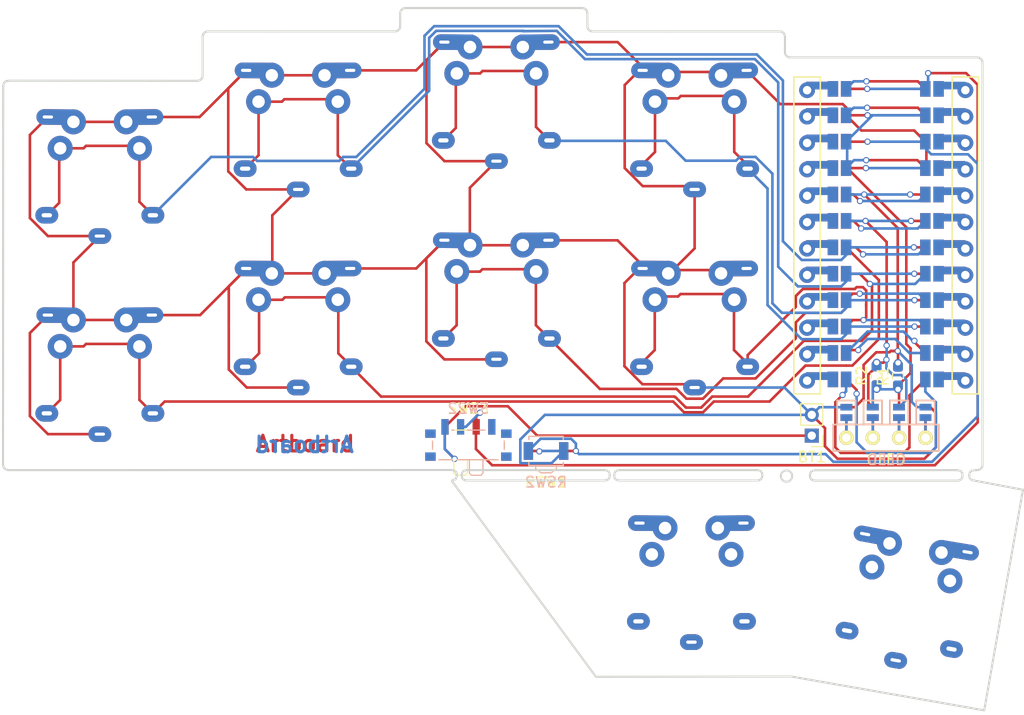
<source format=kicad_pcb>
(kicad_pcb (version 20171130) (host pcbnew 5.1.9)

  (general
    (thickness 1.6)
    (drawings 160)
    (tracks 527)
    (zones 0)
    (modules 27)
    (nets 30)
  )

  (page A4)
  (title_block
    (title Artboard)
    (date 2021-04-12)
    (rev 0.1)
    (company depadiernos)
  )

  (layers
    (0 F.Cu signal)
    (31 B.Cu signal)
    (32 B.Adhes user)
    (33 F.Adhes user)
    (34 B.Paste user)
    (35 F.Paste user)
    (36 B.SilkS user)
    (37 F.SilkS user)
    (38 B.Mask user)
    (39 F.Mask user)
    (40 Dwgs.User user)
    (41 Cmts.User user)
    (42 Eco1.User user)
    (43 Eco2.User user)
    (44 Edge.Cuts user)
    (45 Margin user)
    (46 B.CrtYd user)
    (47 F.CrtYd user)
    (48 B.Fab user)
    (49 F.Fab user)
  )

  (setup
    (last_trace_width 0.25)
    (user_trace_width 0.2032)
    (user_trace_width 0.254)
    (user_trace_width 0.5)
    (user_trace_width 0.508)
    (trace_clearance 0.2)
    (zone_clearance 0.508)
    (zone_45_only no)
    (trace_min 0.2)
    (via_size 0.6)
    (via_drill 0.4)
    (via_min_size 0.4)
    (via_min_drill 0.3)
    (uvia_size 0.3)
    (uvia_drill 0.1)
    (uvias_allowed no)
    (uvia_min_size 0.2)
    (uvia_min_drill 0.1)
    (edge_width 0.2)
    (segment_width 0.15)
    (pcb_text_width 0.3)
    (pcb_text_size 1.5 1.5)
    (mod_edge_width 0.15)
    (mod_text_size 1 1)
    (mod_text_width 0.15)
    (pad_size 4 4)
    (pad_drill 2.3)
    (pad_to_mask_clearance 0.2)
    (aux_axis_origin 74.8395 91.6855)
    (grid_origin 31.7125 74.445)
    (visible_elements FFFFFF7F)
    (pcbplotparams
      (layerselection 0x010f0_ffffffff)
      (usegerberextensions true)
      (usegerberattributes false)
      (usegerberadvancedattributes false)
      (creategerberjobfile false)
      (excludeedgelayer true)
      (linewidth 0.100000)
      (plotframeref false)
      (viasonmask false)
      (mode 1)
      (useauxorigin false)
      (hpglpennumber 1)
      (hpglpenspeed 20)
      (hpglpendiameter 15.000000)
      (psnegative false)
      (psa4output false)
      (plotreference true)
      (plotvalue true)
      (plotinvisibletext false)
      (padsonsilk false)
      (subtractmaskfromsilk false)
      (outputformat 1)
      (mirror false)
      (drillshape 0)
      (scaleselection 1)
      (outputdirectory "./gbr"))
  )

  (net 0 "")
  (net 1 GND)
  (net 2 VCC)
  (net 3 reset)
  (net 4 SCL)
  (net 5 SDA)
  (net 6 "Net-(U1-Pad14)")
  (net 7 "Net-(U1-Pad13)")
  (net 8 "Net-(U1-Pad12)")
  (net 9 "Net-(U1-Pad11)")
  (net 10 "Net-(BT1-Pad1)")
  (net 11 "Net-(J2-Pad4)")
  (net 12 "Net-(J2-Pad3)")
  (net 13 "Net-(J2-Pad2)")
  (net 14 "Net-(J2-Pad1)")
  (net 15 raw)
  (net 16 "Net-(SW22-Pad1)")
  (net 17 "Net-(SW23-Pad3)")
  (net 18 1)
  (net 19 2)
  (net 20 3)
  (net 21 4)
  (net 22 5)
  (net 23 6)
  (net 24 7)
  (net 25 8)
  (net 26 "Net-(U1-Pad20)")
  (net 27 "Net-(U1-Pad19)")
  (net 28 "Net-(U1-Pad2)")
  (net 29 "Net-(U1-Pad1)")

  (net_class Default "これは標準のネット クラスです。"
    (clearance 0.2)
    (trace_width 0.25)
    (via_dia 0.6)
    (via_drill 0.4)
    (uvia_dia 0.3)
    (uvia_drill 0.1)
    (add_net 1)
    (add_net 2)
    (add_net 3)
    (add_net 4)
    (add_net 5)
    (add_net 6)
    (add_net 7)
    (add_net 8)
    (add_net GND)
    (add_net "Net-(BT1-Pad1)")
    (add_net "Net-(J2-Pad1)")
    (add_net "Net-(J2-Pad2)")
    (add_net "Net-(J2-Pad3)")
    (add_net "Net-(J2-Pad4)")
    (add_net "Net-(SW22-Pad1)")
    (add_net "Net-(SW23-Pad3)")
    (add_net "Net-(U1-Pad1)")
    (add_net "Net-(U1-Pad11)")
    (add_net "Net-(U1-Pad12)")
    (add_net "Net-(U1-Pad13)")
    (add_net "Net-(U1-Pad14)")
    (add_net "Net-(U1-Pad19)")
    (add_net "Net-(U1-Pad2)")
    (add_net "Net-(U1-Pad20)")
    (add_net SCL)
    (add_net SDA)
    (add_net VCC)
    (add_net raw)
    (add_net reset)
  )

  (net_class Min ""
    (clearance 0.00001)
    (trace_width 0.2)
    (via_dia 0.4)
    (via_drill 0.3)
    (uvia_dia 0.2)
    (uvia_drill 0.1)
    (diff_pair_width 0.2)
    (diff_pair_gap 0.00001)
  )

  (module kbd:CherryMX_ChocV2_1u_flip (layer F.Cu) (tedit 605FE9E8) (tstamp 607B13B4)
    (at 118.7583 86.8529 350)
    (path /5A5E37A4)
    (fp_text reference SW20 (at 5.1 7.95 350) (layer Dwgs.User) hide
      (effects (font (size 1 1) (thickness 0.15)))
    )
    (fp_text value SW_PUSH (at 0 7.9 350) (layer Dwgs.User) hide
      (effects (font (size 1 1) (thickness 0.15)))
    )
    (fp_line (start -9.525 -9.525) (end 9.525 -9.525) (layer Dwgs.User) (width 0.15))
    (fp_line (start 9.525 -9.525) (end 9.525 9.525) (layer Dwgs.User) (width 0.15))
    (fp_line (start 9.525 9.525) (end -9.525 9.525) (layer Dwgs.User) (width 0.15))
    (fp_line (start -9.525 9.525) (end -9.525 -9.525) (layer Dwgs.User) (width 0.15))
    (fp_line (start -7 -6) (end -7 -7) (layer Dwgs.User) (width 0.15))
    (fp_line (start -7 -7) (end -6 -7) (layer Dwgs.User) (width 0.15))
    (fp_line (start 6 7) (end 7 7) (layer Dwgs.User) (width 0.15))
    (fp_line (start 7 7) (end 7 6) (layer Dwgs.User) (width 0.15))
    (pad 1 thru_hole circle (at 3.81 -2.54 170) (size 2.4 2.4) (drill 1.2) (layers *.Cu F.Mask))
    (pad 1 thru_hole oval (at 5.1 3.9 170) (size 2.2 1.6) (drill oval 1 0.4) (layers *.Cu F.Mask))
    (pad 2 thru_hole oval (at -5 -5.55 169.5) (size 4.4 1.5) (drill oval 1 0.3 (offset -1.1 0)) (layers *.Cu))
    (pad 2 thru_hole oval (at 0 5.9 170) (size 2.2 1.5) (drill oval 1 0.3) (layers *.Cu))
    (pad 2 thru_hole circle (at -2.54 -5.08 170) (size 2.4 2.4) (drill 1.2) (layers *.Cu))
    (pad "" np_thru_hole circle (at -5.08 0 350) (size 1.7 1.7) (drill 1.7) (layers *.Cu *.Mask))
    (pad "" np_thru_hole circle (at 5.08 0 350) (size 1.7 1.7) (drill 1.7) (layers *.Cu *.Mask))
    (pad 1 thru_hole circle (at -3.81 -2.54 350) (size 2.4 2.4) (drill 1.2) (layers *.Cu))
    (pad 2 thru_hole oval (at 0 5.9 350) (size 2.2 1.5) (drill oval 1 0.3) (layers *.Cu))
    (pad "" np_thru_hole circle (at 5.5 0 80) (size 1.8 1.8) (drill 1.8) (layers *.Cu *.Mask))
    (pad "" np_thru_hole circle (at -5.5 0 80) (size 1.8 1.8) (drill 1.8) (layers *.Cu *.Mask))
    (pad "" np_thru_hole circle (at 0 0 80) (size 4.9 4.9) (drill 4.9) (layers *.Cu))
    (pad 1 thru_hole oval (at -5.1 3.9 350) (size 2.2 1.6) (drill oval 1 0.4) (layers *.Cu))
    (pad 2 thru_hole oval (at 5 -5.55 350.5) (size 4.4 1.5) (drill oval 1 0.3 (offset -1.1 0)) (layers *.Cu))
    (pad 2 thru_hole circle (at 2.54 -5.08 350) (size 2.4 2.4) (drill 1.2) (layers *.Cu))
    (model /Users/foostan/src/github.com/foostan/kbd/kicad-packages3D/kbd.3dshapes/kailh_choc.step
      (at (xyz 0 0 0))
      (scale (xyz 1 1 1))
      (rotate (xyz 0 0 180))
    )
  )

  (module kbd:CherryMX_ChocV2_1u_flip (layer F.Cu) (tedit 605FE9E8) (tstamp 607B11DB)
    (at 98.0954 85.0114)
    (path /5A5E37A4)
    (fp_text reference SW20 (at 5.1 7.95 180) (layer Dwgs.User) hide
      (effects (font (size 1 1) (thickness 0.15)))
    )
    (fp_text value SW_PUSH (at 0 7.9 180) (layer Dwgs.User) hide
      (effects (font (size 1 1) (thickness 0.15)))
    )
    (fp_line (start -9.525 -9.525) (end 9.525 -9.525) (layer Dwgs.User) (width 0.15))
    (fp_line (start 9.525 -9.525) (end 9.525 9.525) (layer Dwgs.User) (width 0.15))
    (fp_line (start 9.525 9.525) (end -9.525 9.525) (layer Dwgs.User) (width 0.15))
    (fp_line (start -9.525 9.525) (end -9.525 -9.525) (layer Dwgs.User) (width 0.15))
    (fp_line (start -7 -6) (end -7 -7) (layer Dwgs.User) (width 0.15))
    (fp_line (start -7 -7) (end -6 -7) (layer Dwgs.User) (width 0.15))
    (fp_line (start 6 7) (end 7 7) (layer Dwgs.User) (width 0.15))
    (fp_line (start 7 7) (end 7 6) (layer Dwgs.User) (width 0.15))
    (pad 2 thru_hole circle (at 2.54 -5.08) (size 2.4 2.4) (drill 1.2) (layers *.Cu))
    (pad 2 thru_hole oval (at 5 -5.55 0.5) (size 4.4 1.5) (drill oval 1 0.3 (offset -1.1 0)) (layers *.Cu))
    (pad 1 thru_hole oval (at -5.1 3.9) (size 2.2 1.6) (drill oval 1 0.4) (layers *.Cu))
    (pad "" np_thru_hole circle (at 0 0 90) (size 4.9 4.9) (drill 4.9) (layers *.Cu))
    (pad "" np_thru_hole circle (at -5.5 0 90) (size 1.8 1.8) (drill 1.8) (layers *.Cu *.Mask))
    (pad "" np_thru_hole circle (at 5.5 0 90) (size 1.8 1.8) (drill 1.8) (layers *.Cu *.Mask))
    (pad 2 thru_hole oval (at 0 5.9) (size 2.2 1.5) (drill oval 1 0.3) (layers *.Cu))
    (pad 1 thru_hole circle (at -3.81 -2.54) (size 2.4 2.4) (drill 1.2) (layers *.Cu))
    (pad "" np_thru_hole circle (at 5.08 0) (size 1.7 1.7) (drill 1.7) (layers *.Cu *.Mask))
    (pad "" np_thru_hole circle (at -5.08 0) (size 1.7 1.7) (drill 1.7) (layers *.Cu *.Mask))
    (pad 2 thru_hole circle (at -2.54 -5.08 180) (size 2.4 2.4) (drill 1.2) (layers *.Cu))
    (pad 2 thru_hole oval (at 0 5.9 180) (size 2.2 1.5) (drill oval 1 0.3) (layers *.Cu))
    (pad 2 thru_hole oval (at -5 -5.55 179.5) (size 4.4 1.5) (drill oval 1 0.3 (offset -1.1 0)) (layers *.Cu))
    (pad 1 thru_hole oval (at 5.1 3.9 180) (size 2.2 1.6) (drill oval 1 0.4) (layers *.Cu F.Mask))
    (pad 1 thru_hole circle (at 3.81 -2.54 180) (size 2.4 2.4) (drill 1.2) (layers *.Cu F.Mask))
    (model /Users/foostan/src/github.com/foostan/kbd/kicad-packages3D/kbd.3dshapes/kailh_choc.step
      (at (xyz 0 0 0))
      (scale (xyz 1 1 1))
      (rotate (xyz 0 0 180))
    )
  )

  (module kbd:R_0603_1608Metric_Pad0.98x0.95mm_HandSolder (layer F.Cu) (tedit 6079134B) (tstamp 6049A06A)
    (at 115.9008 65.301 90)
    (descr "Resistor SMD 0603 (1608 Metric), square (rectangular) end terminal, IPC_7351 nominal with elongated pad for handsoldering. (Body size source: IPC-SM-782 page 72, https://www.pcb-3d.com/wordpress/wp-content/uploads/ipc-sm-782a_amendment_1_and_2.pdf), generated with kicad-footprint-generator")
    (tags "resistor handsolder")
    (path /5AA6D2A6)
    (attr smd)
    (fp_text reference R2 (at 0 -1.43 90) (layer F.SilkS)
      (effects (font (size 1 1) (thickness 0.15)))
    )
    (fp_text value R (at 0 1.43 90) (layer F.Fab)
      (effects (font (size 1 1) (thickness 0.15)))
    )
    (fp_line (start -0.8 0.4125) (end -0.8 -0.4125) (layer F.Fab) (width 0.1))
    (fp_line (start -0.8 -0.4125) (end 0.8 -0.4125) (layer F.Fab) (width 0.1))
    (fp_line (start 0.8 -0.4125) (end 0.8 0.4125) (layer F.Fab) (width 0.1))
    (fp_line (start 0.8 0.4125) (end -0.8 0.4125) (layer F.Fab) (width 0.1))
    (fp_line (start -0.254724 -0.5225) (end 0.254724 -0.5225) (layer F.SilkS) (width 0.12))
    (fp_line (start -0.254724 0.5225) (end 0.254724 0.5225) (layer F.SilkS) (width 0.12))
    (fp_line (start -1.65 0.73) (end -1.65 -0.73) (layer F.CrtYd) (width 0.05))
    (fp_line (start -1.65 -0.73) (end 1.65 -0.73) (layer F.CrtYd) (width 0.05))
    (fp_line (start 1.65 -0.73) (end 1.65 0.73) (layer F.CrtYd) (width 0.05))
    (fp_line (start 1.65 0.73) (end -1.65 0.73) (layer F.CrtYd) (width 0.05))
    (fp_text user %R (at 0 0 90) (layer F.Fab)
      (effects (font (size 0.4 0.4) (thickness 0.06)))
    )
    (pad 2 thru_hole circle (at 1.27 0 90) (size 0.75 0.75) (drill 0.5) (layers *.Cu *.Mask)
      (net 4 SCL))
    (pad 1 thru_hole circle (at -1.27 0 90) (size 0.75 0.75) (drill 0.5) (layers *.Cu *.Mask)
      (net 2 VCC))
    (pad 2 smd roundrect (at 0.9125 0 90) (size 0.975 0.95) (layers *.Mask B.Cu) (roundrect_rratio 0.25)
      (net 4 SCL))
    (pad 1 smd roundrect (at -0.9125 0 90) (size 0.975 0.95) (layers *.Mask B.Cu) (roundrect_rratio 0.25)
      (net 2 VCC))
    (pad 1 smd roundrect (at -0.9125 0 90) (size 0.975 0.95) (layers *.Mask F.Cu) (roundrect_rratio 0.25)
      (net 2 VCC))
    (pad 2 smd roundrect (at 0.9125 0 90) (size 0.975 0.95) (layers *.Mask F.Cu) (roundrect_rratio 0.25)
      (net 4 SCL))
    (model ${KISYS3DMOD}/Resistor_SMD.3dshapes/R_0603_1608Metric.wrl
      (at (xyz 0 0 0))
      (scale (xyz 1 1 1))
      (rotate (xyz 0 0 0))
    )
  )

  (module kbd:R_0603_1608Metric_Pad0.98x0.95mm_HandSolder (layer F.Cu) (tedit 6079134B) (tstamp 6049A05B)
    (at 117.9582 65.3264 90)
    (descr "Resistor SMD 0603 (1608 Metric), square (rectangular) end terminal, IPC_7351 nominal with elongated pad for handsoldering. (Body size source: IPC-SM-782 page 72, https://www.pcb-3d.com/wordpress/wp-content/uploads/ipc-sm-782a_amendment_1_and_2.pdf), generated with kicad-footprint-generator")
    (tags "resistor handsolder")
    (path /5AA6D1F3)
    (attr smd)
    (fp_text reference R1 (at 0 -1.43 90) (layer F.SilkS)
      (effects (font (size 1 1) (thickness 0.15)))
    )
    (fp_text value R (at 0 1.43 90) (layer F.Fab)
      (effects (font (size 1 1) (thickness 0.15)))
    )
    (fp_line (start -0.8 0.4125) (end -0.8 -0.4125) (layer F.Fab) (width 0.1))
    (fp_line (start -0.8 -0.4125) (end 0.8 -0.4125) (layer F.Fab) (width 0.1))
    (fp_line (start 0.8 -0.4125) (end 0.8 0.4125) (layer F.Fab) (width 0.1))
    (fp_line (start 0.8 0.4125) (end -0.8 0.4125) (layer F.Fab) (width 0.1))
    (fp_line (start -0.254724 -0.5225) (end 0.254724 -0.5225) (layer F.SilkS) (width 0.12))
    (fp_line (start -0.254724 0.5225) (end 0.254724 0.5225) (layer F.SilkS) (width 0.12))
    (fp_line (start -1.65 0.73) (end -1.65 -0.73) (layer F.CrtYd) (width 0.05))
    (fp_line (start -1.65 -0.73) (end 1.65 -0.73) (layer F.CrtYd) (width 0.05))
    (fp_line (start 1.65 -0.73) (end 1.65 0.73) (layer F.CrtYd) (width 0.05))
    (fp_line (start 1.65 0.73) (end -1.65 0.73) (layer F.CrtYd) (width 0.05))
    (fp_text user %R (at 0 0 90) (layer F.Fab)
      (effects (font (size 0.4 0.4) (thickness 0.06)))
    )
    (pad 2 thru_hole circle (at 1.27 0 90) (size 0.75 0.75) (drill 0.5) (layers *.Cu *.Mask)
      (net 5 SDA))
    (pad 1 thru_hole circle (at -1.27 0 90) (size 0.75 0.75) (drill 0.5) (layers *.Cu *.Mask)
      (net 2 VCC))
    (pad 2 smd roundrect (at 0.9125 0 90) (size 0.975 0.95) (layers *.Mask B.Cu) (roundrect_rratio 0.25)
      (net 5 SDA))
    (pad 1 smd roundrect (at -0.9125 0 90) (size 0.975 0.95) (layers *.Mask B.Cu) (roundrect_rratio 0.25)
      (net 2 VCC))
    (pad 1 smd roundrect (at -0.9125 0 90) (size 0.975 0.95) (layers *.Mask F.Cu) (roundrect_rratio 0.25)
      (net 2 VCC))
    (pad 2 smd roundrect (at 0.9125 0 90) (size 0.975 0.95) (layers *.Mask F.Cu) (roundrect_rratio 0.25)
      (net 5 SDA))
    (model ${KISYS3DMOD}/Resistor_SMD.3dshapes/R_0603_1608Metric.wrl
      (at (xyz 0 0 0))
      (scale (xyz 1 1 1))
      (rotate (xyz 0 0 0))
    )
  )

  (module kbd:CherryMX_ChocV2_1u_flip (layer F.Cu) (tedit 60797D7F) (tstamp 5DC6AC34)
    (at 60.2748 41.4758)
    (path /5A5E2699)
    (fp_text reference SW2 (at 5.1 7.95 180) (layer Dwgs.User) hide
      (effects (font (size 1 1) (thickness 0.15)))
    )
    (fp_text value SW_PUSH (at 0 7.9 180) (layer Dwgs.User) hide
      (effects (font (size 1 1) (thickness 0.15)))
    )
    (fp_line (start 7 7) (end 7 6) (layer Dwgs.User) (width 0.15))
    (fp_line (start 6 7) (end 7 7) (layer Dwgs.User) (width 0.15))
    (fp_line (start -7 -7) (end -6 -7) (layer Dwgs.User) (width 0.15))
    (fp_line (start -7 -6) (end -7 -7) (layer Dwgs.User) (width 0.15))
    (fp_line (start -9.525 9.525) (end -9.525 -9.525) (layer Dwgs.User) (width 0.15))
    (fp_line (start 9.525 9.525) (end -9.525 9.525) (layer Dwgs.User) (width 0.15))
    (fp_line (start 9.525 -9.525) (end 9.525 9.525) (layer Dwgs.User) (width 0.15))
    (fp_line (start -9.525 -9.525) (end 9.525 -9.525) (layer Dwgs.User) (width 0.15))
    (pad 1 thru_hole circle (at 3.81 -2.54 180) (size 2.4 2.4) (drill 1.2) (layers *.Cu *.Mask)
      (net 19 2))
    (pad 1 thru_hole oval (at 5.1 3.9 180) (size 2.2 1.6) (drill oval 1 0.4) (layers *.Cu *.Mask)
      (net 19 2))
    (pad 2 thru_hole oval (at -5 -5.55 179.5) (size 4.4 1.5) (drill oval 1 0.3 (offset -1.1 0)) (layers *.Cu *.Mask)
      (net 1 GND))
    (pad 2 thru_hole circle (at -2.54 -5.08 180) (size 2.4 2.4) (drill 1.2) (layers *.Cu *.Mask)
      (net 1 GND))
    (pad "" np_thru_hole circle (at -5.08 0) (size 1.7 1.7) (drill 1.7) (layers *.Cu *.Mask))
    (pad "" np_thru_hole circle (at 5.08 0) (size 1.7 1.7) (drill 1.7) (layers *.Cu *.Mask))
    (pad 1 thru_hole circle (at -3.81 -2.54) (size 2.4 2.4) (drill 1.2) (layers *.Cu *.Mask)
      (net 19 2))
    (pad 2 thru_hole oval (at 0 5.9) (size 2.2 1.5) (drill oval 1 0.3) (layers *.Cu *.Mask)
      (net 1 GND))
    (pad "" np_thru_hole circle (at 5.5 0 90) (size 1.8 1.8) (drill 1.8) (layers *.Cu *.Mask))
    (pad "" np_thru_hole circle (at -5.5 0 90) (size 1.8 1.8) (drill 1.8) (layers *.Cu *.Mask))
    (pad "" np_thru_hole circle (at 0 0 90) (size 4.9 4.9) (drill 4.9) (layers *.Cu))
    (pad 1 thru_hole oval (at -5.1 3.9) (size 2.2 1.6) (drill oval 1 0.4) (layers *.Cu *.Mask)
      (net 19 2))
    (pad 2 thru_hole oval (at 5 -5.55 0.5) (size 4.4 1.5) (drill oval 1 0.3 (offset -1.1 0)) (layers *.Cu *.Mask)
      (net 1 GND))
    (pad 2 thru_hole circle (at 2.54 -5.08) (size 2.4 2.4) (drill 1.2) (layers *.Cu *.Mask)
      (net 1 GND))
    (model /Users/foostan/src/github.com/foostan/kbd/kicad-packages3D/kbd.3dshapes/kailh_choc.step
      (at (xyz 0 0 0))
      (scale (xyz 1 1 1))
      (rotate (xyz 0 0 180))
    )
  )

  (module kbd:CherryMX_ChocV2_1u_flip (layer F.Cu) (tedit 60797D7F) (tstamp 5DC6BC7C)
    (at 41.1994 45.9589)
    (path /5A5E2B19)
    (fp_text reference SW1 (at 5.1 7.95 180) (layer Dwgs.User) hide
      (effects (font (size 1 1) (thickness 0.15)))
    )
    (fp_text value SW_PUSH (at 0 7.9 180) (layer Dwgs.User) hide
      (effects (font (size 1 1) (thickness 0.15)))
    )
    (fp_line (start 7 7) (end 7 6) (layer Dwgs.User) (width 0.15))
    (fp_line (start 6 7) (end 7 7) (layer Dwgs.User) (width 0.15))
    (fp_line (start -7 -7) (end -6 -7) (layer Dwgs.User) (width 0.15))
    (fp_line (start -7 -6) (end -7 -7) (layer Dwgs.User) (width 0.15))
    (fp_line (start -9.525 9.525) (end -9.525 -9.525) (layer Dwgs.User) (width 0.15))
    (fp_line (start 9.525 9.525) (end -9.525 9.525) (layer Dwgs.User) (width 0.15))
    (fp_line (start 9.525 -9.525) (end 9.525 9.525) (layer Dwgs.User) (width 0.15))
    (fp_line (start -9.525 -9.525) (end 9.525 -9.525) (layer Dwgs.User) (width 0.15))
    (pad 1 thru_hole circle (at 3.81 -2.54 180) (size 2.4 2.4) (drill 1.2) (layers *.Cu *.Mask)
      (net 18 1))
    (pad 1 thru_hole oval (at 5.1 3.9 180) (size 2.2 1.6) (drill oval 1 0.4) (layers *.Cu *.Mask)
      (net 18 1))
    (pad 2 thru_hole oval (at -5 -5.55 179.5) (size 4.4 1.5) (drill oval 1 0.3 (offset -1.1 0)) (layers *.Cu *.Mask)
      (net 1 GND))
    (pad 2 thru_hole circle (at -2.54 -5.08 180) (size 2.4 2.4) (drill 1.2) (layers *.Cu *.Mask)
      (net 1 GND))
    (pad "" np_thru_hole circle (at -5.08 0) (size 1.7 1.7) (drill 1.7) (layers *.Cu *.Mask))
    (pad "" np_thru_hole circle (at 5.08 0) (size 1.7 1.7) (drill 1.7) (layers *.Cu *.Mask))
    (pad 1 thru_hole circle (at -3.81 -2.54) (size 2.4 2.4) (drill 1.2) (layers *.Cu *.Mask)
      (net 18 1))
    (pad 2 thru_hole oval (at 0 5.9) (size 2.2 1.5) (drill oval 1 0.3) (layers *.Cu *.Mask)
      (net 1 GND))
    (pad "" np_thru_hole circle (at 5.5 0 90) (size 1.8 1.8) (drill 1.8) (layers *.Cu *.Mask))
    (pad "" np_thru_hole circle (at -5.5 0 90) (size 1.8 1.8) (drill 1.8) (layers *.Cu *.Mask))
    (pad "" np_thru_hole circle (at 0 0 90) (size 4.9 4.9) (drill 4.9) (layers *.Cu))
    (pad 1 thru_hole oval (at -5.1 3.9) (size 2.2 1.6) (drill oval 1 0.4) (layers *.Cu *.Mask)
      (net 18 1))
    (pad 2 thru_hole oval (at 5 -5.55 0.5) (size 4.4 1.5) (drill oval 1 0.3 (offset -1.1 0)) (layers *.Cu *.Mask)
      (net 1 GND))
    (pad 2 thru_hole circle (at 2.54 -5.08) (size 2.4 2.4) (drill 1.2) (layers *.Cu *.Mask)
      (net 1 GND))
    (model /Users/foostan/src/github.com/foostan/kbd/kicad-packages3D/kbd.3dshapes/kailh_choc.step
      (at (xyz 0 0 0))
      (scale (xyz 1 1 1))
      (rotate (xyz 0 0 180))
    )
  )

  (module kbd:CherryMX_ChocV2_1u_flip (layer F.Cu) (tedit 60797D7F) (tstamp 5DC6ABF2)
    (at 79.3375 38.758)
    (path /5A5E27F9)
    (fp_text reference SW3 (at 5.1 7.95 180) (layer Dwgs.User) hide
      (effects (font (size 1 1) (thickness 0.15)))
    )
    (fp_text value SW_PUSH (at 0 7.9 180) (layer Dwgs.User) hide
      (effects (font (size 1 1) (thickness 0.15)))
    )
    (fp_line (start 7 7) (end 7 6) (layer Dwgs.User) (width 0.15))
    (fp_line (start 6 7) (end 7 7) (layer Dwgs.User) (width 0.15))
    (fp_line (start -7 -7) (end -6 -7) (layer Dwgs.User) (width 0.15))
    (fp_line (start -7 -6) (end -7 -7) (layer Dwgs.User) (width 0.15))
    (fp_line (start -9.525 9.525) (end -9.525 -9.525) (layer Dwgs.User) (width 0.15))
    (fp_line (start 9.525 9.525) (end -9.525 9.525) (layer Dwgs.User) (width 0.15))
    (fp_line (start 9.525 -9.525) (end 9.525 9.525) (layer Dwgs.User) (width 0.15))
    (fp_line (start -9.525 -9.525) (end 9.525 -9.525) (layer Dwgs.User) (width 0.15))
    (pad 1 thru_hole circle (at 3.81 -2.54 180) (size 2.4 2.4) (drill 1.2) (layers *.Cu *.Mask)
      (net 20 3))
    (pad 1 thru_hole oval (at 5.1 3.9 180) (size 2.2 1.6) (drill oval 1 0.4) (layers *.Cu *.Mask)
      (net 20 3))
    (pad 2 thru_hole oval (at -5 -5.55 179.5) (size 4.4 1.5) (drill oval 1 0.3 (offset -1.1 0)) (layers *.Cu *.Mask)
      (net 1 GND))
    (pad 2 thru_hole circle (at -2.54 -5.08 180) (size 2.4 2.4) (drill 1.2) (layers *.Cu *.Mask)
      (net 1 GND))
    (pad "" np_thru_hole circle (at -5.08 0) (size 1.7 1.7) (drill 1.7) (layers *.Cu *.Mask))
    (pad "" np_thru_hole circle (at 5.08 0) (size 1.7 1.7) (drill 1.7) (layers *.Cu *.Mask))
    (pad 1 thru_hole circle (at -3.81 -2.54) (size 2.4 2.4) (drill 1.2) (layers *.Cu *.Mask)
      (net 20 3))
    (pad 2 thru_hole oval (at 0 5.9) (size 2.2 1.5) (drill oval 1 0.3) (layers *.Cu *.Mask)
      (net 1 GND))
    (pad "" np_thru_hole circle (at 5.5 0 90) (size 1.8 1.8) (drill 1.8) (layers *.Cu *.Mask))
    (pad "" np_thru_hole circle (at -5.5 0 90) (size 1.8 1.8) (drill 1.8) (layers *.Cu *.Mask))
    (pad "" np_thru_hole circle (at 0 0 90) (size 4.9 4.9) (drill 4.9) (layers *.Cu))
    (pad 1 thru_hole oval (at -5.1 3.9) (size 2.2 1.6) (drill oval 1 0.4) (layers *.Cu *.Mask)
      (net 20 3))
    (pad 2 thru_hole oval (at 5 -5.55 0.5) (size 4.4 1.5) (drill oval 1 0.3 (offset -1.1 0)) (layers *.Cu *.Mask)
      (net 1 GND))
    (pad 2 thru_hole circle (at 2.54 -5.08) (size 2.4 2.4) (drill 1.2) (layers *.Cu *.Mask)
      (net 1 GND))
    (model /Users/foostan/src/github.com/foostan/kbd/kicad-packages3D/kbd.3dshapes/kailh_choc.step
      (at (xyz 0 0 0))
      (scale (xyz 1 1 1))
      (rotate (xyz 0 0 180))
    )
  )

  (module kbd:CherryMX_ChocV2_1u_flip (layer F.Cu) (tedit 60797D7F) (tstamp 5DC6ABB0)
    (at 98.4002 41.4758)
    (path /5A5E2908)
    (fp_text reference SW4 (at 5.1 7.95 180) (layer Dwgs.User) hide
      (effects (font (size 1 1) (thickness 0.15)))
    )
    (fp_text value SW_PUSH (at 0 7.9 180) (layer Dwgs.User) hide
      (effects (font (size 1 1) (thickness 0.15)))
    )
    (fp_line (start 7 7) (end 7 6) (layer Dwgs.User) (width 0.15))
    (fp_line (start 6 7) (end 7 7) (layer Dwgs.User) (width 0.15))
    (fp_line (start -7 -7) (end -6 -7) (layer Dwgs.User) (width 0.15))
    (fp_line (start -7 -6) (end -7 -7) (layer Dwgs.User) (width 0.15))
    (fp_line (start -9.525 9.525) (end -9.525 -9.525) (layer Dwgs.User) (width 0.15))
    (fp_line (start 9.525 9.525) (end -9.525 9.525) (layer Dwgs.User) (width 0.15))
    (fp_line (start 9.525 -9.525) (end 9.525 9.525) (layer Dwgs.User) (width 0.15))
    (fp_line (start -9.525 -9.525) (end 9.525 -9.525) (layer Dwgs.User) (width 0.15))
    (pad 1 thru_hole circle (at 3.81 -2.54 180) (size 2.4 2.4) (drill 1.2) (layers *.Cu *.Mask)
      (net 21 4))
    (pad 1 thru_hole oval (at 5.1 3.9 180) (size 2.2 1.6) (drill oval 1 0.4) (layers *.Cu *.Mask)
      (net 21 4))
    (pad 2 thru_hole oval (at -5 -5.55 179.5) (size 4.4 1.5) (drill oval 1 0.3 (offset -1.1 0)) (layers *.Cu *.Mask)
      (net 1 GND))
    (pad 2 thru_hole circle (at -2.54 -5.08 180) (size 2.4 2.4) (drill 1.2) (layers *.Cu *.Mask)
      (net 1 GND))
    (pad "" np_thru_hole circle (at -5.08 0) (size 1.7 1.7) (drill 1.7) (layers *.Cu *.Mask))
    (pad "" np_thru_hole circle (at 5.08 0) (size 1.7 1.7) (drill 1.7) (layers *.Cu *.Mask))
    (pad 1 thru_hole circle (at -3.81 -2.54) (size 2.4 2.4) (drill 1.2) (layers *.Cu *.Mask)
      (net 21 4))
    (pad 2 thru_hole oval (at 0 5.9) (size 2.2 1.5) (drill oval 1 0.3) (layers *.Cu *.Mask)
      (net 1 GND))
    (pad "" np_thru_hole circle (at 5.5 0 90) (size 1.8 1.8) (drill 1.8) (layers *.Cu *.Mask))
    (pad "" np_thru_hole circle (at -5.5 0 90) (size 1.8 1.8) (drill 1.8) (layers *.Cu *.Mask))
    (pad "" np_thru_hole circle (at 0 0 90) (size 4.9 4.9) (drill 4.9) (layers *.Cu))
    (pad 1 thru_hole oval (at -5.1 3.9) (size 2.2 1.6) (drill oval 1 0.4) (layers *.Cu *.Mask)
      (net 21 4))
    (pad 2 thru_hole oval (at 5 -5.55 0.5) (size 4.4 1.5) (drill oval 1 0.3 (offset -1.1 0)) (layers *.Cu *.Mask)
      (net 1 GND))
    (pad 2 thru_hole circle (at 2.54 -5.08) (size 2.4 2.4) (drill 1.2) (layers *.Cu *.Mask)
      (net 1 GND))
    (model /Users/foostan/src/github.com/foostan/kbd/kicad-packages3D/kbd.3dshapes/kailh_choc.step
      (at (xyz 0 0 0))
      (scale (xyz 1 1 1))
      (rotate (xyz 0 0 180))
    )
  )

  (module kbd:CherryMX_ChocV2_1u_flip (layer F.Cu) (tedit 60797D7F) (tstamp 5DC6B387)
    (at 79.3375 57.808)
    (path /5A5E2D6E)
    (fp_text reference SW7 (at 5.1 7.95 180) (layer Dwgs.User) hide
      (effects (font (size 1 1) (thickness 0.15)))
    )
    (fp_text value SW_PUSH (at 0 7.9 180) (layer Dwgs.User) hide
      (effects (font (size 1 1) (thickness 0.15)))
    )
    (fp_line (start 7 7) (end 7 6) (layer Dwgs.User) (width 0.15))
    (fp_line (start 6 7) (end 7 7) (layer Dwgs.User) (width 0.15))
    (fp_line (start -7 -7) (end -6 -7) (layer Dwgs.User) (width 0.15))
    (fp_line (start -7 -6) (end -7 -7) (layer Dwgs.User) (width 0.15))
    (fp_line (start -9.525 9.525) (end -9.525 -9.525) (layer Dwgs.User) (width 0.15))
    (fp_line (start 9.525 9.525) (end -9.525 9.525) (layer Dwgs.User) (width 0.15))
    (fp_line (start 9.525 -9.525) (end 9.525 9.525) (layer Dwgs.User) (width 0.15))
    (fp_line (start -9.525 -9.525) (end 9.525 -9.525) (layer Dwgs.User) (width 0.15))
    (pad 1 thru_hole circle (at 3.81 -2.54 180) (size 2.4 2.4) (drill 1.2) (layers *.Cu *.Mask)
      (net 24 7))
    (pad 1 thru_hole oval (at 5.1 3.9 180) (size 2.2 1.6) (drill oval 1 0.4) (layers *.Cu *.Mask)
      (net 24 7))
    (pad 2 thru_hole oval (at -5 -5.55 179.5) (size 4.4 1.5) (drill oval 1 0.3 (offset -1.1 0)) (layers *.Cu *.Mask)
      (net 1 GND))
    (pad 2 thru_hole circle (at -2.54 -5.08 180) (size 2.4 2.4) (drill 1.2) (layers *.Cu *.Mask)
      (net 1 GND))
    (pad "" np_thru_hole circle (at -5.08 0) (size 1.7 1.7) (drill 1.7) (layers *.Cu *.Mask))
    (pad "" np_thru_hole circle (at 5.08 0) (size 1.7 1.7) (drill 1.7) (layers *.Cu *.Mask))
    (pad 1 thru_hole circle (at -3.81 -2.54) (size 2.4 2.4) (drill 1.2) (layers *.Cu *.Mask)
      (net 24 7))
    (pad 2 thru_hole oval (at 0 5.9) (size 2.2 1.5) (drill oval 1 0.3) (layers *.Cu *.Mask)
      (net 1 GND))
    (pad "" np_thru_hole circle (at 5.5 0 90) (size 1.8 1.8) (drill 1.8) (layers *.Cu *.Mask))
    (pad "" np_thru_hole circle (at -5.5 0 90) (size 1.8 1.8) (drill 1.8) (layers *.Cu *.Mask))
    (pad "" np_thru_hole circle (at 0 0 90) (size 4.9 4.9) (drill 4.9) (layers *.Cu))
    (pad 1 thru_hole oval (at -5.1 3.9) (size 2.2 1.6) (drill oval 1 0.4) (layers *.Cu *.Mask)
      (net 24 7))
    (pad 2 thru_hole oval (at 5 -5.55 0.5) (size 4.4 1.5) (drill oval 1 0.3 (offset -1.1 0)) (layers *.Cu *.Mask)
      (net 1 GND))
    (pad 2 thru_hole circle (at 2.54 -5.08) (size 2.4 2.4) (drill 1.2) (layers *.Cu *.Mask)
      (net 1 GND))
    (model /Users/foostan/src/github.com/foostan/kbd/kicad-packages3D/kbd.3dshapes/kailh_choc.step
      (at (xyz 0 0 0))
      (scale (xyz 1 1 1))
      (rotate (xyz 0 0 180))
    )
  )

  (module kbd:CherryMX_ChocV2_1u_flip (layer F.Cu) (tedit 60797D7F) (tstamp 5DC6B345)
    (at 98.4002 60.5258)
    (path /5A5E2D26)
    (fp_text reference SW8 (at 5.1 7.95 180) (layer Dwgs.User) hide
      (effects (font (size 1 1) (thickness 0.15)))
    )
    (fp_text value SW_PUSH (at 0 7.9 180) (layer Dwgs.User) hide
      (effects (font (size 1 1) (thickness 0.15)))
    )
    (fp_line (start 7 7) (end 7 6) (layer Dwgs.User) (width 0.15))
    (fp_line (start 6 7) (end 7 7) (layer Dwgs.User) (width 0.15))
    (fp_line (start -7 -7) (end -6 -7) (layer Dwgs.User) (width 0.15))
    (fp_line (start -7 -6) (end -7 -7) (layer Dwgs.User) (width 0.15))
    (fp_line (start -9.525 9.525) (end -9.525 -9.525) (layer Dwgs.User) (width 0.15))
    (fp_line (start 9.525 9.525) (end -9.525 9.525) (layer Dwgs.User) (width 0.15))
    (fp_line (start 9.525 -9.525) (end 9.525 9.525) (layer Dwgs.User) (width 0.15))
    (fp_line (start -9.525 -9.525) (end 9.525 -9.525) (layer Dwgs.User) (width 0.15))
    (pad 1 thru_hole circle (at 3.81 -2.54 180) (size 2.4 2.4) (drill 1.2) (layers *.Cu *.Mask)
      (net 25 8))
    (pad 1 thru_hole oval (at 5.1 3.9 180) (size 2.2 1.6) (drill oval 1 0.4) (layers *.Cu *.Mask)
      (net 25 8))
    (pad 2 thru_hole oval (at -5 -5.55 179.5) (size 4.4 1.5) (drill oval 1 0.3 (offset -1.1 0)) (layers *.Cu *.Mask)
      (net 1 GND))
    (pad 2 thru_hole circle (at -2.54 -5.08 180) (size 2.4 2.4) (drill 1.2) (layers *.Cu *.Mask)
      (net 1 GND))
    (pad "" np_thru_hole circle (at -5.08 0) (size 1.7 1.7) (drill 1.7) (layers *.Cu *.Mask))
    (pad "" np_thru_hole circle (at 5.08 0) (size 1.7 1.7) (drill 1.7) (layers *.Cu *.Mask))
    (pad 1 thru_hole circle (at -3.81 -2.54) (size 2.4 2.4) (drill 1.2) (layers *.Cu *.Mask)
      (net 25 8))
    (pad 2 thru_hole oval (at 0 5.9) (size 2.2 1.5) (drill oval 1 0.3) (layers *.Cu *.Mask)
      (net 1 GND))
    (pad "" np_thru_hole circle (at 5.5 0 90) (size 1.8 1.8) (drill 1.8) (layers *.Cu *.Mask))
    (pad "" np_thru_hole circle (at -5.5 0 90) (size 1.8 1.8) (drill 1.8) (layers *.Cu *.Mask))
    (pad "" np_thru_hole circle (at 0 0 90) (size 4.9 4.9) (drill 4.9) (layers *.Cu))
    (pad 1 thru_hole oval (at -5.1 3.9) (size 2.2 1.6) (drill oval 1 0.4) (layers *.Cu *.Mask)
      (net 25 8))
    (pad 2 thru_hole oval (at 5 -5.55 0.5) (size 4.4 1.5) (drill oval 1 0.3 (offset -1.1 0)) (layers *.Cu *.Mask)
      (net 1 GND))
    (pad 2 thru_hole circle (at 2.54 -5.08) (size 2.4 2.4) (drill 1.2) (layers *.Cu *.Mask)
      (net 1 GND))
    (model /Users/foostan/src/github.com/foostan/kbd/kicad-packages3D/kbd.3dshapes/kailh_choc.step
      (at (xyz 0 0 0))
      (scale (xyz 1 1 1))
      (rotate (xyz 0 0 180))
    )
  )

  (module kbd:CherryMX_ChocV2_1u_flip (layer F.Cu) (tedit 60797D7F) (tstamp 607670A9)
    (at 41.1994 65.0089)
    (path /5A5E2933)
    (fp_text reference SW5 (at 5.1 7.95 180) (layer Dwgs.User) hide
      (effects (font (size 1 1) (thickness 0.15)))
    )
    (fp_text value SW_PUSH (at 0 7.9 180) (layer Dwgs.User) hide
      (effects (font (size 1 1) (thickness 0.15)))
    )
    (fp_line (start 7 7) (end 7 6) (layer Dwgs.User) (width 0.15))
    (fp_line (start 6 7) (end 7 7) (layer Dwgs.User) (width 0.15))
    (fp_line (start -7 -7) (end -6 -7) (layer Dwgs.User) (width 0.15))
    (fp_line (start -7 -6) (end -7 -7) (layer Dwgs.User) (width 0.15))
    (fp_line (start -9.525 9.525) (end -9.525 -9.525) (layer Dwgs.User) (width 0.15))
    (fp_line (start 9.525 9.525) (end -9.525 9.525) (layer Dwgs.User) (width 0.15))
    (fp_line (start 9.525 -9.525) (end 9.525 9.525) (layer Dwgs.User) (width 0.15))
    (fp_line (start -9.525 -9.525) (end 9.525 -9.525) (layer Dwgs.User) (width 0.15))
    (pad 1 thru_hole circle (at 3.81 -2.54 180) (size 2.4 2.4) (drill 1.2) (layers *.Cu *.Mask)
      (net 22 5))
    (pad 1 thru_hole oval (at 5.1 3.9 180) (size 2.2 1.6) (drill oval 1 0.4) (layers *.Cu *.Mask)
      (net 22 5))
    (pad 2 thru_hole oval (at -5 -5.55 179.5) (size 4.4 1.5) (drill oval 1 0.3 (offset -1.1 0)) (layers *.Cu *.Mask)
      (net 1 GND))
    (pad 2 thru_hole circle (at -2.54 -5.08 180) (size 2.4 2.4) (drill 1.2) (layers *.Cu *.Mask)
      (net 1 GND))
    (pad "" np_thru_hole circle (at -5.08 0) (size 1.7 1.7) (drill 1.7) (layers *.Cu *.Mask))
    (pad "" np_thru_hole circle (at 5.08 0) (size 1.7 1.7) (drill 1.7) (layers *.Cu *.Mask))
    (pad 1 thru_hole circle (at -3.81 -2.54) (size 2.4 2.4) (drill 1.2) (layers *.Cu *.Mask)
      (net 22 5))
    (pad 2 thru_hole oval (at 0 5.9) (size 2.2 1.5) (drill oval 1 0.3) (layers *.Cu *.Mask)
      (net 1 GND))
    (pad "" np_thru_hole circle (at 5.5 0 90) (size 1.8 1.8) (drill 1.8) (layers *.Cu *.Mask))
    (pad "" np_thru_hole circle (at -5.5 0 90) (size 1.8 1.8) (drill 1.8) (layers *.Cu *.Mask))
    (pad "" np_thru_hole circle (at 0 0 90) (size 4.9 4.9) (drill 4.9) (layers *.Cu))
    (pad 1 thru_hole oval (at -5.1 3.9) (size 2.2 1.6) (drill oval 1 0.4) (layers *.Cu *.Mask)
      (net 22 5))
    (pad 2 thru_hole oval (at 5 -5.55 0.5) (size 4.4 1.5) (drill oval 1 0.3 (offset -1.1 0)) (layers *.Cu *.Mask)
      (net 1 GND))
    (pad 2 thru_hole circle (at 2.54 -5.08) (size 2.4 2.4) (drill 1.2) (layers *.Cu *.Mask)
      (net 1 GND))
    (model /Users/foostan/src/github.com/foostan/kbd/kicad-packages3D/kbd.3dshapes/kailh_choc.step
      (at (xyz 0 0 0))
      (scale (xyz 1 1 1))
      (rotate (xyz 0 0 180))
    )
  )

  (module kbd:CherryMX_ChocV2_1u_flip (layer F.Cu) (tedit 60797D7F) (tstamp 607670C4)
    (at 60.2748 60.5258)
    (path /5A5E295E)
    (fp_text reference SW6 (at 5.1 7.95 180) (layer Dwgs.User) hide
      (effects (font (size 1 1) (thickness 0.15)))
    )
    (fp_text value SW_PUSH (at 0 7.9 180) (layer Dwgs.User) hide
      (effects (font (size 1 1) (thickness 0.15)))
    )
    (fp_line (start 7 7) (end 7 6) (layer Dwgs.User) (width 0.15))
    (fp_line (start 6 7) (end 7 7) (layer Dwgs.User) (width 0.15))
    (fp_line (start -7 -7) (end -6 -7) (layer Dwgs.User) (width 0.15))
    (fp_line (start -7 -6) (end -7 -7) (layer Dwgs.User) (width 0.15))
    (fp_line (start -9.525 9.525) (end -9.525 -9.525) (layer Dwgs.User) (width 0.15))
    (fp_line (start 9.525 9.525) (end -9.525 9.525) (layer Dwgs.User) (width 0.15))
    (fp_line (start 9.525 -9.525) (end 9.525 9.525) (layer Dwgs.User) (width 0.15))
    (fp_line (start -9.525 -9.525) (end 9.525 -9.525) (layer Dwgs.User) (width 0.15))
    (pad 1 thru_hole circle (at 3.81 -2.54 180) (size 2.4 2.4) (drill 1.2) (layers *.Cu *.Mask)
      (net 23 6))
    (pad 1 thru_hole oval (at 5.1 3.9 180) (size 2.2 1.6) (drill oval 1 0.4) (layers *.Cu *.Mask)
      (net 23 6))
    (pad 2 thru_hole oval (at -5 -5.55 179.5) (size 4.4 1.5) (drill oval 1 0.3 (offset -1.1 0)) (layers *.Cu *.Mask)
      (net 1 GND))
    (pad 2 thru_hole circle (at -2.54 -5.08 180) (size 2.4 2.4) (drill 1.2) (layers *.Cu *.Mask)
      (net 1 GND))
    (pad "" np_thru_hole circle (at -5.08 0) (size 1.7 1.7) (drill 1.7) (layers *.Cu *.Mask))
    (pad "" np_thru_hole circle (at 5.08 0) (size 1.7 1.7) (drill 1.7) (layers *.Cu *.Mask))
    (pad 1 thru_hole circle (at -3.81 -2.54) (size 2.4 2.4) (drill 1.2) (layers *.Cu *.Mask)
      (net 23 6))
    (pad 2 thru_hole oval (at 0 5.9) (size 2.2 1.5) (drill oval 1 0.3) (layers *.Cu *.Mask)
      (net 1 GND))
    (pad "" np_thru_hole circle (at 5.5 0 90) (size 1.8 1.8) (drill 1.8) (layers *.Cu *.Mask))
    (pad "" np_thru_hole circle (at -5.5 0 90) (size 1.8 1.8) (drill 1.8) (layers *.Cu *.Mask))
    (pad "" np_thru_hole circle (at 0 0 90) (size 4.9 4.9) (drill 4.9) (layers *.Cu))
    (pad 1 thru_hole oval (at -5.1 3.9) (size 2.2 1.6) (drill oval 1 0.4) (layers *.Cu *.Mask)
      (net 23 6))
    (pad 2 thru_hole oval (at 5 -5.55 0.5) (size 4.4 1.5) (drill oval 1 0.3 (offset -1.1 0)) (layers *.Cu *.Mask)
      (net 1 GND))
    (pad 2 thru_hole circle (at 2.54 -5.08) (size 2.4 2.4) (drill 1.2) (layers *.Cu *.Mask)
      (net 1 GND))
    (model /Users/foostan/src/github.com/foostan/kbd/kicad-packages3D/kbd.3dshapes/kailh_choc.step
      (at (xyz 0 0 0))
      (scale (xyz 1 1 1))
      (rotate (xyz 0 0 180))
    )
  )

  (module kbd:ProMicro_Jumper (layer F.Cu) (tedit 607910F5) (tstamp 5DC2E608)
    (at 116.7787 52.3089)
    (path /5A5E14C2)
    (fp_text reference U1 (at -0.1 0.585 270) (layer F.SilkS) hide
      (effects (font (size 1 1) (thickness 0.15)))
    )
    (fp_text value ProMicro (at -0.45 -17) (layer F.Fab) hide
      (effects (font (size 1 1) (thickness 0.15)))
    )
    (fp_poly (pts (xy 7.62 -14.605) (xy 5.08 -14.605) (xy 5.08 -15.24) (xy 7.62 -15.24)) (layer F.Cu) (width 0.02))
    (fp_line (start 6.3864 14.732) (end 6.3864 -15.748) (layer F.SilkS) (width 0.15))
    (fp_line (start 8.9264 14.732) (end 6.3864 14.732) (layer F.SilkS) (width 0.15))
    (fp_line (start 8.9264 -15.748) (end 8.9264 14.732) (layer F.SilkS) (width 0.15))
    (fp_line (start 6.3864 -15.748) (end 8.9264 -15.748) (layer F.SilkS) (width 0.15))
    (fp_line (start -8.8336 14.732) (end -8.8336 -15.748) (layer F.SilkS) (width 0.15))
    (fp_line (start -6.2936 14.732) (end -8.8336 14.732) (layer F.SilkS) (width 0.15))
    (fp_line (start -6.2936 -15.748) (end -6.2936 14.732) (layer F.SilkS) (width 0.15))
    (fp_line (start -8.8336 -15.748) (end -6.2936 -15.748) (layer F.SilkS) (width 0.15))
    (fp_line (start -8.845 14.732) (end -8.845 -18.288) (layer F.Fab) (width 0.15))
    (fp_line (start 8.935 14.732) (end -8.845 14.732) (layer F.Fab) (width 0.15))
    (fp_line (start 8.935 -18.288) (end 8.935 14.732) (layer F.Fab) (width 0.15))
    (fp_line (start -8.845 -18.288) (end 8.935 -18.288) (layer F.Fab) (width 0.15))
    (fp_poly (pts (xy -5.08 -12.065) (xy -7.62 -12.065) (xy -7.62 -12.7) (xy -5.08 -12.7)) (layer F.Cu) (width 0.1))
    (fp_poly (pts (xy -5.08 -9.525) (xy -7.62 -9.525) (xy -7.62 -10.16) (xy -5.08 -10.16)) (layer F.Cu) (width 0.1))
    (fp_poly (pts (xy -5.08 -6.985) (xy -7.62 -6.985) (xy -7.62 -7.62) (xy -5.08 -7.62)) (layer F.Cu) (width 0.1))
    (fp_poly (pts (xy -5.08 -4.445) (xy -7.62 -4.445) (xy -7.62 -5.08) (xy -5.08 -5.08)) (layer F.Cu) (width 0.1))
    (fp_poly (pts (xy -5.08 -1.905) (xy -7.62 -1.905) (xy -7.62 -2.54) (xy -5.08 -2.54)) (layer F.Cu) (width 0.1))
    (fp_poly (pts (xy -5.08 0.635) (xy -7.62 0.635) (xy -7.62 0) (xy -5.08 0)) (layer F.Cu) (width 0.1))
    (fp_poly (pts (xy -5.08 3.175) (xy -7.62 3.175) (xy -7.62 2.54) (xy -5.08 2.54)) (layer F.Cu) (width 0.1))
    (fp_poly (pts (xy -5.08 5.715) (xy -7.62 5.715) (xy -7.62 5.08) (xy -5.08 5.08)) (layer F.Cu) (width 0.1))
    (fp_poly (pts (xy -5.08 8.255) (xy -7.62 8.255) (xy -7.62 7.62) (xy -5.08 7.62)) (layer F.Cu) (width 0.1))
    (fp_poly (pts (xy -5.08 10.795) (xy -7.62 10.795) (xy -7.62 10.16) (xy -5.08 10.16)) (layer F.Cu) (width 0.1))
    (fp_poly (pts (xy -5.08 13.335) (xy -7.62 13.335) (xy -7.62 12.7) (xy -5.08 12.7)) (layer F.Cu) (width 0.1))
    (fp_poly (pts (xy 7.62 -12.065) (xy 5.08 -12.065) (xy 5.08 -12.7) (xy 7.62 -12.7)) (layer F.Cu) (width 0.1))
    (fp_poly (pts (xy 7.62 -9.525) (xy 5.08 -9.525) (xy 5.08 -10.16) (xy 7.62 -10.16)) (layer F.Cu) (width 0.1))
    (fp_poly (pts (xy 7.62 -6.985) (xy 5.08 -6.985) (xy 5.08 -7.62) (xy 7.62 -7.62)) (layer F.Cu) (width 0.1))
    (fp_poly (pts (xy 7.62 -4.445) (xy 5.08 -4.445) (xy 5.08 -5.08) (xy 7.62 -5.08)) (layer F.Cu) (width 0.1))
    (fp_poly (pts (xy 7.62 -1.905) (xy 5.08 -1.905) (xy 5.08 -2.54) (xy 7.62 -2.54)) (layer F.Cu) (width 0.1))
    (fp_poly (pts (xy 7.62 0.635) (xy 5.08 0.635) (xy 5.08 0) (xy 7.62 0)) (layer F.Cu) (width 0.1))
    (fp_poly (pts (xy 7.62 3.175) (xy 5.08 3.175) (xy 5.08 2.54) (xy 7.62 2.54)) (layer F.Cu) (width 0.1))
    (fp_poly (pts (xy 7.62 5.715) (xy 5.08 5.715) (xy 5.08 5.08) (xy 7.62 5.08)) (layer F.Cu) (width 0.1))
    (fp_poly (pts (xy 7.62 8.255) (xy 5.08 8.255) (xy 5.08 7.62) (xy 7.62 7.62)) (layer F.Cu) (width 0.1))
    (fp_poly (pts (xy 7.62 10.795) (xy 5.08 10.795) (xy 5.08 10.16) (xy 7.62 10.16)) (layer F.Cu) (width 0.1))
    (fp_poly (pts (xy 7.62 13.335) (xy 5.08 13.335) (xy 5.08 12.7) (xy 7.62 12.7)) (layer F.Cu) (width 0.1))
    (fp_poly (pts (xy -5.08 -14.605) (xy -7.62 -14.605) (xy -7.62 -15.24) (xy -5.08 -15.24)) (layer B.Cu) (width 0.1))
    (fp_poly (pts (xy -5.08 -12.065) (xy -7.62 -12.065) (xy -7.62 -12.7) (xy -5.08 -12.7)) (layer B.Cu) (width 0.1))
    (fp_poly (pts (xy -5.08 -9.525) (xy -7.62 -9.525) (xy -7.62 -10.16) (xy -5.08 -10.16)) (layer B.Cu) (width 0.1))
    (fp_poly (pts (xy -5.08 -6.985) (xy -7.62 -6.985) (xy -7.62 -7.62) (xy -5.08 -7.62)) (layer B.Cu) (width 0.1))
    (fp_poly (pts (xy -5.08 -4.445) (xy -7.62 -4.445) (xy -7.62 -5.08) (xy -5.08 -5.08)) (layer B.Cu) (width 0.1))
    (fp_poly (pts (xy -5.08 -1.905) (xy -7.62 -1.905) (xy -7.62 -2.54) (xy -5.08 -2.54)) (layer B.Cu) (width 0.1))
    (fp_poly (pts (xy -5.08 0.635) (xy -7.62 0.635) (xy -7.62 0) (xy -5.08 0)) (layer B.Cu) (width 0.1))
    (fp_poly (pts (xy -5.08 3.175) (xy -7.62 3.175) (xy -7.62 2.54) (xy -5.08 2.54)) (layer B.Cu) (width 0.1))
    (fp_poly (pts (xy -5.08 5.715) (xy -7.62 5.715) (xy -7.62 5.08) (xy -5.08 5.08)) (layer B.Cu) (width 0.1))
    (fp_poly (pts (xy -5.08 8.255) (xy -7.62 8.255) (xy -7.62 7.62) (xy -5.08 7.62)) (layer B.Cu) (width 0.1))
    (fp_poly (pts (xy -5.08 10.795) (xy -7.62 10.795) (xy -7.62 10.16) (xy -5.08 10.16)) (layer B.Cu) (width 0.1))
    (fp_poly (pts (xy -5.08 13.335) (xy -7.62 13.335) (xy -7.62 12.7) (xy -5.08 12.7)) (layer B.Cu) (width 0.1))
    (fp_poly (pts (xy 7.62 13.335) (xy 5.08 13.335) (xy 5.08 12.7) (xy 7.62 12.7)) (layer B.Cu) (width 0.1))
    (fp_poly (pts (xy 7.62 10.795) (xy 5.08 10.795) (xy 5.08 10.16) (xy 7.62 10.16)) (layer B.Cu) (width 0.1))
    (fp_poly (pts (xy 7.62 8.255) (xy 5.08 8.255) (xy 5.08 7.62) (xy 7.62 7.62)) (layer B.Cu) (width 0.1))
    (fp_poly (pts (xy 7.62 5.715) (xy 5.08 5.715) (xy 5.08 5.08) (xy 7.62 5.08)) (layer B.Cu) (width 0.1))
    (fp_poly (pts (xy 7.62 3.175) (xy 5.08 3.175) (xy 5.08 2.54) (xy 7.62 2.54)) (layer B.Cu) (width 0.1))
    (fp_poly (pts (xy 7.62 0.635) (xy 5.08 0.635) (xy 5.08 0) (xy 7.62 0)) (layer B.Cu) (width 0.1))
    (fp_poly (pts (xy 7.62 -1.905) (xy 5.08 -1.905) (xy 5.08 -2.54) (xy 7.62 -2.54)) (layer B.Cu) (width 0.1))
    (fp_poly (pts (xy 7.62 -4.445) (xy 5.08 -4.445) (xy 5.08 -5.08) (xy 7.62 -5.08)) (layer B.Cu) (width 0.1))
    (fp_poly (pts (xy 7.62 -6.985) (xy 5.08 -6.985) (xy 5.08 -7.62) (xy 7.62 -7.62)) (layer B.Cu) (width 0.1))
    (fp_poly (pts (xy 7.62 -9.525) (xy 5.08 -9.525) (xy 5.08 -10.16) (xy 7.62 -10.16)) (layer B.Cu) (width 0.1))
    (fp_poly (pts (xy 7.62 -12.065) (xy 5.08 -12.065) (xy 5.08 -12.7) (xy 7.62 -12.7)) (layer B.Cu) (width 0.1))
    (fp_poly (pts (xy 7.62 -14.605) (xy 5.08 -14.605) (xy 5.08 -15.24) (xy 7.62 -15.24)) (layer B.Cu) (width 0.1))
    (fp_poly (pts (xy -5.08 -14.605) (xy -7.62 -14.605) (xy -7.62 -15.24) (xy -5.08 -15.24)) (layer F.Cu) (width 0.1))
    (fp_text user U1 (at -0.1 -1.855 -270) (layer B.SilkS) hide
      (effects (font (size 1 1) (thickness 0.15)) (justify mirror))
    )
    (fp_text user "" (at -0.5 -17.25) (layer F.SilkS)
      (effects (font (size 1 1) (thickness 0.15)))
    )
    (fp_text user "" (at -1.2065 -16.256) (layer B.SilkS)
      (effects (font (size 1 1) (thickness 0.15)) (justify mirror))
    )
    (pad "" smd trapezoid (at -5.08 -1.905) (size 1 1.5) (layers *.Mask B.Cu B.Paste))
    (pad "" smd trapezoid (at 5.08 -1.905) (size 1 1.5) (layers *.Mask B.Cu B.Paste))
    (pad 1 smd trapezoid (at -3.81 -14.605) (size 1 1.5) (layers *.Mask B.Cu B.Paste)
      (net 29 "Net-(U1-Pad1)"))
    (pad 14 smd trapezoid (at 3.81 10.795) (size 1 1.5) (layers *.Mask B.Cu B.Paste)
      (net 6 "Net-(U1-Pad14)"))
    (pad "" smd trapezoid (at -5.08 13.335) (size 1 1.5) (layers *.Mask B.Cu B.Paste))
    (pad "" smd trapezoid (at -5.08 0.635) (size 1 1.5) (layers *.Mask B.Cu B.Paste))
    (pad 4 smd trapezoid (at -3.81 -6.985) (size 1 1.5) (layers *.Mask B.Cu B.Paste)
      (net 1 GND))
    (pad "" smd trapezoid (at 5.08 -6.985) (size 1 1.5) (layers *.Mask B.Cu B.Paste))
    (pad "" smd trapezoid (at 5.08 5.715) (size 1 1.5) (layers *.Mask B.Cu B.Paste))
    (pad "" smd trapezoid (at 5.08 13.335) (size 1 1.5) (layers *.Mask B.Cu B.Paste))
    (pad 20 smd trapezoid (at 3.81 -4.445) (size 1 1.5) (layers *.Mask B.Cu B.Paste)
      (net 26 "Net-(U1-Pad20)"))
    (pad 11 smd trapezoid (at -3.81 10.795) (size 1 1.5) (layers *.Mask B.Cu B.Paste)
      (net 9 "Net-(U1-Pad11)"))
    (pad "" smd trapezoid (at 5.08 -4.445) (size 1 1.5) (layers *.Mask B.Cu B.Paste))
    (pad "" smd trapezoid (at -5.08 -6.985) (size 1 1.5) (layers *.Mask B.Cu B.Paste))
    (pad "" smd trapezoid (at -5.08 -9.525) (size 1 1.5) (layers *.Mask B.Cu B.Paste))
    (pad "" smd trapezoid (at 5.08 -12.065) (size 1 1.5) (layers *.Mask B.Cu B.Paste))
    (pad 2 smd trapezoid (at -3.81 -12.065) (size 1 1.5) (layers *.Mask B.Cu B.Paste)
      (net 28 "Net-(U1-Pad2)"))
    (pad "" smd trapezoid (at 5.08 -9.525) (size 1 1.5) (layers *.Mask B.Cu B.Paste))
    (pad "" smd trapezoid (at 5.08 0.635) (size 1 1.5) (layers *.Mask B.Cu B.Paste))
    (pad "" smd trapezoid (at 5.08 8.255) (size 1 1.5) (layers *.Mask B.Cu B.Paste))
    (pad 7 smd trapezoid (at -3.81 0.635) (size 1 1.5) (layers *.Mask B.Cu B.Paste)
      (net 18 1))
    (pad 21 smd trapezoid (at 3.81 -6.985) (size 1 1.5) (layers *.Mask B.Cu B.Paste)
      (net 2 VCC))
    (pad "" smd trapezoid (at -5.08 8.255) (size 1 1.5) (layers *.Mask B.Cu B.Paste))
    (pad 13 smd trapezoid (at 3.81 13.335) (size 1 1.5) (layers *.Mask B.Cu B.Paste)
      (net 7 "Net-(U1-Pad13)"))
    (pad 19 smd trapezoid (at 3.81 -1.905) (size 1 1.5) (layers *.Mask B.Cu B.Paste)
      (net 27 "Net-(U1-Pad19)"))
    (pad 17 smd trapezoid (at 3.81 3.175) (size 1 1.5) (layers *.Mask B.Cu B.Paste)
      (net 23 6))
    (pad "" smd trapezoid (at 5.08 3.175) (size 1 1.5) (layers *.Mask B.Cu B.Paste))
    (pad 10 smd trapezoid (at -3.81 8.255) (size 1 1.5) (layers *.Mask B.Cu B.Paste)
      (net 21 4))
    (pad "" smd trapezoid (at 5.08 -14.605) (size 1 1.5) (layers *.Mask B.Cu B.Paste))
    (pad 16 smd trapezoid (at 3.81 5.715) (size 1 1.5) (layers *.Mask B.Cu B.Paste)
      (net 24 7))
    (pad 18 smd trapezoid (at 3.81 0.635) (size 1 1.5) (layers *.Mask B.Cu B.Paste)
      (net 22 5))
    (pad 24 smd trapezoid (at 3.81 -14.605) (size 1 1.5) (layers *.Mask B.Cu B.Paste)
      (net 15 raw))
    (pad 12 smd trapezoid (at -3.81 13.335) (size 1 1.5) (layers *.Mask B.Cu B.Paste)
      (net 8 "Net-(U1-Pad12)"))
    (pad "" smd trapezoid (at -5.08 -4.445) (size 1 1.5) (layers *.Mask B.Cu B.Paste))
    (pad 22 smd trapezoid (at 3.81 -9.525) (size 1 1.5) (layers *.Mask B.Cu B.Paste)
      (net 3 reset))
    (pad 15 smd trapezoid (at 3.81 8.255) (size 1 1.5) (layers *.Mask B.Cu B.Paste)
      (net 25 8))
    (pad 9 smd trapezoid (at -3.81 5.715) (size 1 1.5) (layers *.Mask B.Cu B.Paste)
      (net 20 3))
    (pad "" smd trapezoid (at -5.08 -12.065) (size 1 1.5) (layers *.Mask B.Cu B.Paste))
    (pad "" smd trapezoid (at -5.08 -14.605) (size 1 1.5) (layers *.Mask B.Cu B.Paste))
    (pad 6 smd trapezoid (at -3.81 -1.905) (size 1 1.5) (layers *.Mask B.Cu B.Paste)
      (net 4 SCL))
    (pad 23 smd trapezoid (at 3.81 -12.065) (size 1 1.5) (layers *.Mask B.Cu B.Paste)
      (net 1 GND))
    (pad "" smd trapezoid (at -5.08 10.795) (size 1 1.5) (layers *.Mask B.Cu B.Paste))
    (pad 8 smd trapezoid (at -3.81 3.175) (size 1 1.5) (layers *.Mask B.Cu B.Paste)
      (net 19 2))
    (pad "" smd trapezoid (at -5.08 5.715) (size 1 1.5) (layers *.Mask B.Cu B.Paste))
    (pad "" smd trapezoid (at -5.08 3.175) (size 1 1.5) (layers *.Mask B.Cu B.Paste))
    (pad 3 smd trapezoid (at -3.81 -9.525) (size 1 1.5) (layers *.Mask B.Cu B.Paste)
      (net 1 GND))
    (pad 5 smd trapezoid (at -3.81 -4.445) (size 1 1.5) (layers *.Mask B.Cu B.Paste)
      (net 5 SDA))
    (pad "" smd trapezoid (at 5.08 10.795) (size 1 1.5) (layers *.Mask B.Cu B.Paste))
    (pad "" smd trapezoid (at 5.08 0.635) (size 1 1.5) (layers *.Mask F.Cu F.Paste))
    (pad "" smd trapezoid (at -5.08 0.635) (size 1 1.5) (layers *.Mask F.Cu F.Paste))
    (pad 7 smd trapezoid (at 3.81 0.635) (size 1 1.5) (layers *.Mask F.Cu F.Paste)
      (net 18 1))
    (pad 18 smd trapezoid (at -3.81 0.635) (size 1 1.5) (layers *.Mask F.Cu F.Paste)
      (net 22 5))
    (pad "" smd trapezoid (at 5.08 3.175) (size 1 1.5) (layers *.Mask F.Cu F.Paste))
    (pad "" smd trapezoid (at -5.08 3.175) (size 1 1.5) (layers *.Mask F.Cu F.Paste))
    (pad 8 smd trapezoid (at 3.81 3.175) (size 1 1.5) (layers *.Mask F.Cu F.Paste)
      (net 19 2))
    (pad 17 smd trapezoid (at -3.81 3.175) (size 1 1.5) (layers *.Mask F.Cu F.Paste)
      (net 23 6))
    (pad "" smd trapezoid (at 5.08 5.715) (size 1 1.5) (layers *.Mask F.Cu F.Paste))
    (pad "" smd trapezoid (at -5.08 5.715) (size 1 1.5) (layers *.Mask F.Cu F.Paste))
    (pad 9 smd trapezoid (at 3.81 5.715) (size 1 1.5) (layers *.Mask F.Cu F.Paste)
      (net 20 3))
    (pad 16 smd trapezoid (at -3.81 5.715) (size 1 1.5) (layers *.Mask F.Cu F.Paste)
      (net 24 7))
    (pad "" smd trapezoid (at 5.08 8.255) (size 1 1.5) (layers *.Mask F.Cu F.Paste))
    (pad "" smd trapezoid (at -5.08 8.255) (size 1 1.5) (layers *.Mask F.Cu F.Paste))
    (pad 10 smd trapezoid (at 3.81 8.255) (size 1 1.5) (layers *.Mask F.Cu F.Paste)
      (net 21 4))
    (pad 15 smd trapezoid (at -3.81 8.255) (size 1 1.5) (layers *.Mask F.Cu F.Paste)
      (net 25 8))
    (pad "" smd trapezoid (at 5.08 10.795) (size 1 1.5) (layers *.Mask F.Cu F.Paste))
    (pad "" smd trapezoid (at -5.08 10.795) (size 1 1.5) (layers *.Mask F.Cu F.Paste))
    (pad 11 smd trapezoid (at 3.81 10.795) (size 1 1.5) (layers *.Mask F.Cu F.Paste)
      (net 9 "Net-(U1-Pad11)"))
    (pad 14 smd trapezoid (at -3.81 10.795) (size 1 1.5) (layers *.Mask F.Cu F.Paste)
      (net 6 "Net-(U1-Pad14)"))
    (pad "" smd trapezoid (at 5.08 13.335) (size 1 1.5) (layers *.Mask F.Cu F.Paste))
    (pad "" smd trapezoid (at -5.08 13.335) (size 1 1.5) (layers *.Mask F.Cu F.Paste))
    (pad 12 smd trapezoid (at 3.81 13.335) (size 1 1.5) (layers *.Mask F.Cu F.Paste)
      (net 8 "Net-(U1-Pad12)"))
    (pad 13 smd trapezoid (at -3.81 13.335) (size 1 1.5) (layers *.Mask F.Cu F.Paste)
      (net 7 "Net-(U1-Pad13)"))
    (pad "" smd trapezoid (at 5.08 -1.905) (size 1 1.5) (layers *.Mask F.Cu F.Paste))
    (pad "" smd trapezoid (at -5.08 -1.905) (size 1 1.5) (layers *.Mask F.Cu F.Paste))
    (pad 6 smd trapezoid (at 3.81 -1.905) (size 1 1.5) (layers *.Mask F.Cu F.Paste)
      (net 4 SCL))
    (pad 19 smd trapezoid (at -3.81 -1.905) (size 1 1.5) (layers *.Mask F.Cu F.Paste)
      (net 27 "Net-(U1-Pad19)"))
    (pad "" smd trapezoid (at 5.08 -4.445) (size 1 1.5) (layers *.Mask F.Cu F.Paste))
    (pad "" smd trapezoid (at -5.08 -4.445) (size 1 1.5) (layers *.Mask F.Cu F.Paste))
    (pad 5 smd trapezoid (at 3.81 -4.445) (size 1 1.5) (layers *.Mask F.Cu F.Paste)
      (net 5 SDA))
    (pad 20 smd trapezoid (at -3.81 -4.445) (size 1 1.5) (layers *.Mask F.Cu F.Paste)
      (net 26 "Net-(U1-Pad20)"))
    (pad "" smd trapezoid (at 5.08 -6.985) (size 1 1.5) (layers *.Mask F.Cu F.Paste))
    (pad "" smd trapezoid (at -5.08 -6.985) (size 1 1.5) (layers *.Mask F.Cu F.Paste))
    (pad 4 smd trapezoid (at 3.81 -6.985) (size 1 1.5) (layers *.Mask F.Cu F.Paste)
      (net 1 GND))
    (pad 21 smd trapezoid (at -3.81 -6.985) (size 1 1.5) (layers *.Mask F.Cu F.Paste)
      (net 2 VCC))
    (pad "" smd trapezoid (at 5.08 -9.525) (size 1 1.5) (layers *.Mask F.Cu F.Paste))
    (pad "" smd trapezoid (at -5.08 -9.525) (size 1 1.5) (layers *.Mask F.Cu F.Paste))
    (pad 3 smd trapezoid (at 3.81 -9.525) (size 1 1.5) (layers *.Mask F.Cu F.Paste)
      (net 1 GND))
    (pad 22 smd trapezoid (at -3.81 -9.525) (size 1 1.5) (layers *.Mask F.Cu F.Paste)
      (net 3 reset))
    (pad "" smd trapezoid (at 5.08 -12.065) (size 1 1.5) (layers *.Mask F.Cu F.Paste))
    (pad "" smd trapezoid (at -5.08 -12.065) (size 1 1.5) (layers *.Mask F.Cu F.Paste))
    (pad 2 smd trapezoid (at 3.81 -12.065) (size 1 1.5) (layers *.Mask F.Cu F.Paste)
      (net 28 "Net-(U1-Pad2)"))
    (pad 23 smd trapezoid (at -3.81 -12.065) (size 1 1.5) (layers *.Mask F.Cu F.Paste)
      (net 1 GND))
    (pad 1 smd trapezoid (at 3.81 -14.605) (size 1 1.5) (layers *.Mask F.Cu F.Paste)
      (net 29 "Net-(U1-Pad1)"))
    (pad "" smd trapezoid (at 5.08 -14.605) (size 1 1.5) (layers *.Mask F.Cu F.Paste))
    (pad 24 smd trapezoid (at -3.81 -14.605) (size 1 1.5) (layers *.Mask F.Cu F.Paste)
      (net 15 raw))
    (pad "" smd trapezoid (at -5.08 -14.605) (size 1 1.5) (layers *.Mask F.Cu F.Paste))
    (pad "" thru_hole circle (at 7.6564 -14.478) (size 1.524 1.524) (drill 0.8128) (layers *.Cu *.Mask))
    (pad "" thru_hole circle (at 7.6564 -11.938) (size 1.524 1.524) (drill 0.8128) (layers *.Cu *.Mask))
    (pad "" thru_hole circle (at 7.6564 -9.398) (size 1.524 1.524) (drill 0.8128) (layers *.Cu *.Mask))
    (pad "" thru_hole circle (at 7.6564 -6.858) (size 1.524 1.524) (drill 0.8128) (layers *.Cu *.Mask))
    (pad "" thru_hole circle (at 7.6564 -4.318) (size 1.524 1.524) (drill 0.8128) (layers *.Cu *.Mask))
    (pad "" thru_hole circle (at 7.6564 -1.778) (size 1.524 1.524) (drill 0.8128) (layers *.Cu *.Mask))
    (pad "" thru_hole circle (at 7.6564 0.762) (size 1.524 1.524) (drill 0.8128) (layers *.Cu *.Mask))
    (pad "" thru_hole circle (at 7.6564 3.302) (size 1.524 1.524) (drill 0.8128) (layers *.Cu *.Mask))
    (pad "" thru_hole circle (at 7.6564 5.842) (size 1.524 1.524) (drill 0.8128) (layers *.Cu *.Mask))
    (pad "" thru_hole circle (at 7.6564 8.382) (size 1.524 1.524) (drill 0.8128) (layers *.Cu *.Mask))
    (pad "" thru_hole circle (at 7.6564 10.922) (size 1.524 1.524) (drill 0.8128) (layers *.Cu *.Mask))
    (pad "" thru_hole circle (at 7.6564 13.462) (size 1.524 1.524) (drill 0.8128) (layers *.Cu *.Mask))
    (pad "" thru_hole circle (at -7.5636 13.462) (size 1.524 1.524) (drill 0.8128) (layers *.Cu *.Mask))
    (pad "" thru_hole circle (at -7.5636 10.922) (size 1.524 1.524) (drill 0.8128) (layers *.Cu *.Mask))
    (pad "" thru_hole circle (at -7.5636 8.382) (size 1.524 1.524) (drill 0.8128) (layers *.Cu *.Mask))
    (pad "" thru_hole circle (at -7.5636 5.842) (size 1.524 1.524) (drill 0.8128) (layers *.Cu *.Mask))
    (pad "" thru_hole circle (at -7.5636 3.302) (size 1.524 1.524) (drill 0.8128) (layers *.Cu *.Mask))
    (pad "" thru_hole circle (at -7.5636 0.762) (size 1.524 1.524) (drill 0.8128) (layers *.Cu *.Mask))
    (pad "" thru_hole circle (at -7.5636 -1.778) (size 1.524 1.524) (drill 0.8128) (layers *.Cu *.Mask))
    (pad "" thru_hole circle (at -7.5636 -4.318) (size 1.524 1.524) (drill 0.8128) (layers *.Cu *.Mask))
    (pad "" thru_hole circle (at -7.5636 -6.858) (size 1.524 1.524) (drill 0.8128) (layers *.Cu *.Mask))
    (pad "" thru_hole circle (at -7.5636 -9.398) (size 1.524 1.524) (drill 0.8128) (layers *.Cu *.Mask))
    (pad "" thru_hole circle (at -7.5636 -11.938) (size 1.524 1.524) (drill 0.8128) (layers *.Cu *.Mask))
    (pad "" thru_hole circle (at -7.5636 -14.478) (size 1.524 1.524) (drill 0.8128) (layers *.Cu *.Mask))
  )

  (module Button_Switch_SMD:SW_SPST_B3U-3000P (layer B.Cu) (tedit 5A02FC95) (tstamp 6079C04A)
    (at 84.1127 72.5273)
    (descr "Ultra-small-sized Tactile Switch with High Contact Reliability, Side-actuated Model, without Ground Terminal, without Boss")
    (tags "Tactile Switch")
    (path /607A3E8D)
    (attr smd)
    (fp_text reference RSW2 (at 0 3) (layer B.SilkS)
      (effects (font (size 1 1) (thickness 0.15)) (justify mirror))
    )
    (fp_text value SW_PUSH (at 0 -2.5) (layer B.Fab)
      (effects (font (size 1 1) (thickness 0.15)) (justify mirror))
    )
    (fp_line (start -1.25 1.65) (end -1.25 2.35) (layer B.CrtYd) (width 0.05))
    (fp_line (start -1.25 2.35) (end 1.25 2.35) (layer B.CrtYd) (width 0.05))
    (fp_line (start 1.25 2.35) (end 1.25 1.65) (layer B.CrtYd) (width 0.05))
    (fp_line (start 1.25 1.65) (end 2.4 1.65) (layer B.CrtYd) (width 0.05))
    (fp_line (start -0.5 2.1) (end -1 1.72) (layer B.SilkS) (width 0.12))
    (fp_line (start -1 1.72) (end -1 1.4) (layer B.SilkS) (width 0.12))
    (fp_line (start -0.5 2.1) (end 0.5 2.1) (layer B.SilkS) (width 0.12))
    (fp_line (start 0.5 2.1) (end 1 1.72) (layer B.SilkS) (width 0.12))
    (fp_line (start 1 1.72) (end 1 1.4) (layer B.SilkS) (width 0.12))
    (fp_line (start -0.85 1.25) (end -0.85 1.65) (layer B.Fab) (width 0.1))
    (fp_line (start -0.85 1.65) (end -0.45 1.95) (layer B.Fab) (width 0.1))
    (fp_line (start -0.45 1.95) (end 0.45 1.95) (layer B.Fab) (width 0.1))
    (fp_line (start 0.45 1.95) (end 0.85 1.65) (layer B.Fab) (width 0.1))
    (fp_line (start 0.85 1.65) (end 0.85 1.25) (layer B.Fab) (width 0.1))
    (fp_line (start -1.65 -1.4) (end 1.65 -1.4) (layer B.SilkS) (width 0.12))
    (fp_line (start -2.4 -1.65) (end 2.4 -1.65) (layer B.CrtYd) (width 0.05))
    (fp_line (start 2.4 -1.65) (end 2.4 1.65) (layer B.CrtYd) (width 0.05))
    (fp_line (start -1.25 1.65) (end -2.4 1.65) (layer B.CrtYd) (width 0.05))
    (fp_line (start -2.4 1.65) (end -2.4 -1.65) (layer B.CrtYd) (width 0.05))
    (fp_line (start -1.65 -1.1) (end -1.65 -1.4) (layer B.SilkS) (width 0.12))
    (fp_line (start 1.65 -1.4) (end 1.65 -1.1) (layer B.SilkS) (width 0.12))
    (fp_line (start -1.65 1.1) (end -1.65 1.4) (layer B.SilkS) (width 0.12))
    (fp_line (start -1.65 1.4) (end 1.65 1.4) (layer B.SilkS) (width 0.12))
    (fp_line (start 1.65 1.4) (end 1.65 1.1) (layer B.SilkS) (width 0.12))
    (fp_line (start -1.5 1.25) (end 1.5 1.25) (layer B.Fab) (width 0.1))
    (fp_line (start 1.5 1.25) (end 1.5 -1.25) (layer B.Fab) (width 0.1))
    (fp_line (start 1.5 -1.25) (end -1.5 -1.25) (layer B.Fab) (width 0.1))
    (fp_line (start -1.5 -1.25) (end -1.5 1.25) (layer B.Fab) (width 0.1))
    (fp_text user %R (at 0 3) (layer B.Fab)
      (effects (font (size 1 1) (thickness 0.15)) (justify mirror))
    )
    (pad 2 smd rect (at 1.7 0) (size 0.9 1.7) (layers B.Cu B.Paste B.Mask)
      (net 1 GND))
    (pad 1 smd rect (at -1.7 0) (size 0.9 1.7) (layers B.Cu B.Paste B.Mask)
      (net 3 reset))
    (model ${KISYS3DMOD}/Button_Switch_SMD.3dshapes/SW_SPST_B3U-3000P.wrl
      (at (xyz 0 0 0))
      (scale (xyz 1 1 1))
      (rotate (xyz 0 0 0))
    )
  )

  (module Button_Switch_SMD:SW_SPST_B3U-3000P (layer F.Cu) (tedit 5A02FC95) (tstamp 5DC7A153)
    (at 84.1127 72.5273 180)
    (descr "Ultra-small-sized Tactile Switch with High Contact Reliability, Side-actuated Model, without Ground Terminal, without Boss")
    (tags "Tactile Switch")
    (path /5A5EB9E2)
    (attr smd)
    (fp_text reference RSW1 (at 0 -3) (layer F.SilkS)
      (effects (font (size 1 1) (thickness 0.15)))
    )
    (fp_text value SW_PUSH (at 0 2.5) (layer F.Fab)
      (effects (font (size 1 1) (thickness 0.15)))
    )
    (fp_line (start -1.25 -1.65) (end -1.25 -2.35) (layer F.CrtYd) (width 0.05))
    (fp_line (start -1.25 -2.35) (end 1.25 -2.35) (layer F.CrtYd) (width 0.05))
    (fp_line (start 1.25 -2.35) (end 1.25 -1.65) (layer F.CrtYd) (width 0.05))
    (fp_line (start 1.25 -1.65) (end 2.4 -1.65) (layer F.CrtYd) (width 0.05))
    (fp_line (start -0.5 -2.1) (end -1 -1.72) (layer F.SilkS) (width 0.12))
    (fp_line (start -1 -1.72) (end -1 -1.4) (layer F.SilkS) (width 0.12))
    (fp_line (start -0.5 -2.1) (end 0.5 -2.1) (layer F.SilkS) (width 0.12))
    (fp_line (start 0.5 -2.1) (end 1 -1.72) (layer F.SilkS) (width 0.12))
    (fp_line (start 1 -1.72) (end 1 -1.4) (layer F.SilkS) (width 0.12))
    (fp_line (start -0.85 -1.25) (end -0.85 -1.65) (layer F.Fab) (width 0.1))
    (fp_line (start -0.85 -1.65) (end -0.45 -1.95) (layer F.Fab) (width 0.1))
    (fp_line (start -0.45 -1.95) (end 0.45 -1.95) (layer F.Fab) (width 0.1))
    (fp_line (start 0.45 -1.95) (end 0.85 -1.65) (layer F.Fab) (width 0.1))
    (fp_line (start 0.85 -1.65) (end 0.85 -1.25) (layer F.Fab) (width 0.1))
    (fp_line (start -1.65 1.4) (end 1.65 1.4) (layer F.SilkS) (width 0.12))
    (fp_line (start -2.4 1.65) (end 2.4 1.65) (layer F.CrtYd) (width 0.05))
    (fp_line (start 2.4 1.65) (end 2.4 -1.65) (layer F.CrtYd) (width 0.05))
    (fp_line (start -1.25 -1.65) (end -2.4 -1.65) (layer F.CrtYd) (width 0.05))
    (fp_line (start -2.4 -1.65) (end -2.4 1.65) (layer F.CrtYd) (width 0.05))
    (fp_line (start -1.65 1.1) (end -1.65 1.4) (layer F.SilkS) (width 0.12))
    (fp_line (start 1.65 1.4) (end 1.65 1.1) (layer F.SilkS) (width 0.12))
    (fp_line (start -1.65 -1.1) (end -1.65 -1.4) (layer F.SilkS) (width 0.12))
    (fp_line (start -1.65 -1.4) (end 1.65 -1.4) (layer F.SilkS) (width 0.12))
    (fp_line (start 1.65 -1.4) (end 1.65 -1.1) (layer F.SilkS) (width 0.12))
    (fp_line (start -1.5 -1.25) (end 1.5 -1.25) (layer F.Fab) (width 0.1))
    (fp_line (start 1.5 -1.25) (end 1.5 1.25) (layer F.Fab) (width 0.1))
    (fp_line (start 1.5 1.25) (end -1.5 1.25) (layer F.Fab) (width 0.1))
    (fp_line (start -1.5 1.25) (end -1.5 -1.25) (layer F.Fab) (width 0.1))
    (fp_text user %R (at 0 -3) (layer F.Fab)
      (effects (font (size 1 1) (thickness 0.15)))
    )
    (pad 2 smd rect (at 1.7 0 180) (size 0.9 1.7) (layers F.Cu F.Paste F.Mask)
      (net 1 GND))
    (pad 1 smd rect (at -1.7 0 180) (size 0.9 1.7) (layers F.Cu F.Paste F.Mask)
      (net 3 reset))
    (model ${KISYS3DMOD}/Button_Switch_SMD.3dshapes/SW_SPST_B3U-3000P.wrl
      (at (xyz 0 0 0))
      (scale (xyz 1 1 1))
      (rotate (xyz 0 0 0))
    )
  )

  (module Button_Switch_SMD:SW_SPDT_PCM12 (layer F.Cu) (tedit 5A02FC95) (tstamp 6049A386)
    (at 76.6451 71.6383)
    (descr "Ultraminiature Surface Mount Slide Switch, right-angle, https://www.ckswitches.com/media/1424/pcm.pdf")
    (path /605246DC)
    (attr smd)
    (fp_text reference SW23 (at 0 -3.2) (layer F.SilkS)
      (effects (font (size 1 1) (thickness 0.15)))
    )
    (fp_text value SW_SPDT (at 0 4.25) (layer F.Fab)
      (effects (font (size 1 1) (thickness 0.15)))
    )
    (fp_line (start 3.45 0.72) (end 3.45 -0.07) (layer F.SilkS) (width 0.12))
    (fp_line (start -3.45 -0.07) (end -3.45 0.72) (layer F.SilkS) (width 0.12))
    (fp_line (start -1.6 -1.12) (end 0.1 -1.12) (layer F.SilkS) (width 0.12))
    (fp_line (start -2.85 1.73) (end 2.85 1.73) (layer F.SilkS) (width 0.12))
    (fp_line (start -0.1 3.02) (end -0.1 1.73) (layer F.SilkS) (width 0.12))
    (fp_line (start -1.2 3.23) (end -0.3 3.23) (layer F.SilkS) (width 0.12))
    (fp_line (start -1.4 1.73) (end -1.4 3.02) (layer F.SilkS) (width 0.12))
    (fp_line (start -0.1 3.02) (end -0.3 3.23) (layer F.SilkS) (width 0.12))
    (fp_line (start -1.4 3.02) (end -1.2 3.23) (layer F.SilkS) (width 0.12))
    (fp_line (start -4.4 2.1) (end -4.4 -2.45) (layer F.CrtYd) (width 0.05))
    (fp_line (start -1.65 2.1) (end -4.4 2.1) (layer F.CrtYd) (width 0.05))
    (fp_line (start -1.65 3.4) (end -1.65 2.1) (layer F.CrtYd) (width 0.05))
    (fp_line (start 1.65 3.4) (end -1.65 3.4) (layer F.CrtYd) (width 0.05))
    (fp_line (start 1.65 2.1) (end 1.65 3.4) (layer F.CrtYd) (width 0.05))
    (fp_line (start 4.4 2.1) (end 1.65 2.1) (layer F.CrtYd) (width 0.05))
    (fp_line (start 4.4 -2.45) (end 4.4 2.1) (layer F.CrtYd) (width 0.05))
    (fp_line (start -4.4 -2.45) (end 4.4 -2.45) (layer F.CrtYd) (width 0.05))
    (fp_line (start 1.4 -1.12) (end 1.6 -1.12) (layer F.SilkS) (width 0.12))
    (fp_line (start 3.35 -1) (end -3.35 -1) (layer F.Fab) (width 0.1))
    (fp_line (start 3.35 1.6) (end 3.35 -1) (layer F.Fab) (width 0.1))
    (fp_line (start -3.35 1.6) (end 3.35 1.6) (layer F.Fab) (width 0.1))
    (fp_line (start -3.35 -1) (end -3.35 1.6) (layer F.Fab) (width 0.1))
    (fp_line (start -0.1 2.9) (end -0.1 1.6) (layer F.Fab) (width 0.1))
    (fp_line (start -0.15 2.95) (end -0.1 2.9) (layer F.Fab) (width 0.1))
    (fp_line (start -0.35 3.15) (end -0.15 2.95) (layer F.Fab) (width 0.1))
    (fp_line (start -1.2 3.15) (end -0.35 3.15) (layer F.Fab) (width 0.1))
    (fp_line (start -1.4 2.95) (end -1.2 3.15) (layer F.Fab) (width 0.1))
    (fp_line (start -1.4 1.65) (end -1.4 2.95) (layer F.Fab) (width 0.1))
    (fp_text user %R (at 0 -3.2) (layer F.Fab)
      (effects (font (size 1 1) (thickness 0.15)))
    )
    (pad "" np_thru_hole circle (at -1.5 0.33) (size 0.9 0.9) (drill 0.9) (layers *.Cu *.Mask))
    (pad "" np_thru_hole circle (at 1.5 0.33) (size 0.9 0.9) (drill 0.9) (layers *.Cu *.Mask))
    (pad 1 smd rect (at -2.25 -1.43) (size 0.7 1.5) (layers F.Cu F.Paste F.Mask)
      (net 10 "Net-(BT1-Pad1)"))
    (pad 2 smd rect (at 0.75 -1.43) (size 0.7 1.5) (layers F.Cu F.Paste F.Mask)
      (net 15 raw))
    (pad 3 smd rect (at 2.25 -1.43) (size 0.7 1.5) (layers F.Cu F.Paste F.Mask)
      (net 17 "Net-(SW23-Pad3)"))
    (pad "" smd rect (at -3.65 1.43) (size 1 0.8) (layers F.Cu F.Paste F.Mask))
    (pad "" smd rect (at 3.65 1.43) (size 1 0.8) (layers F.Cu F.Paste F.Mask))
    (pad "" smd rect (at 3.65 -0.78) (size 1 0.8) (layers F.Cu F.Paste F.Mask))
    (pad "" smd rect (at -3.65 -0.78) (size 1 0.8) (layers F.Cu F.Paste F.Mask))
    (model ${KISYS3DMOD}/Button_Switch_SMD.3dshapes/SW_SPDT_PCM12.wrl
      (at (xyz 0 0 0))
      (scale (xyz 1 1 1))
      (rotate (xyz 0 0 0))
    )
  )

  (module Button_Switch_SMD:SW_SPDT_PCM12 (layer B.Cu) (tedit 5A02FC95) (tstamp 6049A35C)
    (at 76.6451 71.6383 180)
    (descr "Ultraminiature Surface Mount Slide Switch, right-angle, https://www.ckswitches.com/media/1424/pcm.pdf")
    (path /60521D74)
    (attr smd)
    (fp_text reference SW22 (at 0 3.2) (layer B.SilkS)
      (effects (font (size 1 1) (thickness 0.15)) (justify mirror))
    )
    (fp_text value SW_SPDT (at 0 -4.25) (layer B.Fab)
      (effects (font (size 1 1) (thickness 0.15)) (justify mirror))
    )
    (fp_line (start 3.45 -0.72) (end 3.45 0.07) (layer B.SilkS) (width 0.12))
    (fp_line (start -3.45 0.07) (end -3.45 -0.72) (layer B.SilkS) (width 0.12))
    (fp_line (start -1.6 1.12) (end 0.1 1.12) (layer B.SilkS) (width 0.12))
    (fp_line (start -2.85 -1.73) (end 2.85 -1.73) (layer B.SilkS) (width 0.12))
    (fp_line (start -0.1 -3.02) (end -0.1 -1.73) (layer B.SilkS) (width 0.12))
    (fp_line (start -1.2 -3.23) (end -0.3 -3.23) (layer B.SilkS) (width 0.12))
    (fp_line (start -1.4 -1.73) (end -1.4 -3.02) (layer B.SilkS) (width 0.12))
    (fp_line (start -0.1 -3.02) (end -0.3 -3.23) (layer B.SilkS) (width 0.12))
    (fp_line (start -1.4 -3.02) (end -1.2 -3.23) (layer B.SilkS) (width 0.12))
    (fp_line (start -4.4 -2.1) (end -4.4 2.45) (layer B.CrtYd) (width 0.05))
    (fp_line (start -1.65 -2.1) (end -4.4 -2.1) (layer B.CrtYd) (width 0.05))
    (fp_line (start -1.65 -3.4) (end -1.65 -2.1) (layer B.CrtYd) (width 0.05))
    (fp_line (start 1.65 -3.4) (end -1.65 -3.4) (layer B.CrtYd) (width 0.05))
    (fp_line (start 1.65 -2.1) (end 1.65 -3.4) (layer B.CrtYd) (width 0.05))
    (fp_line (start 4.4 -2.1) (end 1.65 -2.1) (layer B.CrtYd) (width 0.05))
    (fp_line (start 4.4 2.45) (end 4.4 -2.1) (layer B.CrtYd) (width 0.05))
    (fp_line (start -4.4 2.45) (end 4.4 2.45) (layer B.CrtYd) (width 0.05))
    (fp_line (start 1.4 1.12) (end 1.6 1.12) (layer B.SilkS) (width 0.12))
    (fp_line (start 3.35 1) (end -3.35 1) (layer B.Fab) (width 0.1))
    (fp_line (start 3.35 -1.6) (end 3.35 1) (layer B.Fab) (width 0.1))
    (fp_line (start -3.35 -1.6) (end 3.35 -1.6) (layer B.Fab) (width 0.1))
    (fp_line (start -3.35 1) (end -3.35 -1.6) (layer B.Fab) (width 0.1))
    (fp_line (start -0.1 -2.9) (end -0.1 -1.6) (layer B.Fab) (width 0.1))
    (fp_line (start -0.15 -2.95) (end -0.1 -2.9) (layer B.Fab) (width 0.1))
    (fp_line (start -0.35 -3.15) (end -0.15 -2.95) (layer B.Fab) (width 0.1))
    (fp_line (start -1.2 -3.15) (end -0.35 -3.15) (layer B.Fab) (width 0.1))
    (fp_line (start -1.4 -2.95) (end -1.2 -3.15) (layer B.Fab) (width 0.1))
    (fp_line (start -1.4 -1.65) (end -1.4 -2.95) (layer B.Fab) (width 0.1))
    (fp_text user %R (at 0 3.2) (layer B.Fab)
      (effects (font (size 1 1) (thickness 0.15)) (justify mirror))
    )
    (pad "" np_thru_hole circle (at -1.5 -0.33 180) (size 0.9 0.9) (drill 0.9) (layers *.Cu *.Mask))
    (pad "" np_thru_hole circle (at 1.5 -0.33 180) (size 0.9 0.9) (drill 0.9) (layers *.Cu *.Mask))
    (pad 1 smd rect (at -2.25 1.43 180) (size 0.7 1.5) (layers B.Cu B.Paste B.Mask)
      (net 16 "Net-(SW22-Pad1)"))
    (pad 2 smd rect (at 0.75 1.43 180) (size 0.7 1.5) (layers B.Cu B.Paste B.Mask)
      (net 15 raw))
    (pad 3 smd rect (at 2.25 1.43 180) (size 0.7 1.5) (layers B.Cu B.Paste B.Mask)
      (net 10 "Net-(BT1-Pad1)"))
    (pad "" smd rect (at -3.65 -1.43 180) (size 1 0.8) (layers B.Cu B.Paste B.Mask))
    (pad "" smd rect (at 3.65 -1.43 180) (size 1 0.8) (layers B.Cu B.Paste B.Mask))
    (pad "" smd rect (at 3.65 0.78 180) (size 1 0.8) (layers B.Cu B.Paste B.Mask))
    (pad "" smd rect (at -3.65 0.78 180) (size 1 0.8) (layers B.Cu B.Paste B.Mask))
    (model ${KISYS3DMOD}/Button_Switch_SMD.3dshapes/SW_SPDT_PCM12.wrl
      (at (xyz 0 0 0))
      (scale (xyz 1 1 1))
      (rotate (xyz 0 0 0))
    )
  )

  (module kbd:Jumper (layer F.Cu) (tedit 5AA80637) (tstamp 60499EA0)
    (at 120.5998 68.8192 270)
    (path /5A920576)
    (attr smd)
    (fp_text reference JP9 (at -2.413 0.127 90) (layer F.SilkS) hide
      (effects (font (size 0.8128 0.8128) (thickness 0.1524)))
    )
    (fp_text value " " (at -2.794 0 90) (layer F.SilkS)
      (effects (font (size 0.8128 0.8128) (thickness 0.15)))
    )
    (fp_line (start -1.143 0.889) (end -1.143 -0.889) (layer F.SilkS) (width 0.15))
    (fp_line (start 1.143 0.889) (end -1.143 0.889) (layer F.SilkS) (width 0.15))
    (fp_line (start 1.143 -0.889) (end 1.143 0.889) (layer F.SilkS) (width 0.15))
    (fp_line (start -1.143 -0.889) (end 1.143 -0.889) (layer F.SilkS) (width 0.15))
    (pad 1 smd rect (at -0.50038 0 270) (size 0.635 1.143) (layers F.Cu F.Paste F.Mask)
      (net 1 GND) (clearance 0.1905))
    (pad 2 smd rect (at 0.50038 0 270) (size 0.635 1.143) (layers F.Cu F.Paste F.Mask)
      (net 14 "Net-(J2-Pad1)") (clearance 0.1905))
    (model smd\resistors\R0603.wrl
      (offset (xyz 0 0 0.02539999961853028))
      (scale (xyz 0.5 0.5 0.5))
      (rotate (xyz 0 0 0))
    )
  )

  (module kbd:Jumper (layer F.Cu) (tedit 5AA80637) (tstamp 60499E96)
    (at 118.0598 68.8192 270)
    (path /5A9203DF)
    (attr smd)
    (fp_text reference JP8 (at -2.413 0.127 90) (layer F.SilkS) hide
      (effects (font (size 0.8128 0.8128) (thickness 0.1524)))
    )
    (fp_text value " " (at -2.794 0 90) (layer F.SilkS)
      (effects (font (size 0.8128 0.8128) (thickness 0.15)))
    )
    (fp_line (start -1.143 0.889) (end -1.143 -0.889) (layer F.SilkS) (width 0.15))
    (fp_line (start 1.143 0.889) (end -1.143 0.889) (layer F.SilkS) (width 0.15))
    (fp_line (start 1.143 -0.889) (end 1.143 0.889) (layer F.SilkS) (width 0.15))
    (fp_line (start -1.143 -0.889) (end 1.143 -0.889) (layer F.SilkS) (width 0.15))
    (pad 1 smd rect (at -0.50038 0 270) (size 0.635 1.143) (layers F.Cu F.Paste F.Mask)
      (net 2 VCC) (clearance 0.1905))
    (pad 2 smd rect (at 0.50038 0 270) (size 0.635 1.143) (layers F.Cu F.Paste F.Mask)
      (net 13 "Net-(J2-Pad2)") (clearance 0.1905))
    (model smd\resistors\R0603.wrl
      (offset (xyz 0 0 0.02539999961853028))
      (scale (xyz 0.5 0.5 0.5))
      (rotate (xyz 0 0 0))
    )
  )

  (module kbd:Jumper (layer F.Cu) (tedit 5AA80637) (tstamp 60499E8C)
    (at 115.5325 68.8192 270)
    (path /5A92024B)
    (attr smd)
    (fp_text reference JP7 (at -2.413 0.127 90) (layer F.SilkS) hide
      (effects (font (size 0.8128 0.8128) (thickness 0.1524)))
    )
    (fp_text value " " (at -2.794 0 90) (layer F.SilkS)
      (effects (font (size 0.8128 0.8128) (thickness 0.15)))
    )
    (fp_line (start -1.143 0.889) (end -1.143 -0.889) (layer F.SilkS) (width 0.15))
    (fp_line (start 1.143 0.889) (end -1.143 0.889) (layer F.SilkS) (width 0.15))
    (fp_line (start 1.143 -0.889) (end 1.143 0.889) (layer F.SilkS) (width 0.15))
    (fp_line (start -1.143 -0.889) (end 1.143 -0.889) (layer F.SilkS) (width 0.15))
    (pad 1 smd rect (at -0.50038 0 270) (size 0.635 1.143) (layers F.Cu F.Paste F.Mask)
      (net 4 SCL) (clearance 0.1905))
    (pad 2 smd rect (at 0.50038 0 270) (size 0.635 1.143) (layers F.Cu F.Paste F.Mask)
      (net 12 "Net-(J2-Pad3)") (clearance 0.1905))
    (model smd\resistors\R0603.wrl
      (offset (xyz 0 0 0.02539999961853028))
      (scale (xyz 0.5 0.5 0.5))
      (rotate (xyz 0 0 0))
    )
  )

  (module kbd:Jumper (layer F.Cu) (tedit 5AA80637) (tstamp 60499E82)
    (at 112.9925 68.8192 270)
    (path /5A9200B6)
    (attr smd)
    (fp_text reference JP6 (at -2.413 0.127 90) (layer F.SilkS) hide
      (effects (font (size 0.8128 0.8128) (thickness 0.1524)))
    )
    (fp_text value " " (at -2.794 0 90) (layer F.SilkS)
      (effects (font (size 0.8128 0.8128) (thickness 0.15)))
    )
    (fp_line (start -1.143 0.889) (end -1.143 -0.889) (layer F.SilkS) (width 0.15))
    (fp_line (start 1.143 0.889) (end -1.143 0.889) (layer F.SilkS) (width 0.15))
    (fp_line (start 1.143 -0.889) (end 1.143 0.889) (layer F.SilkS) (width 0.15))
    (fp_line (start -1.143 -0.889) (end 1.143 -0.889) (layer F.SilkS) (width 0.15))
    (pad 1 smd rect (at -0.50038 0 270) (size 0.635 1.143) (layers F.Cu F.Paste F.Mask)
      (net 5 SDA) (clearance 0.1905))
    (pad 2 smd rect (at 0.50038 0 270) (size 0.635 1.143) (layers F.Cu F.Paste F.Mask)
      (net 11 "Net-(J2-Pad4)") (clearance 0.1905))
    (model smd\resistors\R0603.wrl
      (offset (xyz 0 0 0.02539999961853028))
      (scale (xyz 0.5 0.5 0.5))
      (rotate (xyz 0 0 0))
    )
  )

  (module kbd:Jumper (layer B.Cu) (tedit 5AA80637) (tstamp 60499E78)
    (at 120.5998 68.81158 270)
    (path /5A91F0F9)
    (attr smd)
    (fp_text reference JP5 (at -2.413 -0.127 270) (layer B.SilkS) hide
      (effects (font (size 0.8128 0.8128) (thickness 0.1524)) (justify mirror))
    )
    (fp_text value " " (at -2.794 0 270) (layer B.SilkS)
      (effects (font (size 0.8128 0.8128) (thickness 0.15)) (justify mirror))
    )
    (fp_line (start -1.143 -0.889) (end -1.143 0.889) (layer B.SilkS) (width 0.15))
    (fp_line (start 1.143 -0.889) (end -1.143 -0.889) (layer B.SilkS) (width 0.15))
    (fp_line (start 1.143 0.889) (end 1.143 -0.889) (layer B.SilkS) (width 0.15))
    (fp_line (start -1.143 0.889) (end 1.143 0.889) (layer B.SilkS) (width 0.15))
    (pad 1 smd rect (at -0.50038 0 270) (size 0.635 1.143) (layers B.Cu B.Paste B.Mask)
      (net 5 SDA) (clearance 0.1905))
    (pad 2 smd rect (at 0.50038 0 270) (size 0.635 1.143) (layers B.Cu B.Paste B.Mask)
      (net 14 "Net-(J2-Pad1)") (clearance 0.1905))
    (model smd\resistors\R0603.wrl
      (offset (xyz 0 0 0.02539999961853028))
      (scale (xyz 0.5 0.5 0.5))
      (rotate (xyz 0 0 0))
    )
  )

  (module kbd:Jumper (layer B.Cu) (tedit 5AA80637) (tstamp 60499E6E)
    (at 118.0598 68.81158 270)
    (path /5A91EF6D)
    (attr smd)
    (fp_text reference JP4 (at -2.413 -0.127 270) (layer B.SilkS) hide
      (effects (font (size 0.8128 0.8128) (thickness 0.1524)) (justify mirror))
    )
    (fp_text value " " (at -2.794 0 270) (layer B.SilkS)
      (effects (font (size 0.8128 0.8128) (thickness 0.15)) (justify mirror))
    )
    (fp_line (start -1.143 -0.889) (end -1.143 0.889) (layer B.SilkS) (width 0.15))
    (fp_line (start 1.143 -0.889) (end -1.143 -0.889) (layer B.SilkS) (width 0.15))
    (fp_line (start 1.143 0.889) (end 1.143 -0.889) (layer B.SilkS) (width 0.15))
    (fp_line (start -1.143 0.889) (end 1.143 0.889) (layer B.SilkS) (width 0.15))
    (pad 1 smd rect (at -0.50038 0 270) (size 0.635 1.143) (layers B.Cu B.Paste B.Mask)
      (net 4 SCL) (clearance 0.1905))
    (pad 2 smd rect (at 0.50038 0 270) (size 0.635 1.143) (layers B.Cu B.Paste B.Mask)
      (net 13 "Net-(J2-Pad2)") (clearance 0.1905))
    (model smd\resistors\R0603.wrl
      (offset (xyz 0 0 0.02539999961853028))
      (scale (xyz 0.5 0.5 0.5))
      (rotate (xyz 0 0 0))
    )
  )

  (module kbd:Jumper (layer B.Cu) (tedit 5AA80637) (tstamp 60499E64)
    (at 115.5325 68.81158 270)
    (path /5A91EDE5)
    (attr smd)
    (fp_text reference JP3 (at -2.413 -0.127 270) (layer B.SilkS) hide
      (effects (font (size 0.8128 0.8128) (thickness 0.1524)) (justify mirror))
    )
    (fp_text value " " (at -2.794 0 270) (layer B.SilkS)
      (effects (font (size 0.8128 0.8128) (thickness 0.15)) (justify mirror))
    )
    (fp_line (start -1.143 -0.889) (end -1.143 0.889) (layer B.SilkS) (width 0.15))
    (fp_line (start 1.143 -0.889) (end -1.143 -0.889) (layer B.SilkS) (width 0.15))
    (fp_line (start 1.143 0.889) (end 1.143 -0.889) (layer B.SilkS) (width 0.15))
    (fp_line (start -1.143 0.889) (end 1.143 0.889) (layer B.SilkS) (width 0.15))
    (pad 1 smd rect (at -0.50038 0 270) (size 0.635 1.143) (layers B.Cu B.Paste B.Mask)
      (net 2 VCC) (clearance 0.1905))
    (pad 2 smd rect (at 0.50038 0 270) (size 0.635 1.143) (layers B.Cu B.Paste B.Mask)
      (net 12 "Net-(J2-Pad3)") (clearance 0.1905))
    (model smd\resistors\R0603.wrl
      (offset (xyz 0 0 0.02539999961853028))
      (scale (xyz 0.5 0.5 0.5))
      (rotate (xyz 0 0 0))
    )
  )

  (module kbd:Jumper (layer B.Cu) (tedit 5AA80637) (tstamp 60499E5A)
    (at 112.9925 68.8192 270)
    (path /5A91E324)
    (attr smd)
    (fp_text reference JP2 (at -2.413 -0.127 270) (layer B.SilkS) hide
      (effects (font (size 0.8128 0.8128) (thickness 0.1524)) (justify mirror))
    )
    (fp_text value " " (at -2.794 0 270) (layer B.SilkS)
      (effects (font (size 0.8128 0.8128) (thickness 0.15)) (justify mirror))
    )
    (fp_line (start -1.143 -0.889) (end -1.143 0.889) (layer B.SilkS) (width 0.15))
    (fp_line (start 1.143 -0.889) (end -1.143 -0.889) (layer B.SilkS) (width 0.15))
    (fp_line (start 1.143 0.889) (end 1.143 -0.889) (layer B.SilkS) (width 0.15))
    (fp_line (start -1.143 0.889) (end 1.143 0.889) (layer B.SilkS) (width 0.15))
    (pad 1 smd rect (at -0.50038 0 270) (size 0.635 1.143) (layers B.Cu B.Paste B.Mask)
      (net 1 GND) (clearance 0.1905))
    (pad 2 smd rect (at 0.50038 0 270) (size 0.635 1.143) (layers B.Cu B.Paste B.Mask)
      (net 11 "Net-(J2-Pad4)") (clearance 0.1905))
    (model smd\resistors\R0603.wrl
      (offset (xyz 0 0 0.02539999961853028))
      (scale (xyz 0.5 0.5 0.5))
      (rotate (xyz 0 0 0))
    )
  )

  (module kbd:OLED (layer F.Cu) (tedit 5B986A9C) (tstamp 5DC7A09A)
    (at 120.6125 71.2573 180)
    (descr "Connecteur 6 pins")
    (tags "CONN DEV")
    (path /5A91DA4B)
    (fp_text reference J2 (at 3.7 2.1 180) (layer F.Fab)
      (effects (font (size 0.8128 0.8128) (thickness 0.15)))
    )
    (fp_text value OLED (at 3.6 3.3) (layer F.SilkS) hide
      (effects (font (size 0.8128 0.8128) (thickness 0.15)))
    )
    (fp_line (start -1.27 -1.27) (end 8.89 -1.27) (layer B.SilkS) (width 0.15))
    (fp_line (start 8.89 -1.27) (end 8.89 1.27) (layer B.SilkS) (width 0.15))
    (fp_line (start 8.89 1.27) (end -1.27 1.27) (layer B.SilkS) (width 0.15))
    (fp_line (start -1.27 1.27) (end -1.27 -1.27) (layer B.SilkS) (width 0.15))
    (fp_line (start -1.27 1.27) (end 8.89 1.27) (layer F.SilkS) (width 0.15))
    (fp_line (start -1.27 -1.27) (end 8.89 -1.27) (layer F.SilkS) (width 0.15))
    (fp_line (start 8.89 -1.27) (end 8.89 1.27) (layer F.SilkS) (width 0.15))
    (fp_line (start -1.27 1.27) (end -1.27 -1.27) (layer F.SilkS) (width 0.15))
    (fp_text user OLED (at 3.75 -2.1) (layer B.SilkS)
      (effects (font (size 1 1) (thickness 0.15)) (justify mirror))
    )
    (fp_text user OLED (at 3.8 -2.1) (layer F.SilkS)
      (effects (font (size 1 1) (thickness 0.15)))
    )
    (pad 4 thru_hole circle (at 7.62 0 180) (size 1.397 1.397) (drill 0.8128) (layers *.Cu *.Mask F.SilkS)
      (net 11 "Net-(J2-Pad4)"))
    (pad 3 thru_hole circle (at 5.08 0 180) (size 1.397 1.397) (drill 0.8128) (layers *.Cu *.Mask F.SilkS)
      (net 12 "Net-(J2-Pad3)"))
    (pad 2 thru_hole circle (at 2.54 0 180) (size 1.397 1.397) (drill 0.8128) (layers *.Cu *.Mask F.SilkS)
      (net 13 "Net-(J2-Pad2)"))
    (pad 1 thru_hole circle (at 0 0 180) (size 1.397 1.397) (drill 0.8128) (layers *.Cu *.Mask F.SilkS)
      (net 14 "Net-(J2-Pad1)"))
  )

  (module Connector_PinHeader_2.00mm:PinHeader_1x02_P2.00mm_Vertical (layer F.Cu) (tedit 59FED667) (tstamp 60499C0E)
    (at 109.6651 71.0541 180)
    (descr "Through hole straight pin header, 1x02, 2.00mm pitch, single row")
    (tags "Through hole pin header THT 1x02 2.00mm single row")
    (path /6052020D)
    (fp_text reference BT1 (at 0 -2.06) (layer F.SilkS)
      (effects (font (size 1 1) (thickness 0.15)))
    )
    (fp_text value Battery (at 0 4.06) (layer F.Fab)
      (effects (font (size 1 1) (thickness 0.15)))
    )
    (fp_line (start 1.5 -1.5) (end -1.5 -1.5) (layer F.CrtYd) (width 0.05))
    (fp_line (start 1.5 3.5) (end 1.5 -1.5) (layer F.CrtYd) (width 0.05))
    (fp_line (start -1.5 3.5) (end 1.5 3.5) (layer F.CrtYd) (width 0.05))
    (fp_line (start -1.5 -1.5) (end -1.5 3.5) (layer F.CrtYd) (width 0.05))
    (fp_line (start -1.06 -1.06) (end 0 -1.06) (layer F.SilkS) (width 0.12))
    (fp_line (start -1.06 0) (end -1.06 -1.06) (layer F.SilkS) (width 0.12))
    (fp_line (start -1.06 1) (end 1.06 1) (layer F.SilkS) (width 0.12))
    (fp_line (start 1.06 1) (end 1.06 3.06) (layer F.SilkS) (width 0.12))
    (fp_line (start -1.06 1) (end -1.06 3.06) (layer F.SilkS) (width 0.12))
    (fp_line (start -1.06 3.06) (end 1.06 3.06) (layer F.SilkS) (width 0.12))
    (fp_line (start -1 -0.5) (end -0.5 -1) (layer F.Fab) (width 0.1))
    (fp_line (start -1 3) (end -1 -0.5) (layer F.Fab) (width 0.1))
    (fp_line (start 1 3) (end -1 3) (layer F.Fab) (width 0.1))
    (fp_line (start 1 -1) (end 1 3) (layer F.Fab) (width 0.1))
    (fp_line (start -0.5 -1) (end 1 -1) (layer F.Fab) (width 0.1))
    (fp_text user %R (at 0 1 90) (layer F.Fab)
      (effects (font (size 1 1) (thickness 0.15)))
    )
    (pad 1 thru_hole rect (at 0 0 180) (size 1.35 1.35) (drill 0.8) (layers *.Cu *.Mask)
      (net 10 "Net-(BT1-Pad1)"))
    (pad 2 thru_hole oval (at 0 2 180) (size 1.35 1.35) (drill 0.8) (layers *.Cu *.Mask)
      (net 1 GND))
    (model ${KISYS3DMOD}/Connector_PinHeader_2.00mm.3dshapes/PinHeader_1x02_P2.00mm_Vertical.wrl
      (at (xyz 0 0 0))
      (scale (xyz 1 1 1))
      (rotate (xyz 0 0 0))
    )
  )

  (gr_circle (center 107.2394 74.9403) (end 107.7855 74.9657) (layer Edge.Cuts) (width 0.2))
  (gr_line (start 126.2513 97.4701) (end 129.9724 76.2738) (layer Edge.Cuts) (width 0.2))
  (gr_line (start 107.7093 94.2189) (end 126.2513 97.4701) (layer Edge.Cuts) (width 0.2))
  (gr_line (start 88.9006 94.2443) (end 107.7093 94.2189) (layer Edge.Cuts) (width 0.2))
  (gr_line (start 75.083 75.4483) (end 75.0957 75.3594) (layer Edge.Cuts) (width 0.2) (tstamp 607B326A))
  (gr_line (start 75.1648 75.30745) (end 75.1084 75.3467) (layer Edge.Cuts) (width 0.2) (tstamp 607B3269))
  (gr_line (start 75.1648 75.30745) (end 75.4005 75.2578) (layer Edge.Cuts) (width 0.2) (tstamp 607B3268))
  (gr_line (start 75.4137 75.2414) (end 75.50745 75.0539) (layer Edge.Cuts) (width 0.2) (tstamp 607B30B4))
  (gr_line (start 75.2262 74.39765) (end 75.0387 74.3664) (layer Edge.Cuts) (width 0.2) (tstamp 607B30A9))
  (gr_line (start 75.50745 74.64765) (end 75.4137 74.4914) (layer Edge.Cuts) (width 0.2) (tstamp 607B30A8))
  (gr_line (start 75.2262 74.39765) (end 75.4137 74.4914) (layer Edge.Cuts) (width 0.2) (tstamp 607B30A6))
  (gr_line (start 75.50745 75.0539) (end 75.5387 74.8664) (layer Edge.Cuts) (width 0.2) (tstamp 607B30A5))
  (gr_line (start 75.50745 74.64765) (end 75.5387 74.8664) (layer Edge.Cuts) (width 0.2) (tstamp 607B30A3))
  (gr_line (start 124.93 74.4995) (end 124.83625 74.687) (layer Edge.Cuts) (width 0.2) (tstamp 607B30B4))
  (gr_line (start 129.9851 76.2611) (end 125.305 75.3745) (layer Edge.Cuts) (width 0.2) (tstamp 607B30B2))
  (gr_line (start 125.1175 75.34325) (end 125.305 75.3745) (layer Edge.Cuts) (width 0.2) (tstamp 607B30A9))
  (gr_line (start 124.83625 75.09325) (end 124.93 75.2495) (layer Edge.Cuts) (width 0.2) (tstamp 607B30A8))
  (gr_line (start 125.1175 74.40575) (end 124.93 74.4995) (layer Edge.Cuts) (width 0.2) (tstamp 607B30A7))
  (gr_line (start 125.1175 75.34325) (end 124.93 75.2495) (layer Edge.Cuts) (width 0.2) (tstamp 607B30A6))
  (gr_line (start 124.83625 74.687) (end 124.805 74.8745) (layer Edge.Cuts) (width 0.2) (tstamp 607B30A5))
  (gr_line (start 125.4512 74.369807) (end 125.1175 74.40575) (layer Edge.Cuts) (width 0.2) (tstamp 607B30A4))
  (gr_line (start 124.83625 75.09325) (end 124.805 74.8745) (layer Edge.Cuts) (width 0.2) (tstamp 607B30A3))
  (gr_line (start 124.042 75.2541) (end 124.13575 75.0666) (layer Edge.Cuts) (width 0.2) (tstamp 607B30B4))
  (gr_line (start 123.667 75.3791) (end 109.9852 75.3791) (layer Edge.Cuts) (width 0.2) (tstamp 607B30B3))
  (gr_line (start 109.9852 74.3791) (end 123.6351 74.3688) (layer Edge.Cuts) (width 0.2) (tstamp 607B30B2))
  (gr_line (start 109.51645 75.09785) (end 109.6102 75.2541) (layer Edge.Cuts) (width 0.2) (tstamp 607B30B1))
  (gr_line (start 109.7977 75.34785) (end 109.6102 75.2541) (layer Edge.Cuts) (width 0.2) (tstamp 607B30B0))
  (gr_line (start 109.7977 74.41035) (end 109.6102 74.5041) (layer Edge.Cuts) (width 0.2) (tstamp 607B30AF))
  (gr_line (start 109.51645 74.6916) (end 109.4852 74.8791) (layer Edge.Cuts) (width 0.2) (tstamp 607B30AE))
  (gr_line (start 109.6102 74.5041) (end 109.51645 74.6916) (layer Edge.Cuts) (width 0.2) (tstamp 607B30AD))
  (gr_line (start 109.7977 75.34785) (end 109.9852 75.3791) (layer Edge.Cuts) (width 0.2) (tstamp 607B30AC))
  (gr_line (start 109.9852 74.3791) (end 109.7977 74.41035) (layer Edge.Cuts) (width 0.2) (tstamp 607B30AB))
  (gr_line (start 109.51645 75.09785) (end 109.4852 74.8791) (layer Edge.Cuts) (width 0.2) (tstamp 607B30AA))
  (gr_line (start 123.8545 74.41035) (end 123.667 74.3791) (layer Edge.Cuts) (width 0.2) (tstamp 607B30A9))
  (gr_line (start 124.13575 74.66035) (end 124.042 74.5041) (layer Edge.Cuts) (width 0.2) (tstamp 607B30A8))
  (gr_line (start 123.8545 75.34785) (end 124.042 75.2541) (layer Edge.Cuts) (width 0.2) (tstamp 607B30A7))
  (gr_line (start 123.8545 74.41035) (end 124.042 74.5041) (layer Edge.Cuts) (width 0.2) (tstamp 607B30A6))
  (gr_line (start 124.13575 75.0666) (end 124.167 74.8791) (layer Edge.Cuts) (width 0.2) (tstamp 607B30A5))
  (gr_line (start 123.667 75.3791) (end 123.8545 75.34785) (layer Edge.Cuts) (width 0.2) (tstamp 607B30A4))
  (gr_line (start 124.13575 74.66035) (end 124.167 74.8791) (layer Edge.Cuts) (width 0.2) (tstamp 607B30A3))
  (gr_line (start 104.7888 75.2414) (end 104.88255 75.0539) (layer Edge.Cuts) (width 0.2) (tstamp 607B30B4))
  (gr_line (start 104.4138 75.3664) (end 91.1638 75.3664) (layer Edge.Cuts) (width 0.2) (tstamp 607B30B3))
  (gr_line (start 91.1638 74.3664) (end 104.4138 74.3664) (layer Edge.Cuts) (width 0.2) (tstamp 607B30B2))
  (gr_line (start 90.69505 75.08515) (end 90.7888 75.2414) (layer Edge.Cuts) (width 0.2) (tstamp 607B30B1))
  (gr_line (start 90.9763 75.33515) (end 90.7888 75.2414) (layer Edge.Cuts) (width 0.2) (tstamp 607B30B0))
  (gr_line (start 90.9763 74.39765) (end 90.7888 74.4914) (layer Edge.Cuts) (width 0.2) (tstamp 607B30AF))
  (gr_line (start 90.69505 74.6789) (end 90.6638 74.8664) (layer Edge.Cuts) (width 0.2) (tstamp 607B30AE))
  (gr_line (start 90.7888 74.4914) (end 90.69505 74.6789) (layer Edge.Cuts) (width 0.2) (tstamp 607B30AD))
  (gr_line (start 90.9763 75.33515) (end 91.1638 75.3664) (layer Edge.Cuts) (width 0.2) (tstamp 607B30AC))
  (gr_line (start 91.1638 74.3664) (end 90.9763 74.39765) (layer Edge.Cuts) (width 0.2) (tstamp 607B30AB))
  (gr_line (start 90.69505 75.08515) (end 90.6638 74.8664) (layer Edge.Cuts) (width 0.2) (tstamp 607B30AA))
  (gr_line (start 104.6013 74.39765) (end 104.4138 74.3664) (layer Edge.Cuts) (width 0.2) (tstamp 607B30A9))
  (gr_line (start 104.88255 74.64765) (end 104.7888 74.4914) (layer Edge.Cuts) (width 0.2) (tstamp 607B30A8))
  (gr_line (start 104.6013 75.33515) (end 104.7888 75.2414) (layer Edge.Cuts) (width 0.2) (tstamp 607B30A7))
  (gr_line (start 104.6013 74.39765) (end 104.7888 74.4914) (layer Edge.Cuts) (width 0.2) (tstamp 607B30A6))
  (gr_line (start 104.88255 75.0539) (end 104.9138 74.8664) (layer Edge.Cuts) (width 0.2) (tstamp 607B30A5))
  (gr_line (start 104.4138 75.3664) (end 104.6013 75.33515) (layer Edge.Cuts) (width 0.2) (tstamp 607B30A4))
  (gr_line (start 104.88255 74.64765) (end 104.9138 74.8664) (layer Edge.Cuts) (width 0.2) (tstamp 607B30A3))
  (gr_line (start 90.1203 75.2414) (end 90.21405 75.0539) (layer Edge.Cuts) (width 0.2) (tstamp 607B30B4))
  (gr_line (start 89.7453 75.3664) (end 76.4953 75.3664) (layer Edge.Cuts) (width 0.2) (tstamp 607B30B3))
  (gr_line (start 76.4953 74.3664) (end 89.7453 74.3664) (layer Edge.Cuts) (width 0.2) (tstamp 607B30B2))
  (gr_line (start 76.02655 75.08515) (end 76.1203 75.2414) (layer Edge.Cuts) (width 0.2) (tstamp 607B30B1))
  (gr_line (start 76.3078 75.33515) (end 76.1203 75.2414) (layer Edge.Cuts) (width 0.2) (tstamp 607B30B0))
  (gr_line (start 76.3078 74.39765) (end 76.1203 74.4914) (layer Edge.Cuts) (width 0.2) (tstamp 607B30AF))
  (gr_line (start 76.02655 74.6789) (end 75.9953 74.8664) (layer Edge.Cuts) (width 0.2) (tstamp 607B30AE))
  (gr_line (start 76.1203 74.4914) (end 76.02655 74.6789) (layer Edge.Cuts) (width 0.2) (tstamp 607B30AD))
  (gr_line (start 76.3078 75.33515) (end 76.4953 75.3664) (layer Edge.Cuts) (width 0.2) (tstamp 607B30AC))
  (gr_line (start 76.4953 74.3664) (end 76.3078 74.39765) (layer Edge.Cuts) (width 0.2) (tstamp 607B30AB))
  (gr_line (start 76.02655 75.08515) (end 75.9953 74.8664) (layer Edge.Cuts) (width 0.2) (tstamp 607B30AA))
  (gr_line (start 89.9328 74.39765) (end 89.7453 74.3664) (layer Edge.Cuts) (width 0.2) (tstamp 607B30A9))
  (gr_line (start 90.21405 74.64765) (end 90.1203 74.4914) (layer Edge.Cuts) (width 0.2) (tstamp 607B30A8))
  (gr_line (start 89.9328 75.33515) (end 90.1203 75.2414) (layer Edge.Cuts) (width 0.2) (tstamp 607B30A7))
  (gr_line (start 89.9328 74.39765) (end 90.1203 74.4914) (layer Edge.Cuts) (width 0.2) (tstamp 607B30A6))
  (gr_line (start 90.21405 75.0539) (end 90.2453 74.8664) (layer Edge.Cuts) (width 0.2) (tstamp 607B30A5))
  (gr_line (start 89.7453 75.3664) (end 89.9328 75.33515) (layer Edge.Cuts) (width 0.2) (tstamp 607B30A4))
  (gr_line (start 90.21405 74.64765) (end 90.2453 74.8664) (layer Edge.Cuts) (width 0.2) (tstamp 607B30A3))
  (gr_line (start 88.8879 94.2189) (end 75.083 75.4483) (layer Edge.Cuts) (width 0.2))
  (gr_line (start 126.058538 74.039607) (end 126.0862 73.8354) (layer Edge.Cuts) (width 0.2))
  (gr_line (start 125.888358 74.270747) (end 125.987418 74.169147) (layer Edge.Cuts) (width 0.2))
  (gr_line (start 125.758818 74.339327) (end 125.888358 74.270747) (layer Edge.Cuts) (width 0.2))
  (gr_line (start 125.4512 74.369807) (end 125.758818 74.339327) (layer Edge.Cuts) (width 0.2))
  (gr_line (start 125.987418 74.169147) (end 126.058538 74.039607) (layer Edge.Cuts) (width 0.2))
  (gr_text Artboard (at 60.8717 71.9177) (layer B.Cu) (tstamp 60791C41)
    (effects (font (size 1.5 1.5) (thickness 0.3)) (justify mirror))
  )
  (gr_text Artboard (at 60.9479 71.8415) (layer F.Cu)
    (effects (font (size 1.5 1.5) (thickness 0.3)))
  )
  (gr_line (start 50.583768 36.929478) (end 32.5189 36.916778) (layer Edge.Cuts) (width 0.2))
  (gr_line (start 107.086012 34.1812) (end 107.086012 32.680062) (layer Edge.Cuts) (width 0.2))
  (gr_line (start 125.584814 34.67904) (end 107.583851 34.67904) (layer Edge.Cuts) (width 0.2))
  (gr_line (start 31.907185 37.417157) (end 31.8903 73.8227) (layer Edge.Cuts) (width 0.2))
  (gr_line (start 87.583911 29.929244) (end 70.583708 29.929244) (layer Edge.Cuts) (width 0.2))
  (gr_line (start 88.084291 31.679303) (end 88.084291 30.429624) (layer Edge.Cuts) (width 0.2))
  (gr_line (start 95.785563 32.179682) (end 88.58467 32.179682) (layer Edge.Cuts) (width 0.2))
  (gr_line (start 126.085193 35.179419) (end 126.085193 36.429098) (layer Edge.Cuts) (width 0.2))
  (gr_line (start 125.752454 34.70952) (end 125.584814 34.67904) (layer Edge.Cuts) (width 0.2))
  (gr_line (start 125.884533 34.78064) (end 125.752454 34.70952) (layer Edge.Cuts) (width 0.2))
  (gr_line (start 125.983593 34.8797) (end 125.884533 34.78064) (layer Edge.Cuts) (width 0.2))
  (gr_line (start 126.054713 35.009239) (end 125.983593 34.8797) (layer Edge.Cuts) (width 0.2))
  (gr_line (start 126.085193 35.179419) (end 126.054713 35.009239) (layer Edge.Cuts) (width 0.2))
  (gr_line (start 51.084147 32.680062) (end 51.084147 36.429098) (layer Edge.Cuts) (width 0.2))
  (gr_line (start 57.886261 32.179682) (end 51.584527 32.179682) (layer Edge.Cuts) (width 0.2))
  (gr_line (start 70.085868 30.429624) (end 70.083328 31.679303) (layer Edge.Cuts) (width 0.2))
  (gr_line (start 126.085193 36.429098) (end 126.0862 73.8354) (layer Edge.Cuts) (width 0.2))
  (gr_line (start 32.224684 74.328382) (end 32.4237 74.3688) (layer Edge.Cuts) (width 0.2))
  (gr_line (start 32.095145 74.259802) (end 32.224684 74.328382) (layer Edge.Cuts) (width 0.2))
  (gr_line (start 31.993545 74.158202) (end 32.095145 74.259802) (layer Edge.Cuts) (width 0.2))
  (gr_line (start 31.922425 74.028662) (end 31.993545 74.158202) (layer Edge.Cuts) (width 0.2))
  (gr_line (start 31.8903 73.8227) (end 31.922425 74.028662) (layer Edge.Cuts) (width 0.2))
  (gr_line (start 31.935125 37.249517) (end 31.907185 37.417157) (layer Edge.Cuts) (width 0.2))
  (gr_line (start 32.006245 37.119977) (end 31.935125 37.249517) (layer Edge.Cuts) (width 0.2))
  (gr_line (start 32.105305 37.018377) (end 32.006245 37.119977) (layer Edge.Cuts) (width 0.2))
  (gr_line (start 32.234844 36.947258) (end 32.105305 37.018377) (layer Edge.Cuts) (width 0.2))
  (gr_line (start 32.5189 36.916778) (end 32.234844 36.947258) (layer Edge.Cuts) (width 0.2))
  (gr_line (start 31.907185 37.417157) (end 31.907185 37.417157) (layer Edge.Cuts) (width 0.2))
  (gr_line (start 51.056207 36.599278) (end 51.084147 36.431638) (layer Edge.Cuts) (width 0.2))
  (gr_line (start 50.985087 36.728818) (end 51.056207 36.599278) (layer Edge.Cuts) (width 0.2))
  (gr_line (start 50.886027 36.830418) (end 50.985087 36.728818) (layer Edge.Cuts) (width 0.2))
  (gr_line (start 50.756488 36.901538) (end 50.886027 36.830418) (layer Edge.Cuts) (width 0.2))
  (gr_line (start 50.583768 36.929478) (end 50.756488 36.901538) (layer Edge.Cuts) (width 0.2))
  (gr_line (start 51.084147 36.431638) (end 51.084147 36.429098) (layer Edge.Cuts) (width 0.2))
  (gr_line (start 51.114627 32.512422) (end 51.084147 32.680062) (layer Edge.Cuts) (width 0.2))
  (gr_line (start 51.183207 32.382882) (end 51.114627 32.512422) (layer Edge.Cuts) (width 0.2))
  (gr_line (start 51.284807 32.281282) (end 51.183207 32.382882) (layer Edge.Cuts) (width 0.2))
  (gr_line (start 51.414347 32.210162) (end 51.284807 32.281282) (layer Edge.Cuts) (width 0.2))
  (gr_line (start 51.584527 32.179682) (end 51.414347 32.210162) (layer Edge.Cuts) (width 0.2))
  (gr_line (start 70.055389 31.849483) (end 70.085868 31.679303) (layer Edge.Cuts) (width 0.2))
  (gr_line (start 69.986809 31.979022) (end 70.055389 31.849483) (layer Edge.Cuts) (width 0.2))
  (gr_line (start 69.885209 32.080622) (end 69.986809 31.979022) (layer Edge.Cuts) (width 0.2))
  (gr_line (start 69.755669 32.151742) (end 69.885209 32.080622) (layer Edge.Cuts) (width 0.2))
  (gr_line (start 69.585489 32.179682) (end 69.755669 32.151742) (layer Edge.Cuts) (width 0.2))
  (gr_line (start 70.085868 31.679303) (end 70.085868 31.679303) (layer Edge.Cuts) (width 0.2))
  (gr_line (start 70.113808 30.261984) (end 70.085868 30.429624) (layer Edge.Cuts) (width 0.2))
  (gr_line (start 70.184928 30.132444) (end 70.113808 30.261984) (layer Edge.Cuts) (width 0.2))
  (gr_line (start 70.283988 30.030844) (end 70.184928 30.132444) (layer Edge.Cuts) (width 0.2))
  (gr_line (start 70.413528 29.959724) (end 70.283988 30.030844) (layer Edge.Cuts) (width 0.2))
  (gr_line (start 70.583708 29.929244) (end 70.413528 29.959724) (layer Edge.Cuts) (width 0.2))
  (gr_line (start 70.085868 30.429624) (end 70.085868 30.429624) (layer Edge.Cuts) (width 0.2))
  (gr_line (start 87.754091 29.959724) (end 87.583911 29.929244) (layer Edge.Cuts) (width 0.2))
  (gr_line (start 87.883631 30.028304) (end 87.754091 29.959724) (layer Edge.Cuts) (width 0.2))
  (gr_line (start 87.985231 30.129904) (end 87.883631 30.028304) (layer Edge.Cuts) (width 0.2))
  (gr_line (start 88.056351 30.259444) (end 87.985231 30.129904) (layer Edge.Cuts) (width 0.2))
  (gr_line (start 88.084291 30.429624) (end 88.056351 30.259444) (layer Edge.Cuts) (width 0.2))
  (gr_line (start 87.583911 29.929244) (end 87.583911 29.929244) (layer Edge.Cuts) (width 0.2))
  (gr_line (start 88.41703 32.151742) (end 88.58467 32.179682) (layer Edge.Cuts) (width 0.2))
  (gr_line (start 88.284951 32.080622) (end 88.41703 32.151742) (layer Edge.Cuts) (width 0.2))
  (gr_line (start 88.185891 31.981562) (end 88.284951 32.080622) (layer Edge.Cuts) (width 0.2))
  (gr_line (start 88.114771 31.852023) (end 88.185891 31.981562) (layer Edge.Cuts) (width 0.2))
  (gr_line (start 88.084291 31.679303) (end 88.114771 31.852023) (layer Edge.Cuts) (width 0.2))
  (gr_line (start 88.58467 32.179682) (end 88.58467 32.179682) (layer Edge.Cuts) (width 0.2))
  (gr_line (start 106.753272 32.210162) (end 106.585632 32.179682) (layer Edge.Cuts) (width 0.2))
  (gr_line (start 106.882812 32.278742) (end 106.753272 32.210162) (layer Edge.Cuts) (width 0.2))
  (gr_line (start 106.984412 32.380342) (end 106.882812 32.278742) (layer Edge.Cuts) (width 0.2))
  (gr_line (start 107.055532 32.509882) (end 106.984412 32.380342) (layer Edge.Cuts) (width 0.2))
  (gr_line (start 107.086012 32.680062) (end 107.055532 32.509882) (layer Edge.Cuts) (width 0.2))
  (gr_line (start 107.416212 34.6511) (end 107.583851 34.67904) (layer Edge.Cuts) (width 0.2))
  (gr_line (start 107.286672 34.57998) (end 107.416212 34.6511) (layer Edge.Cuts) (width 0.2))
  (gr_line (start 107.185072 34.48092) (end 107.286672 34.57998) (layer Edge.Cuts) (width 0.2))
  (gr_line (start 107.113952 34.35138) (end 107.185072 34.48092) (layer Edge.Cuts) (width 0.2))
  (gr_line (start 107.086012 34.1812) (end 107.113952 34.35138) (layer Edge.Cuts) (width 0.2))
  (gr_line (start 106.585632 32.179682) (end 95.785563 32.179682) (layer Edge.Cuts) (width 0.2))
  (gr_line (start 32.4237 74.3688) (end 75.0068 74.3561) (layer Edge.Cuts) (width 0.2))
  (gr_line (start 69.585489 32.179682) (end 57.886261 32.179682) (layer Edge.Cuts) (width 0.2))

  (segment (start 38.6594 40.8789) (end 43.7394 40.8789) (width 0.25) (layer F.Cu) (net 1))
  (segment (start 50.7917 40.4089) (end 55.2748 35.9258) (width 0.25) (layer F.Cu) (net 1))
  (segment (start 46.1994 40.4089) (end 50.7917 40.4089) (width 0.25) (layer F.Cu) (net 1))
  (segment (start 57.7348 36.3958) (end 62.8148 36.3958) (width 0.25) (layer F.Cu) (net 1))
  (segment (start 71.6197 35.9258) (end 74.3375 33.208) (width 0.25) (layer F.Cu) (net 1))
  (segment (start 65.2748 35.9258) (end 71.6197 35.9258) (width 0.25) (layer F.Cu) (net 1))
  (segment (start 76.7975 33.678) (end 81.8775 33.678) (width 0.25) (layer F.Cu) (net 1))
  (segment (start 90.9999 33.208) (end 93.4002 35.6083) (width 0.25) (layer F.Cu) (net 1))
  (segment (start 84.3375 33.208) (end 90.9999 33.208) (width 0.25) (layer F.Cu) (net 1))
  (segment (start 102.9302 36.0783) (end 103.4002 35.6083) (width 0.25) (layer F.Cu) (net 1))
  (segment (start 95.8602 36.0783) (end 102.9302 36.0783) (width 0.25) (layer F.Cu) (net 1))
  (segment (start 38.6594 54.3989) (end 41.1994 51.8589) (width 0.25) (layer F.Cu) (net 1))
  (segment (start 38.6594 59.9289) (end 38.6594 54.3989) (width 0.25) (layer F.Cu) (net 1))
  (segment (start 34.474399 42.133901) (end 36.1994 40.4089) (width 0.25) (layer F.Cu) (net 1))
  (segment (start 34.474399 50.124903) (end 34.474399 42.133901) (width 0.25) (layer F.Cu) (net 1))
  (segment (start 36.208396 51.8589) (end 34.474399 50.124903) (width 0.25) (layer F.Cu) (net 1))
  (segment (start 41.1994 51.8589) (end 36.208396 51.8589) (width 0.25) (layer F.Cu) (net 1))
  (segment (start 38.6594 59.9289) (end 43.7394 59.9289) (width 0.25) (layer F.Cu) (net 1))
  (segment (start 50.8425 59.4589) (end 55.3256 54.9758) (width 0.25) (layer F.Cu) (net 1))
  (segment (start 46.1994 59.4589) (end 50.8425 59.4589) (width 0.25) (layer F.Cu) (net 1))
  (segment (start 57.3156 54.9758) (end 57.7856 55.4458) (width 0.25) (layer F.Cu) (net 1))
  (segment (start 55.3256 54.9758) (end 57.3156 54.9758) (width 0.25) (layer F.Cu) (net 1))
  (segment (start 57.7856 55.4458) (end 62.8656 55.4458) (width 0.25) (layer F.Cu) (net 1))
  (segment (start 71.6197 54.9758) (end 74.3248 52.2707) (width 0.25) (layer F.Cu) (net 1))
  (segment (start 65.3256 54.9758) (end 71.6197 54.9758) (width 0.25) (layer F.Cu) (net 1))
  (segment (start 76.7848 52.7407) (end 81.8648 52.7407) (width 0.25) (layer F.Cu) (net 1))
  (segment (start 84.3248 52.2707) (end 90.9872 52.2707) (width 0.25) (layer F.Cu) (net 1))
  (segment (start 34.474399 61.183901) (end 36.1994 59.4589) (width 0.25) (layer F.Cu) (net 1))
  (segment (start 34.474399 69.174903) (end 34.474399 61.183901) (width 0.25) (layer F.Cu) (net 1))
  (segment (start 36.208396 70.9089) (end 34.474399 69.174903) (width 0.25) (layer F.Cu) (net 1))
  (segment (start 41.1994 70.9089) (end 36.208396 70.9089) (width 0.25) (layer F.Cu) (net 1))
  (segment (start 57.7856 49.865) (end 60.2748 47.3758) (width 0.25) (layer F.Cu) (net 1))
  (segment (start 57.7856 55.4458) (end 57.7856 49.865) (width 0.25) (layer F.Cu) (net 1))
  (segment (start 53.600599 56.700801) (end 55.3256 54.9758) (width 0.25) (layer F.Cu) (net 1))
  (segment (start 53.600599 64.691803) (end 53.600599 56.700801) (width 0.25) (layer F.Cu) (net 1))
  (segment (start 55.334596 66.4258) (end 53.600599 64.691803) (width 0.25) (layer F.Cu) (net 1))
  (segment (start 60.3256 66.4258) (end 55.334596 66.4258) (width 0.25) (layer F.Cu) (net 1))
  (segment (start 72.599799 53.995701) (end 74.3248 52.2707) (width 0.25) (layer F.Cu) (net 1))
  (segment (start 72.599799 61.986703) (end 72.599799 53.995701) (width 0.25) (layer F.Cu) (net 1))
  (segment (start 74.333796 63.7207) (end 72.599799 61.986703) (width 0.25) (layer F.Cu) (net 1))
  (segment (start 79.3248 63.7207) (end 74.333796 63.7207) (width 0.25) (layer F.Cu) (net 1))
  (segment (start 76.7848 47.2107) (end 79.3375 44.658) (width 0.25) (layer F.Cu) (net 1))
  (segment (start 76.7848 52.7407) (end 76.7848 47.2107) (width 0.25) (layer F.Cu) (net 1))
  (segment (start 98.4002 53.0455) (end 98.4002 47.0583) (width 0.25) (layer F.Cu) (net 1))
  (segment (start 53.549799 37.650801) (end 55.2748 35.9258) (width 0.25) (layer F.Cu) (net 1))
  (segment (start 53.549799 45.641803) (end 53.549799 37.650801) (width 0.25) (layer F.Cu) (net 1))
  (segment (start 55.283796 47.3758) (end 53.549799 45.641803) (width 0.25) (layer F.Cu) (net 1))
  (segment (start 60.2748 47.3758) (end 55.283796 47.3758) (width 0.25) (layer F.Cu) (net 1))
  (segment (start 72.612499 34.933001) (end 74.3375 33.208) (width 0.25) (layer F.Cu) (net 1))
  (segment (start 72.612499 42.924003) (end 72.612499 34.933001) (width 0.25) (layer F.Cu) (net 1))
  (segment (start 74.346496 44.658) (end 72.612499 42.924003) (width 0.25) (layer F.Cu) (net 1))
  (segment (start 79.3375 44.658) (end 74.346496 44.658) (width 0.25) (layer F.Cu) (net 1))
  (segment (start 91.675199 37.333301) (end 93.4002 35.6083) (width 0.25) (layer F.Cu) (net 1))
  (segment (start 91.675199 45.324303) (end 91.675199 37.333301) (width 0.25) (layer F.Cu) (net 1))
  (segment (start 93.409196 47.0583) (end 91.675199 45.324303) (width 0.25) (layer F.Cu) (net 1))
  (segment (start 98.4002 47.0583) (end 93.409196 47.0583) (width 0.25) (layer F.Cu) (net 1))
  (segment (start 98.3748 66.1083) (end 93.383796 66.1083) (width 0.25) (layer F.Cu) (net 1))
  (segment (start 93.383796 66.1083) (end 91.649799 64.374303) (width 0.25) (layer F.Cu) (net 1))
  (segment (start 91.649799 64.374303) (end 91.649799 56.383301) (width 0.25) (layer F.Cu) (net 1))
  (segment (start 91.649799 56.383301) (end 93.3748 54.6583) (width 0.25) (layer F.Cu) (net 1))
  (segment (start 90.9872 52.2707) (end 93.3748 54.6583) (width 0.25) (layer F.Cu) (net 1))
  (segment (start 95.8348 55.6109) (end 98.4002 53.0455) (width 0.25) (layer F.Cu) (net 1))
  (segment (start 95.8348 55.1283) (end 95.8348 55.6109) (width 0.25) (layer F.Cu) (net 1))
  (segment (start 95.8348 55.1283) (end 100.9148 55.1283) (width 0.25) (layer F.Cu) (net 1))
  (segment (start 110.40038 68.31882) (end 112.9925 68.31882) (width 0.25) (layer B.Cu) (net 1))
  (segment (start 109.6651 69.0541) (end 110.40038 68.31882) (width 0.25) (layer B.Cu) (net 1))
  (via (at 83.465 72.5654) (size 0.6) (drill 0.4) (layers F.Cu B.Cu) (net 1))
  (segment (start 83.5031 72.5273) (end 83.465 72.5654) (width 0.25) (layer B.Cu) (net 1))
  (segment (start 85.8127 72.5273) (end 83.5031 72.5273) (width 0.25) (layer B.Cu) (net 1))
  (segment (start 107.0368 66.4258) (end 109.6651 69.0541) (width 0.25) (layer B.Cu) (net 1))
  (segment (start 98.4002 66.4258) (end 107.0368 66.4258) (width 0.25) (layer B.Cu) (net 1))
  (segment (start 113.0687 42.7839) (end 113.0687 45.3239) (width 0.25) (layer B.Cu) (net 1))
  (segment (start 120.6887 42.7839) (end 120.6887 45.3239) (width 0.25) (layer F.Cu) (net 1))
  (segment (start 83.4269 72.5273) (end 83.465 72.5654) (width 0.25) (layer F.Cu) (net 1))
  (segment (start 82.4127 72.5273) (end 83.4269 72.5273) (width 0.25) (layer F.Cu) (net 1))
  (segment (start 84.000898 69.0541) (end 109.6651 69.0541) (width 0.25) (layer B.Cu) (net 1))
  (segment (start 81.637699 71.417299) (end 84.000898 69.0541) (width 0.25) (layer B.Cu) (net 1))
  (segment (start 81.637699 73.637301) (end 81.637699 71.417299) (width 0.25) (layer B.Cu) (net 1))
  (segment (start 84.637699 73.702301) (end 81.702699 73.702301) (width 0.25) (layer B.Cu) (net 1))
  (segment (start 81.702699 73.702301) (end 81.637699 73.637301) (width 0.25) (layer B.Cu) (net 1))
  (segment (start 85.8127 72.5273) (end 84.637699 73.702301) (width 0.25) (layer B.Cu) (net 1))
  (segment (start 120.5887 40.2439) (end 115.0245 40.2439) (width 0.25) (layer B.Cu) (net 1))
  (segment (start 115.0245 40.2439) (end 115.0245 40.2439) (width 0.25) (layer B.Cu) (net 1) (tstamp 6079E150))
  (via (at 115.0245 40.2439) (size 0.6) (drill 0.4) (layers F.Cu B.Cu) (net 1))
  (segment (start 112.9687 40.2439) (end 115.0245 40.2439) (width 0.25) (layer F.Cu) (net 1))
  (segment (start 120.5887 45.3239) (end 119.8267 44.5619) (width 0.25) (layer F.Cu) (net 1))
  (segment (start 119.8267 44.5619) (end 114.8975 44.5619) (width 0.25) (layer F.Cu) (net 1))
  (segment (start 114.8975 44.5619) (end 114.8975 44.5619) (width 0.25) (layer F.Cu) (net 1) (tstamp 6079E16C))
  (via (at 114.8975 44.5619) (size 0.6) (drill 0.4) (layers F.Cu B.Cu) (net 1))
  (segment (start 113.7307 44.5619) (end 114.8975 44.5619) (width 0.25) (layer B.Cu) (net 1))
  (segment (start 112.9687 45.3239) (end 113.7307 44.5619) (width 0.25) (layer B.Cu) (net 1))
  (segment (start 112.9687 39.4939) (end 112.9687 40.2439) (width 0.25) (layer F.Cu) (net 1))
  (segment (start 112.64369 39.16889) (end 112.9687 39.4939) (width 0.25) (layer F.Cu) (net 1))
  (segment (start 106.64329 39.16889) (end 112.64369 39.16889) (width 0.25) (layer F.Cu) (net 1))
  (segment (start 103.4002 35.9258) (end 106.64329 39.16889) (width 0.25) (layer F.Cu) (net 1))
  (segment (start 119.51369 41.70889) (end 120.5887 42.7839) (width 0.25) (layer F.Cu) (net 1))
  (segment (start 114.43369 41.70889) (end 119.51369 41.70889) (width 0.25) (layer F.Cu) (net 1))
  (segment (start 112.9687 40.2439) (end 114.43369 41.70889) (width 0.25) (layer F.Cu) (net 1))
  (segment (start 115.5087 40.2439) (end 120.5887 40.2439) (width 0.25) (layer B.Cu) (net 1))
  (segment (start 112.9687 42.7839) (end 115.5087 40.2439) (width 0.25) (layer B.Cu) (net 1))
  (segment (start 121.597901 68.843679) (end 121.073042 68.31882) (width 0.25) (layer F.Cu) (net 1))
  (segment (start 121.073042 68.31882) (end 120.5998 68.31882) (width 0.25) (layer F.Cu) (net 1))
  (segment (start 120.501682 73.2766) (end 121.597901 72.180381) (width 0.25) (layer F.Cu) (net 1))
  (segment (start 112.1416 73.2766) (end 120.501682 73.2766) (width 0.25) (layer F.Cu) (net 1))
  (segment (start 110.93815 72.07315) (end 112.1416 73.2766) (width 0.25) (layer F.Cu) (net 1))
  (segment (start 110.93815 70.32715) (end 110.93815 72.07315) (width 0.25) (layer F.Cu) (net 1))
  (segment (start 121.597901 72.180381) (end 121.597901 68.843679) (width 0.25) (layer F.Cu) (net 1))
  (segment (start 109.6651 69.0541) (end 110.93815 70.32715) (width 0.25) (layer F.Cu) (net 1))
  (segment (start 118.0598 66.3405) (end 117.9582 66.2389) (width 0.25) (layer F.Cu) (net 2))
  (segment (start 118.0598 68.31882) (end 118.0598 66.3405) (width 0.25) (layer F.Cu) (net 2))
  (segment (start 115.9262 66.2389) (end 115.9008 66.2135) (width 0.25) (layer F.Cu) (net 2))
  (segment (start 115.5325 68.3112) (end 115.5325 67.4981) (width 0.25) (layer B.Cu) (net 2))
  (segment (start 118.75821 51.01341) (end 113.0687 45.3239) (width 0.25) (layer F.Cu) (net 2))
  (segment (start 120.5887 45.3239) (end 114.8721 45.3239) (width 0.25) (layer B.Cu) (net 2))
  (segment (start 114.8721 45.3239) (end 114.8721 45.3239) (width 0.25) (layer B.Cu) (net 2) (tstamp 6079E14C))
  (via (at 114.8721 45.3239) (size 0.6) (drill 0.4) (layers F.Cu B.Cu) (net 2))
  (segment (start 112.9687 45.3239) (end 114.8721 45.3239) (width 0.25) (layer F.Cu) (net 2))
  (segment (start 117.9582 66.2389) (end 118.60495 65.59215) (width 0.25) (layer F.Cu) (net 2))
  (segment (start 118.60495 65.59215) (end 118.60495 65.58135) (width 0.25) (layer F.Cu) (net 2))
  (segment (start 118.60495 65.58135) (end 119.1647 65.0216) (width 0.25) (layer F.Cu) (net 2))
  (segment (start 119.1647 62.6467) (end 118.75821 62.24021) (width 0.25) (layer F.Cu) (net 2))
  (segment (start 119.1647 65.0216) (end 119.1647 62.6467) (width 0.25) (layer F.Cu) (net 2))
  (segment (start 118.75821 62.24021) (end 118.75821 51.01341) (width 0.25) (layer F.Cu) (net 2))
  (segment (start 115.5325 66.5818) (end 115.9008 66.2135) (width 0.25) (layer B.Cu) (net 2))
  (segment (start 115.5325 68.3112) (end 115.5325 66.5818) (width 0.25) (layer B.Cu) (net 2))
  (segment (start 115.9262 66.2389) (end 115.9008 66.2135) (width 0.25) (layer B.Cu) (net 2))
  (segment (start 115.9262 66.5964) (end 115.9008 66.571) (width 0.25) (layer B.Cu) (net 2))
  (segment (start 117.9582 66.5964) (end 115.9262 66.5964) (width 0.25) (layer B.Cu) (net 2))
  (segment (start 85.8127 72.5273) (end 86.9829 72.5273) (width 0.25) (layer F.Cu) (net 3))
  (via (at 86.9829 72.5273) (size 0.6) (drill 0.4) (layers F.Cu B.Cu) (net 3))
  (segment (start 86.9829 71.812498) (end 86.9829 72.5273) (width 0.25) (layer B.Cu) (net 3))
  (segment (start 86.522701 71.352299) (end 86.9829 71.812498) (width 0.25) (layer B.Cu) (net 3))
  (segment (start 83.587701 71.352299) (end 86.522701 71.352299) (width 0.25) (layer B.Cu) (net 3))
  (segment (start 82.4127 72.5273) (end 83.587701 71.352299) (width 0.25) (layer B.Cu) (net 3))
  (segment (start 120.5887 42.7839) (end 115.0245 42.7839) (width 0.25) (layer B.Cu) (net 3))
  (segment (start 115.0245 42.7839) (end 115.0245 42.7839) (width 0.25) (layer B.Cu) (net 3) (tstamp 6079E14E))
  (via (at 115.0245 42.7839) (size 0.6) (drill 0.4) (layers F.Cu B.Cu) (net 3))
  (segment (start 112.9687 42.7839) (end 115.0245 42.7839) (width 0.25) (layer F.Cu) (net 3))
  (segment (start 120.6887 43.5339) (end 120.6887 42.7839) (width 0.25) (layer B.Cu) (net 3))
  (segment (start 124.690863 43.997901) (end 121.152701 43.997901) (width 0.25) (layer B.Cu) (net 3))
  (segment (start 121.152701 43.997901) (end 120.6887 43.5339) (width 0.25) (layer B.Cu) (net 3))
  (segment (start 125.622101 69.181399) (end 125.622101 44.929139) (width 0.25) (layer B.Cu) (net 3))
  (segment (start 125.622101 44.929139) (end 124.690863 43.997901) (width 0.25) (layer B.Cu) (net 3))
  (segment (start 111.7352 73.5687) (end 121.2348 73.5687) (width 0.25) (layer B.Cu) (net 3))
  (segment (start 110.993799 72.827299) (end 111.7352 73.5687) (width 0.25) (layer B.Cu) (net 3))
  (segment (start 87.282899 72.827299) (end 110.993799 72.827299) (width 0.25) (layer B.Cu) (net 3))
  (segment (start 121.2348 73.5687) (end 125.622101 69.181399) (width 0.25) (layer B.Cu) (net 3))
  (segment (start 86.9829 72.5273) (end 87.282899 72.827299) (width 0.25) (layer B.Cu) (net 3))
  (segment (start 115.5325 68.31882) (end 115.10079 67.88711) (width 0.25) (layer F.Cu) (net 4))
  (segment (start 112.9687 50.4039) (end 114.834 50.4039) (width 0.25) (layer B.Cu) (net 4))
  (segment (start 119.2155 50.4039) (end 119.2155 50.4039) (width 0.25) (layer B.Cu) (net 4) (tstamp 6079D96E))
  (via (at 119.2155 50.4039) (size 0.6) (drill 0.4) (layers F.Cu B.Cu) (net 4))
  (segment (start 119.2155 50.4039) (end 120.5887 50.4039) (width 0.25) (layer F.Cu) (net 4))
  (segment (start 114.834 50.4039) (end 119.2155 50.4039) (width 0.25) (layer B.Cu) (net 4) (tstamp 6079E138))
  (via (at 114.834 50.4039) (size 0.6) (drill 0.4) (layers F.Cu B.Cu) (net 4))
  (segment (start 116.866 52.4359) (end 114.834 50.4039) (width 0.25) (layer F.Cu) (net 4))
  (segment (start 116.866 61.5164) (end 116.866 52.4359) (width 0.25) (layer F.Cu) (net 4))
  (segment (start 115.12809 65.16121) (end 115.9008 64.3885) (width 0.25) (layer F.Cu) (net 4))
  (segment (start 115.10079 65.16121) (end 115.12809 65.16121) (width 0.25) (layer F.Cu) (net 4))
  (segment (start 115.10079 67.88711) (end 115.10079 65.16121) (width 0.25) (layer F.Cu) (net 4))
  (via (at 116.866 62.38) (size 0.6) (drill 0.4) (layers F.Cu B.Cu) (net 4))
  (segment (start 116.866 61.9482) (end 116.866 62.38) (width 0.25) (layer F.Cu) (net 4))
  (segment (start 116.866 61.5164) (end 116.866 61.9482) (width 0.25) (layer F.Cu) (net 4))
  (segment (start 116.866 61.9482) (end 116.866 62.1006) (width 0.25) (layer F.Cu) (net 4))
  (segment (start 115.9008 64.031) (end 116.5612 64.031) (width 0.25) (layer F.Cu) (net 4))
  (segment (start 116.5612 64.031) (end 116.84695 63.74525) (width 0.25) (layer F.Cu) (net 4))
  (segment (start 116.84695 63.74525) (end 116.9422 63.65) (width 0.25) (layer F.Cu) (net 4) (tstamp 6079CF2A))
  (via (at 116.84695 63.74525) (size 0.6) (drill 0.4) (layers F.Cu B.Cu) (net 4))
  (segment (start 116.866 63.3325) (end 116.866 63.7262) (width 0.25) (layer B.Cu) (net 4))
  (segment (start 116.866 63.7262) (end 116.84695 63.74525) (width 0.25) (layer B.Cu) (net 4))
  (segment (start 116.866 63.4722) (end 116.866 63.3325) (width 0.25) (layer B.Cu) (net 4))
  (segment (start 116.866 63.3325) (end 116.866 62.38) (width 0.25) (layer B.Cu) (net 4))
  (segment (start 116.84695 64.58566) (end 116.84695 63.74525) (width 0.25) (layer B.Cu) (net 4))
  (segment (start 117.4877 65.22641) (end 116.84695 64.58566) (width 0.25) (layer B.Cu) (net 4))
  (segment (start 118.27731 65.22641) (end 117.4877 65.22641) (width 0.25) (layer B.Cu) (net 4))
  (segment (start 118.75821 65.70731) (end 118.27731 65.22641) (width 0.25) (layer B.Cu) (net 4))
  (segment (start 118.75821 67.61279) (end 118.75821 65.70731) (width 0.25) (layer B.Cu) (net 4))
  (segment (start 118.0598 68.3112) (end 118.75821 67.61279) (width 0.25) (layer B.Cu) (net 4))
  (segment (start 117.9582 62.9388) (end 117.9582 64.4139) (width 0.25) (layer F.Cu) (net 5))
  (segment (start 117.9328 62.9134) (end 117.9582 62.9388) (width 0.25) (layer F.Cu) (net 5) (tstamp 6079C898))
  (via (at 117.9328 62.9134) (size 0.6) (drill 0.4) (layers F.Cu B.Cu) (net 5))
  (segment (start 112.9687 47.8639) (end 114.707 47.8639) (width 0.25) (layer B.Cu) (net 5))
  (segment (start 119.1266 47.8639) (end 119.1266 47.8639) (width 0.25) (layer B.Cu) (net 5) (tstamp 6079D96C))
  (via (at 119.1266 47.8639) (size 0.6) (drill 0.4) (layers F.Cu B.Cu) (net 5))
  (segment (start 119.1266 47.8639) (end 120.5887 47.8639) (width 0.25) (layer F.Cu) (net 5))
  (segment (start 114.707 47.8639) (end 119.1266 47.8639) (width 0.25) (layer B.Cu) (net 5) (tstamp 6079E136))
  (via (at 114.707 47.8639) (size 0.6) (drill 0.4) (layers F.Cu B.Cu) (net 5))
  (segment (start 117.9328 51.0897) (end 114.707 47.8639) (width 0.25) (layer F.Cu) (net 5))
  (segment (start 117.9328 62.9134) (end 117.9328 51.0897) (width 0.25) (layer F.Cu) (net 5))
  (segment (start 117.9328 62.9134) (end 117.5772 62.9134) (width 0.25) (layer F.Cu) (net 5))
  (segment (start 117.5772 62.9134) (end 117.232202 62.9134) (width 0.25) (layer F.Cu) (net 5))
  (segment (start 117.257602 62.9134) (end 117.5772 62.9134) (width 0.25) (layer F.Cu) (net 5))
  (segment (start 117.132353 63.038649) (end 117.257602 62.9134) (width 0.25) (layer F.Cu) (net 5))
  (segment (start 115.857149 63.038649) (end 117.132353 63.038649) (width 0.25) (layer F.Cu) (net 5))
  (segment (start 114.65078 67.48204) (end 114.65078 64.245018) (width 0.25) (layer F.Cu) (net 5))
  (segment (start 113.814 68.31882) (end 114.65078 67.48204) (width 0.25) (layer F.Cu) (net 5))
  (segment (start 114.65078 64.245018) (end 115.857149 63.038649) (width 0.25) (layer F.Cu) (net 5))
  (segment (start 112.9925 68.31882) (end 113.814 68.31882) (width 0.25) (layer F.Cu) (net 5))
  (segment (start 118.3646 63.3452) (end 117.9328 62.9134) (width 0.25) (layer B.Cu) (net 5))
  (segment (start 119.28085 67.81375) (end 119.28085 64.26145) (width 0.25) (layer B.Cu) (net 5))
  (segment (start 119.7783 68.3112) (end 119.28085 67.81375) (width 0.25) (layer B.Cu) (net 5))
  (segment (start 119.28085 64.26145) (end 118.3646 63.3452) (width 0.25) (layer B.Cu) (net 5))
  (segment (start 120.5998 68.3112) (end 119.7783 68.3112) (width 0.25) (layer B.Cu) (net 5))
  (segment (start 117.699401 61.754999) (end 115.027201 61.754999) (width 0.25) (layer B.Cu) (net 6))
  (segment (start 119.048302 63.1039) (end 117.699401 61.754999) (width 0.25) (layer B.Cu) (net 6))
  (segment (start 120.5887 63.1039) (end 119.048302 63.1039) (width 0.25) (layer B.Cu) (net 6))
  (segment (start 115.027201 61.754999) (end 114.1355 62.6467) (width 0.25) (layer B.Cu) (net 6))
  (segment (start 114.1355 62.6467) (end 114.1355 62.8245) (width 0.25) (layer B.Cu) (net 6))
  (segment (start 114.1355 62.8245) (end 114.1355 62.8245) (width 0.25) (layer B.Cu) (net 6) (tstamp 60791865))
  (via (at 114.1355 62.8245) (size 0.6) (drill 0.4) (layers F.Cu B.Cu) (net 6))
  (segment (start 113.2481 62.8245) (end 112.9687 63.1039) (width 0.25) (layer F.Cu) (net 6))
  (segment (start 114.1355 62.8245) (end 113.2481 62.8245) (width 0.25) (layer F.Cu) (net 6))
  (segment (start 115.003119 72.712601) (end 113.977901 71.687383) (width 0.25) (layer B.Cu) (net 7))
  (segment (start 113.977901 71.687383) (end 113.977901 67.023001) (width 0.25) (layer B.Cu) (net 7))
  (segment (start 121.065681 72.712601) (end 115.003119 72.712601) (width 0.25) (layer B.Cu) (net 7))
  (segment (start 121.597901 72.180381) (end 121.065681 72.712601) (width 0.25) (layer B.Cu) (net 7))
  (segment (start 121.597901 67.835299) (end 121.597901 72.180381) (width 0.25) (layer B.Cu) (net 7))
  (segment (start 120.5887 66.826098) (end 121.597901 67.835299) (width 0.25) (layer B.Cu) (net 7))
  (segment (start 120.5887 65.6439) (end 120.5887 66.826098) (width 0.25) (layer B.Cu) (net 7))
  (segment (start 113.977901 67.023001) (end 113.977901 67.023001) (width 0.25) (layer B.Cu) (net 7) (tstamp 60791C36))
  (via (at 113.977901 67.023001) (size 0.6) (drill 0.4) (layers F.Cu B.Cu) (net 7))
  (segment (start 113.977901 66.653101) (end 112.9687 65.6439) (width 0.25) (layer F.Cu) (net 7))
  (segment (start 113.977901 67.023001) (end 113.977901 66.653101) (width 0.25) (layer F.Cu) (net 7))
  (segment (start 111.930899 72.180381) (end 111.930899 67.835801) (width 0.25) (layer F.Cu) (net 8))
  (segment (start 112.463119 72.712601) (end 111.930899 72.180381) (width 0.25) (layer F.Cu) (net 8))
  (segment (start 118.525681 72.712601) (end 112.463119 72.712601) (width 0.25) (layer F.Cu) (net 8))
  (segment (start 119.057901 72.180381) (end 118.525681 72.712601) (width 0.25) (layer F.Cu) (net 8))
  (segment (start 119.057901 67.174699) (end 119.057901 72.180381) (width 0.25) (layer F.Cu) (net 8))
  (segment (start 120.5887 65.6439) (end 119.057901 67.174699) (width 0.25) (layer F.Cu) (net 8))
  (segment (start 111.930899 67.835801) (end 112.6242 67.1425) (width 0.25) (layer F.Cu) (net 8))
  (segment (start 112.6242 67.1425) (end 112.6242 67.1425) (width 0.25) (layer F.Cu) (net 8) (tstamp 60791C24))
  (via (at 112.6242 67.1425) (size 0.6) (drill 0.4) (layers F.Cu B.Cu) (net 8))
  (segment (start 112.9687 66.798) (end 112.6242 67.1425) (width 0.25) (layer B.Cu) (net 8))
  (segment (start 112.9687 65.6439) (end 112.9687 66.798) (width 0.25) (layer B.Cu) (net 8))
  (segment (start 115.028801 61.043799) (end 118.488899 61.043799) (width 0.25) (layer B.Cu) (net 9))
  (segment (start 112.9687 63.1039) (end 115.028801 61.043799) (width 0.25) (layer B.Cu) (net 9))
  (segment (start 118.488899 61.043799) (end 119.3806 61.9355) (width 0.25) (layer B.Cu) (net 9))
  (segment (start 119.3806 61.9355) (end 119.533 61.9355) (width 0.25) (layer B.Cu) (net 9))
  (segment (start 119.533 61.9355) (end 119.533 61.9355) (width 0.25) (layer B.Cu) (net 9) (tstamp 607906D2))
  (via (at 119.533 61.9355) (size 0.6) (drill 0.4) (layers F.Cu B.Cu) (net 9))
  (segment (start 119.533 62.0482) (end 120.5887 63.1039) (width 0.25) (layer F.Cu) (net 9))
  (segment (start 119.533 61.9355) (end 119.533 62.0482) (width 0.25) (layer F.Cu) (net 9))
  (segment (start 74.370099 72.340301) (end 75.315349 73.285551) (width 0.25) (layer B.Cu) (net 10))
  (segment (start 74.370099 70.233301) (end 74.370099 72.340301) (width 0.25) (layer B.Cu) (net 10))
  (segment (start 74.3951 70.2083) (end 74.370099 70.233301) (width 0.25) (layer B.Cu) (net 10))
  (via (at 75.315349 73.285551) (size 0.6) (drill 0.4) (layers F.Cu B.Cu) (net 10))
  (segment (start 74.370099 72.340301) (end 75.315349 73.285551) (width 0.25) (layer F.Cu) (net 10))
  (segment (start 74.370099 70.233301) (end 74.370099 72.340301) (width 0.25) (layer F.Cu) (net 10))
  (segment (start 74.3951 70.2083) (end 74.370099 70.233301) (width 0.25) (layer F.Cu) (net 10))
  (segment (start 76.379551 68.223849) (end 74.3951 70.2083) (width 0.25) (layer F.Cu) (net 10))
  (segment (start 80.431549 68.223849) (end 76.379551 68.223849) (width 0.25) (layer F.Cu) (net 10))
  (segment (start 83.2618 71.0541) (end 80.431549 68.223849) (width 0.25) (layer F.Cu) (net 10))
  (segment (start 109.6651 71.0541) (end 83.2618 71.0541) (width 0.25) (layer F.Cu) (net 10))
  (segment (start 112.9925 71.651) (end 112.9544 71.6891) (width 0.25) (layer F.Cu) (net 11))
  (segment (start 112.9925 69.31958) (end 112.9925 71.651) (width 0.25) (layer F.Cu) (net 11))
  (segment (start 112.9925 71.651) (end 112.9544 71.6891) (width 0.25) (layer B.Cu) (net 11))
  (segment (start 112.9925 69.31958) (end 112.9925 71.651) (width 0.25) (layer B.Cu) (net 11))
  (segment (start 115.5325 71.651) (end 115.4944 71.6891) (width 0.25) (layer F.Cu) (net 12))
  (segment (start 115.5325 69.31958) (end 115.5325 71.651) (width 0.25) (layer F.Cu) (net 12))
  (segment (start 115.5325 71.651) (end 115.4944 71.6891) (width 0.25) (layer B.Cu) (net 12))
  (segment (start 115.5325 69.31196) (end 115.5325 71.651) (width 0.25) (layer B.Cu) (net 12))
  (segment (start 118.0598 71.6637) (end 118.0344 71.6891) (width 0.25) (layer F.Cu) (net 13))
  (segment (start 118.0598 69.31958) (end 118.0598 71.6637) (width 0.25) (layer F.Cu) (net 13))
  (segment (start 118.0598 71.6637) (end 118.0344 71.6891) (width 0.25) (layer B.Cu) (net 13))
  (segment (start 118.0598 69.31196) (end 118.0598 71.6637) (width 0.25) (layer B.Cu) (net 13))
  (segment (start 120.5998 71.6637) (end 120.5744 71.6891) (width 0.25) (layer F.Cu) (net 14))
  (segment (start 120.5998 69.31958) (end 120.5998 71.6637) (width 0.25) (layer F.Cu) (net 14))
  (segment (start 120.5998 71.6637) (end 120.5744 71.6891) (width 0.25) (layer B.Cu) (net 14))
  (segment (start 120.5998 69.31196) (end 120.5998 71.6637) (width 0.25) (layer B.Cu) (net 14))
  (segment (start 113.0687 37.264264) (end 113.0687 37.7039) (width 0.25) (layer F.Cu) (net 15))
  (segment (start 77.3951 69.2083) (end 77.75455 68.84885) (width 0.25) (layer F.Cu) (net 15))
  (segment (start 77.3951 70.2083) (end 77.3951 69.2083) (width 0.25) (layer F.Cu) (net 15))
  (via (at 77.75455 68.84885) (size 0.6) (drill 0.4) (layers F.Cu B.Cu) (net 15))
  (segment (start 76.3951 70.2083) (end 77.75455 68.84885) (width 0.25) (layer B.Cu) (net 15))
  (segment (start 75.8951 70.2083) (end 76.3951 70.2083) (width 0.25) (layer B.Cu) (net 15))
  (segment (start 120.8538 36.1926) (end 120.8538 36.1926) (width 0.25) (layer F.Cu) (net 15) (tstamp 6079D342))
  (via (at 120.8538 36.1926) (size 0.6) (drill 0.4) (layers F.Cu B.Cu) (net 15))
  (segment (start 120.8538 37.5388) (end 120.6887 37.7039) (width 0.25) (layer B.Cu) (net 15))
  (segment (start 120.8538 36.1926) (end 120.8538 37.5388) (width 0.25) (layer B.Cu) (net 15))
  (segment (start 120.5887 37.7039) (end 114.9991 37.7039) (width 0.25) (layer B.Cu) (net 15))
  (segment (start 114.9991 37.7039) (end 114.9991 37.7039) (width 0.25) (layer B.Cu) (net 15) (tstamp 6079E152))
  (via (at 114.9991 37.7039) (size 0.6) (drill 0.4) (layers F.Cu B.Cu) (net 15))
  (segment (start 112.9687 37.7039) (end 114.9991 37.7039) (width 0.25) (layer F.Cu) (net 15))
  (segment (start 125.622101 69.778299) (end 125.622101 37.309139) (width 0.25) (layer F.Cu) (net 15))
  (segment (start 121.501502 73.898898) (end 125.622101 69.778299) (width 0.25) (layer F.Cu) (net 15))
  (segment (start 78.928696 73.898898) (end 121.501502 73.898898) (width 0.25) (layer F.Cu) (net 15))
  (segment (start 125.622101 37.309139) (end 124.505562 36.1926) (width 0.25) (layer F.Cu) (net 15))
  (segment (start 77.370099 72.340301) (end 78.928696 73.898898) (width 0.25) (layer F.Cu) (net 15))
  (segment (start 124.505562 36.1926) (end 120.8538 36.1926) (width 0.25) (layer F.Cu) (net 15))
  (segment (start 77.370099 70.233301) (end 77.370099 72.340301) (width 0.25) (layer F.Cu) (net 15))
  (segment (start 77.3951 70.2083) (end 77.370099 70.233301) (width 0.25) (layer F.Cu) (net 15))
  (segment (start 37.294401 43.513899) (end 37.3894 43.4189) (width 0.25) (layer F.Cu) (net 18))
  (segment (start 37.294401 48.663899) (end 37.294401 43.513899) (width 0.25) (layer F.Cu) (net 18))
  (segment (start 36.0994 49.8589) (end 37.294401 48.663899) (width 0.25) (layer F.Cu) (net 18))
  (segment (start 44.774399 43.183899) (end 45.0094 43.4189) (width 0.25) (layer F.Cu) (net 18))
  (segment (start 39.867399 43.183899) (end 44.774399 43.183899) (width 0.25) (layer F.Cu) (net 18))
  (segment (start 39.632398 43.4189) (end 39.867399 43.183899) (width 0.25) (layer F.Cu) (net 18))
  (segment (start 37.3894 43.4189) (end 39.632398 43.4189) (width 0.25) (layer F.Cu) (net 18))
  (segment (start 45.0094 48.5689) (end 46.2994 49.8589) (width 0.25) (layer F.Cu) (net 18))
  (segment (start 45.0094 43.4189) (end 45.0094 48.5689) (width 0.25) (layer F.Cu) (net 18))
  (segment (start 85.320669 31.675988) (end 88.038563 34.393882) (width 0.25) (layer B.Cu) (net 18))
  (segment (start 88.038563 34.393882) (end 104.383464 34.393883) (width 0.25) (layer B.Cu) (net 18))
  (segment (start 73.351279 31.675988) (end 85.320669 31.675988) (width 0.25) (layer B.Cu) (net 18))
  (segment (start 72.421672 32.605595) (end 73.351279 31.675988) (width 0.25) (layer B.Cu) (net 18))
  (segment (start 64.608806 44.25079) (end 65.8634 44.25079) (width 0.25) (layer B.Cu) (net 18))
  (segment (start 72.421672 37.692518) (end 72.421672 32.605595) (width 0.25) (layer B.Cu) (net 18))
  (segment (start 65.8634 44.25079) (end 72.421672 37.692518) (width 0.25) (layer B.Cu) (net 18))
  (segment (start 64.22691 44.632686) (end 64.608806 44.25079) (width 0.25) (layer B.Cu) (net 18))
  (segment (start 104.383464 34.393883) (end 106.88931 36.899729) (width 0.25) (layer B.Cu) (net 18))
  (segment (start 56.32269 44.632686) (end 64.22691 44.632686) (width 0.25) (layer B.Cu) (net 18))
  (segment (start 55.940794 44.25079) (end 56.32269 44.632686) (width 0.25) (layer B.Cu) (net 18))
  (segment (start 51.90751 44.25079) (end 55.940794 44.25079) (width 0.25) (layer B.Cu) (net 18))
  (segment (start 46.2994 49.8589) (end 51.90751 44.25079) (width 0.25) (layer B.Cu) (net 18))
  (segment (start 112.9687 53.6939) (end 112.9687 52.9439) (width 0.25) (layer B.Cu) (net 18))
  (segment (start 112.504699 54.157901) (end 112.9687 53.6939) (width 0.25) (layer B.Cu) (net 18))
  (segment (start 108.693339 54.157901) (end 112.504699 54.157901) (width 0.25) (layer B.Cu) (net 18))
  (segment (start 106.88931 52.353872) (end 108.693339 54.157901) (width 0.25) (layer B.Cu) (net 18))
  (segment (start 106.88931 36.899729) (end 106.88931 52.353872) (width 0.25) (layer B.Cu) (net 18))
  (segment (start 112.9687 52.9439) (end 119.2155 52.9439) (width 0.25) (layer B.Cu) (net 18))
  (segment (start 119.2155 52.9439) (end 119.4822 52.9439) (width 0.25) (layer B.Cu) (net 18))
  (segment (start 119.4822 52.9439) (end 119.4822 52.9439) (width 0.25) (layer B.Cu) (net 18) (tstamp 6079D97A))
  (via (at 119.4822 52.9439) (size 0.6) (drill 0.4) (layers F.Cu B.Cu) (net 18))
  (segment (start 119.4822 52.9439) (end 120.5887 52.9439) (width 0.25) (layer F.Cu) (net 18))
  (segment (start 56.4648 44.0858) (end 56.4648 38.9358) (width 0.25) (layer F.Cu) (net 19))
  (segment (start 55.1748 45.3758) (end 56.4648 44.0858) (width 0.25) (layer F.Cu) (net 19))
  (segment (start 63.849799 38.700799) (end 64.0848 38.9358) (width 0.25) (layer F.Cu) (net 19))
  (segment (start 58.942799 38.700799) (end 63.849799 38.700799) (width 0.25) (layer F.Cu) (net 19))
  (segment (start 58.707798 38.9358) (end 58.942799 38.700799) (width 0.25) (layer F.Cu) (net 19))
  (segment (start 56.4648 38.9358) (end 58.707798 38.9358) (width 0.25) (layer F.Cu) (net 19))
  (segment (start 64.0848 44.0858) (end 65.3748 45.3758) (width 0.25) (layer F.Cu) (net 19))
  (segment (start 64.0848 38.9358) (end 64.0848 44.0858) (width 0.25) (layer F.Cu) (net 19))
  (segment (start 104.197063 34.843892) (end 106.4393 37.086129) (width 0.25) (layer B.Cu) (net 19))
  (segment (start 87.852163 34.843892) (end 104.197063 34.843892) (width 0.25) (layer B.Cu) (net 19))
  (segment (start 82.039902 32.152999) (end 85.134268 32.125997) (width 0.25) (layer B.Cu) (net 19))
  (segment (start 81.914599 32.152999) (end 82.039902 32.152999) (width 0.25) (layer B.Cu) (net 19))
  (segment (start 81.887688 32.126088) (end 81.914599 32.152999) (width 0.25) (layer B.Cu) (net 19))
  (segment (start 73.55164 32.126088) (end 81.887688 32.126088) (width 0.25) (layer B.Cu) (net 19))
  (segment (start 72.871682 37.878918) (end 72.871682 32.794272) (width 0.25) (layer B.Cu) (net 19))
  (segment (start 85.134268 32.125997) (end 87.852163 34.843892) (width 0.25) (layer B.Cu) (net 19))
  (segment (start 72.871682 32.794272) (end 73.55164 32.126088) (width 0.25) (layer B.Cu) (net 19))
  (segment (start 65.3748 45.3758) (end 72.871682 37.878918) (width 0.25) (layer B.Cu) (net 19))
  (segment (start 112.9687 56.2339) (end 112.9687 55.4839) (width 0.25) (layer B.Cu) (net 19))
  (segment (start 108.327341 56.697901) (end 112.504699 56.697901) (width 0.25) (layer B.Cu) (net 19))
  (segment (start 106.4393 54.80986) (end 108.327341 56.697901) (width 0.25) (layer B.Cu) (net 19))
  (segment (start 112.504699 56.697901) (end 112.9687 56.2339) (width 0.25) (layer B.Cu) (net 19))
  (segment (start 106.4393 37.086129) (end 106.4393 54.80986) (width 0.25) (layer B.Cu) (net 19))
  (segment (start 112.9687 55.4839) (end 119.3298 55.4839) (width 0.25) (layer B.Cu) (net 19))
  (segment (start 119.3298 55.4839) (end 119.5203 55.4839) (width 0.25) (layer B.Cu) (net 19))
  (segment (start 119.5203 55.4839) (end 119.5203 55.4839) (width 0.25) (layer B.Cu) (net 19) (tstamp 6079D97C))
  (via (at 119.5203 55.4839) (size 0.6) (drill 0.4) (layers F.Cu B.Cu) (net 19))
  (segment (start 119.5203 55.4839) (end 120.5887 55.4839) (width 0.25) (layer F.Cu) (net 19))
  (segment (start 75.432501 36.312999) (end 75.5275 36.218) (width 0.25) (layer F.Cu) (net 20))
  (segment (start 75.432501 41.462999) (end 75.432501 36.312999) (width 0.25) (layer F.Cu) (net 20))
  (segment (start 74.2375 42.658) (end 75.432501 41.462999) (width 0.25) (layer F.Cu) (net 20))
  (segment (start 82.912499 35.982999) (end 83.1475 36.218) (width 0.25) (layer F.Cu) (net 20))
  (segment (start 78.005499 35.982999) (end 82.912499 35.982999) (width 0.25) (layer F.Cu) (net 20))
  (segment (start 77.770498 36.218) (end 78.005499 35.982999) (width 0.25) (layer F.Cu) (net 20))
  (segment (start 75.5275 36.218) (end 77.770498 36.218) (width 0.25) (layer F.Cu) (net 20))
  (segment (start 83.1475 41.368) (end 84.4375 42.658) (width 0.25) (layer F.Cu) (net 20))
  (segment (start 83.1475 36.218) (end 83.1475 41.368) (width 0.25) (layer F.Cu) (net 20))
  (segment (start 102.734206 44.25079) (end 104.266194 44.25079) (width 0.25) (layer B.Cu) (net 20))
  (segment (start 104.266194 44.25079) (end 105.8805 45.865096) (width 0.25) (layer B.Cu) (net 20))
  (segment (start 102.372296 44.6127) (end 102.734206 44.25079) (width 0.25) (layer B.Cu) (net 20))
  (segment (start 105.8805 45.865096) (end 105.8805 58.328652) (width 0.25) (layer B.Cu) (net 20))
  (segment (start 97.537098 44.6127) (end 102.372296 44.6127) (width 0.25) (layer B.Cu) (net 20))
  (segment (start 95.625199 42.700801) (end 97.537098 44.6127) (width 0.25) (layer B.Cu) (net 20))
  (segment (start 84.480301 42.700801) (end 95.625199 42.700801) (width 0.25) (layer B.Cu) (net 20))
  (segment (start 84.4375 42.658) (end 84.480301 42.700801) (width 0.25) (layer B.Cu) (net 20))
  (segment (start 112.9687 58.7739) (end 112.9687 58.0239) (width 0.25) (layer B.Cu) (net 20))
  (segment (start 112.504699 59.237901) (end 112.9687 58.7739) (width 0.25) (layer B.Cu) (net 20))
  (segment (start 106.789749 59.237901) (end 112.504699 59.237901) (width 0.25) (layer B.Cu) (net 20))
  (segment (start 105.8805 58.328652) (end 106.789749 59.237901) (width 0.25) (layer B.Cu) (net 20))
  (segment (start 112.9687 58.0239) (end 119.279 58.0239) (width 0.25) (layer B.Cu) (net 20))
  (segment (start 119.279 58.0239) (end 119.5457 58.0239) (width 0.25) (layer B.Cu) (net 20))
  (segment (start 119.5457 58.0239) (end 119.5457 58.0239) (width 0.25) (layer B.Cu) (net 20) (tstamp 6079D97E))
  (via (at 119.5457 58.0239) (size 0.6) (drill 0.4) (layers F.Cu B.Cu) (net 20))
  (segment (start 119.5457 58.0239) (end 120.5887 58.0239) (width 0.25) (layer F.Cu) (net 20))
  (segment (start 94.5902 43.7683) (end 94.5902 38.6183) (width 0.25) (layer F.Cu) (net 21))
  (segment (start 93.3002 45.0583) (end 94.5902 43.7683) (width 0.25) (layer F.Cu) (net 21))
  (segment (start 97.068199 38.383299) (end 101.975199 38.383299) (width 0.25) (layer F.Cu) (net 21))
  (segment (start 96.833198 38.6183) (end 97.068199 38.383299) (width 0.25) (layer F.Cu) (net 21))
  (segment (start 101.975199 38.383299) (end 102.2102 38.6183) (width 0.25) (layer F.Cu) (net 21))
  (segment (start 94.5902 38.6183) (end 96.833198 38.6183) (width 0.25) (layer F.Cu) (net 21))
  (segment (start 102.2102 43.7683) (end 103.5002 45.0583) (width 0.25) (layer F.Cu) (net 21))
  (segment (start 102.2102 38.6183) (end 102.2102 43.7683) (width 0.25) (layer F.Cu) (net 21))
  (segment (start 103.5002 45.3758) (end 105.4106 47.2862) (width 0.25) (layer B.Cu) (net 21))
  (segment (start 112.9687 61.3139) (end 112.9687 60.5639) (width 0.25) (layer B.Cu) (net 21))
  (segment (start 112.504699 61.777901) (end 112.9687 61.3139) (width 0.25) (layer B.Cu) (net 21))
  (segment (start 108.693339 61.777901) (end 112.504699 61.777901) (width 0.25) (layer B.Cu) (net 21))
  (segment (start 105.4106 58.495162) (end 108.693339 61.777901) (width 0.25) (layer B.Cu) (net 21))
  (segment (start 105.4106 47.2862) (end 105.4106 58.495162) (width 0.25) (layer B.Cu) (net 21))
  (segment (start 112.9687 60.5639) (end 119.3171 60.5639) (width 0.25) (layer B.Cu) (net 21))
  (segment (start 119.3171 60.5639) (end 119.5457 60.5639) (width 0.25) (layer B.Cu) (net 21))
  (segment (start 119.5457 60.5639) (end 119.5457 60.5639) (width 0.25) (layer B.Cu) (net 21) (tstamp 6079D974))
  (via (at 119.5457 60.5639) (size 0.6) (drill 0.4) (layers F.Cu B.Cu) (net 21))
  (segment (start 119.5457 60.5639) (end 120.5887 60.5639) (width 0.25) (layer F.Cu) (net 21))
  (segment (start 37.3894 67.6189) (end 37.3894 62.4689) (width 0.25) (layer F.Cu) (net 22))
  (segment (start 36.0994 68.9089) (end 37.3894 67.6189) (width 0.25) (layer F.Cu) (net 22))
  (segment (start 44.774399 62.233899) (end 45.0094 62.4689) (width 0.25) (layer F.Cu) (net 22))
  (segment (start 39.867399 62.233899) (end 44.774399 62.233899) (width 0.25) (layer F.Cu) (net 22))
  (segment (start 39.632398 62.4689) (end 39.867399 62.233899) (width 0.25) (layer F.Cu) (net 22))
  (segment (start 37.3894 62.4689) (end 39.632398 62.4689) (width 0.25) (layer F.Cu) (net 22))
  (segment (start 45.0094 67.6189) (end 46.2994 68.9089) (width 0.25) (layer F.Cu) (net 22))
  (segment (start 45.0094 62.4689) (end 45.0094 67.6189) (width 0.25) (layer F.Cu) (net 22))
  (segment (start 105.603398 67.77384) (end 109.059337 64.317901) (width 0.25) (layer F.Cu) (net 22))
  (segment (start 97.3715 68.8062) (end 99.213 68.8062) (width 0.25) (layer F.Cu) (net 22))
  (segment (start 99.213 68.8062) (end 100.24536 67.77384) (width 0.25) (layer F.Cu) (net 22))
  (segment (start 96.33914 67.77384) (end 97.3715 68.8062) (width 0.25) (layer F.Cu) (net 22))
  (segment (start 100.24536 67.77384) (end 105.603398 67.77384) (width 0.25) (layer F.Cu) (net 22))
  (segment (start 47.43446 67.77384) (end 96.33914 67.77384) (width 0.25) (layer F.Cu) (net 22))
  (segment (start 46.2994 68.9089) (end 47.43446 67.77384) (width 0.25) (layer F.Cu) (net 22))
  (segment (start 120.5887 52.9439) (end 119.9156 53.617) (width 0.25) (layer B.Cu) (net 22))
  (segment (start 119.9156 53.617) (end 114.5927 53.617) (width 0.25) (layer B.Cu) (net 22))
  (segment (start 114.5927 53.617) (end 114.5927 53.617) (width 0.25) (layer B.Cu) (net 22) (tstamp 6079D9A6))
  (via (at 114.5927 53.617) (size 0.6) (drill 0.4) (layers F.Cu B.Cu) (net 22))
  (segment (start 113.9196 52.9439) (end 114.5927 53.617) (width 0.25) (layer F.Cu) (net 22))
  (segment (start 112.9687 52.9439) (end 113.9196 52.9439) (width 0.25) (layer F.Cu) (net 22))
  (segment (start 113.567101 64.317901) (end 112.974601 64.317901) (width 0.25) (layer F.Cu) (net 22))
  (segment (start 112.9687 52.9439) (end 116.11529 56.09049) (width 0.25) (layer F.Cu) (net 22))
  (segment (start 116.11529 56.09049) (end 116.11529 61.769712) (width 0.25) (layer F.Cu) (net 22))
  (segment (start 116.11529 61.769712) (end 113.567101 64.317901) (width 0.25) (layer F.Cu) (net 22))
  (segment (start 109.059337 64.317901) (end 112.974601 64.317901) (width 0.25) (layer F.Cu) (net 22))
  (segment (start 56.5156 63.1358) (end 56.5156 57.9858) (width 0.25) (layer F.Cu) (net 23))
  (segment (start 55.2256 64.4258) (end 56.5156 63.1358) (width 0.25) (layer F.Cu) (net 23))
  (segment (start 63.900599 57.750799) (end 64.1356 57.9858) (width 0.25) (layer F.Cu) (net 23))
  (segment (start 58.993599 57.750799) (end 63.900599 57.750799) (width 0.25) (layer F.Cu) (net 23))
  (segment (start 58.758598 57.9858) (end 58.993599 57.750799) (width 0.25) (layer F.Cu) (net 23))
  (segment (start 56.5156 57.9858) (end 58.758598 57.9858) (width 0.25) (layer F.Cu) (net 23))
  (segment (start 64.1356 63.1358) (end 65.4256 64.4258) (width 0.25) (layer F.Cu) (net 23))
  (segment (start 64.1356 57.9858) (end 64.1356 63.1358) (width 0.25) (layer F.Cu) (net 23))
  (segment (start 114.2752 55.4839) (end 112.9687 55.4839) (width 0.25) (layer F.Cu) (net 23))
  (segment (start 65.3748 64.4258) (end 68.2439 67.2949) (width 0.25) (layer F.Cu) (net 23))
  (segment (start 68.2439 67.2949) (end 96.4444 67.2949) (width 0.25) (layer F.Cu) (net 23))
  (segment (start 96.4444 67.2949) (end 96.47333 67.32383) (width 0.25) (layer F.Cu) (net 23))
  (segment (start 96.47333 67.32383) (end 96.53683 67.32383) (width 0.25) (layer F.Cu) (net 23))
  (segment (start 96.53683 67.32383) (end 97.5366 68.3236) (width 0.25) (layer F.Cu) (net 23))
  (segment (start 115.4563 56.665) (end 115.2531 56.4618) (width 0.25) (layer F.Cu) (net 23))
  (segment (start 115.4563 60.9322) (end 115.4563 56.665) (width 0.25) (layer F.Cu) (net 23))
  (segment (start 114.453 61.9355) (end 115.4563 60.9322) (width 0.25) (layer F.Cu) (net 23))
  (segment (start 97.5366 68.3236) (end 97.562 68.3236) (width 0.25) (layer F.Cu) (net 23))
  (segment (start 103.542338 67.2949) (end 108.901738 61.9355) (width 0.25) (layer F.Cu) (net 23))
  (segment (start 99.0266 68.35619) (end 100.08789 67.2949) (width 0.25) (layer F.Cu) (net 23))
  (segment (start 97.59459 68.35619) (end 99.0266 68.35619) (width 0.25) (layer F.Cu) (net 23))
  (segment (start 100.08789 67.2949) (end 103.542338 67.2949) (width 0.25) (layer F.Cu) (net 23))
  (segment (start 97.562 68.3236) (end 97.59459 68.35619) (width 0.25) (layer F.Cu) (net 23))
  (segment (start 108.901738 61.9355) (end 114.453 61.9355) (width 0.25) (layer F.Cu) (net 23))
  (segment (start 120.5887 55.4839) (end 119.6108 56.4618) (width 0.25) (layer B.Cu) (net 23))
  (segment (start 115.2531 56.4618) (end 114.2752 55.4839) (width 0.25) (layer F.Cu) (net 23) (tstamp 6079D9BC))
  (via (at 115.2531 56.4618) (size 0.6) (drill 0.4) (layers F.Cu B.Cu) (net 23))
  (segment (start 119.6108 56.4618) (end 115.2531 56.4618) (width 0.25) (layer B.Cu) (net 23))
  (segment (start 75.5148 60.4307) (end 75.5148 55.2807) (width 0.25) (layer F.Cu) (net 24))
  (segment (start 74.2248 61.7207) (end 75.5148 60.4307) (width 0.25) (layer F.Cu) (net 24))
  (segment (start 82.899799 55.045699) (end 83.1348 55.2807) (width 0.25) (layer F.Cu) (net 24))
  (segment (start 77.992799 55.045699) (end 82.899799 55.045699) (width 0.25) (layer F.Cu) (net 24))
  (segment (start 77.757798 55.2807) (end 77.992799 55.045699) (width 0.25) (layer F.Cu) (net 24))
  (segment (start 75.5148 55.2807) (end 77.757798 55.2807) (width 0.25) (layer F.Cu) (net 24))
  (segment (start 83.1348 60.4307) (end 84.4248 61.7207) (width 0.25) (layer F.Cu) (net 24))
  (segment (start 83.1348 55.2807) (end 83.1348 60.4307) (width 0.25) (layer F.Cu) (net 24))
  (segment (start 112.9687 58.7739) (end 112.9687 58.0239) (width 0.25) (layer F.Cu) (net 24))
  (segment (start 109.059337 59.237901) (end 112.504699 59.237901) (width 0.25) (layer F.Cu) (net 24))
  (segment (start 108.128099 60.169139) (end 109.059337 59.237901) (width 0.25) (layer F.Cu) (net 24))
  (segment (start 112.504699 59.237901) (end 112.9687 58.7739) (width 0.25) (layer F.Cu) (net 24))
  (segment (start 104.266194 65.55081) (end 108.128099 61.688905) (width 0.25) (layer F.Cu) (net 24))
  (segment (start 101.145483 65.55081) (end 104.266194 65.55081) (width 0.25) (layer F.Cu) (net 24))
  (segment (start 99.195483 67.50081) (end 101.145483 65.55081) (width 0.25) (layer F.Cu) (net 24))
  (segment (start 108.128099 61.688905) (end 108.128099 60.169139) (width 0.25) (layer F.Cu) (net 24))
  (segment (start 97.604917 67.50081) (end 99.195483 67.50081) (width 0.25) (layer F.Cu) (net 24))
  (segment (start 96.662417 66.55831) (end 97.604917 67.50081) (width 0.25) (layer F.Cu) (net 24))
  (segment (start 89.28781 66.55831) (end 96.662417 66.55831) (width 0.25) (layer F.Cu) (net 24))
  (segment (start 84.4375 61.708) (end 89.28781 66.55831) (width 0.25) (layer F.Cu) (net 24))
  (segment (start 119.963699 57.398899) (end 114.615399 57.398899) (width 0.25) (layer B.Cu) (net 24))
  (segment (start 120.5887 58.0239) (end 119.963699 57.398899) (width 0.25) (layer B.Cu) (net 24))
  (segment (start 114.615399 57.398899) (end 114.615399 57.398899) (width 0.25) (layer B.Cu) (net 24) (tstamp 6079D99E))
  (segment (start 113.593701 57.398899) (end 112.9687 58.0239) (width 0.25) (layer F.Cu) (net 24))
  (segment (start 114.277901 57.398899) (end 113.593701 57.398899) (width 0.25) (layer F.Cu) (net 24) (tstamp 6079DEEB))
  (via (at 114.277901 57.398899) (size 0.6) (drill 0.4) (layers F.Cu B.Cu) (net 24))
  (segment (start 114.615399 57.398899) (end 114.277901 57.398899) (width 0.25) (layer B.Cu) (net 24))
  (segment (start 93.2748 64.1083) (end 94.5648 62.8183) (width 0.25) (layer F.Cu) (net 25))
  (segment (start 96.807798 57.6683) (end 97.042799 57.433299) (width 0.25) (layer F.Cu) (net 25))
  (segment (start 94.5648 57.6683) (end 96.807798 57.6683) (width 0.25) (layer F.Cu) (net 25))
  (segment (start 94.5648 62.8183) (end 94.5648 57.6683) (width 0.25) (layer F.Cu) (net 25))
  (segment (start 101.949799 57.433299) (end 102.1848 57.6683) (width 0.25) (layer F.Cu) (net 25))
  (segment (start 97.042799 57.433299) (end 101.949799 57.433299) (width 0.25) (layer F.Cu) (net 25))
  (segment (start 102.1848 57.6683) (end 102.1848 62.8183) (width 0.25) (layer F.Cu) (net 25))
  (segment (start 102.1848 62.8183) (end 103.4748 64.1083) (width 0.25) (layer F.Cu) (net 25))
  (segment (start 119.963699 59.938899) (end 114.640799 59.938899) (width 0.25) (layer B.Cu) (net 25))
  (segment (start 120.5887 60.5639) (end 119.963699 59.938899) (width 0.25) (layer B.Cu) (net 25))
  (segment (start 114.640799 59.938899) (end 114.640799 59.938899) (width 0.25) (layer B.Cu) (net 25) (tstamp 6079D99C))
  (via (at 114.640799 59.938899) (size 0.6) (drill 0.4) (layers F.Cu B.Cu) (net 25))
  (segment (start 114.577902 56.773898) (end 114.902902 57.098898) (width 0.25) (layer F.Cu) (net 25))
  (segment (start 113.802908 56.94889) (end 113.9779 56.773898) (width 0.25) (layer F.Cu) (net 25))
  (segment (start 108.808348 56.94889) (end 113.802908 56.94889) (width 0.25) (layer F.Cu) (net 25))
  (segment (start 113.9779 56.773898) (end 114.577902 56.773898) (width 0.25) (layer F.Cu) (net 25))
  (segment (start 108.128099 58.672661) (end 108.128099 57.629139) (width 0.25) (layer F.Cu) (net 25))
  (segment (start 103.5002 63.30056) (end 108.128099 58.672661) (width 0.25) (layer F.Cu) (net 25))
  (segment (start 108.128099 57.629139) (end 108.808348 56.94889) (width 0.25) (layer F.Cu) (net 25))
  (segment (start 103.5002 64.4258) (end 103.5002 63.30056) (width 0.25) (layer F.Cu) (net 25))
  (segment (start 113.593701 59.938899) (end 112.9687 60.5639) (width 0.25) (layer F.Cu) (net 25))
  (segment (start 114.640799 59.938899) (end 113.593701 59.938899) (width 0.25) (layer F.Cu) (net 25))
  (segment (start 114.902902 59.676796) (end 114.640799 59.938899) (width 0.25) (layer F.Cu) (net 25))
  (segment (start 114.902902 58.412198) (end 114.902902 59.676796) (width 0.25) (layer F.Cu) (net 25))
  (segment (start 114.902902 57.098898) (end 114.902902 58.412198) (width 0.25) (layer F.Cu) (net 25))
  (segment (start 114.902902 58.412198) (end 114.902902 58.629698) (width 0.25) (layer F.Cu) (net 25))
  (segment (start 119.963699 48.488901) (end 114.303301 48.488901) (width 0.25) (layer B.Cu) (net 26))
  (segment (start 120.5887 47.8639) (end 119.963699 48.488901) (width 0.25) (layer B.Cu) (net 26))
  (segment (start 114.303301 48.488901) (end 114.303301 48.488901) (width 0.25) (layer B.Cu) (net 26) (tstamp 6079D9AA))
  (via (at 114.303301 48.488901) (size 0.6) (drill 0.4) (layers F.Cu B.Cu) (net 26))
  (segment (start 113.6783 47.8639) (end 114.303301 48.488901) (width 0.25) (layer F.Cu) (net 26))
  (segment (start 112.9687 47.8639) (end 113.6783 47.8639) (width 0.25) (layer F.Cu) (net 26))
  (segment (start 120.5887 50.4039) (end 119.8648 51.1278) (width 0.25) (layer B.Cu) (net 27))
  (segment (start 119.8648 51.1278) (end 114.4149 51.1278) (width 0.25) (layer B.Cu) (net 27))
  (segment (start 114.4149 51.1278) (end 114.4149 51.1278) (width 0.25) (layer B.Cu) (net 27) (tstamp 6079D9A8))
  (via (at 114.4149 51.1278) (size 0.6) (drill 0.4) (layers F.Cu B.Cu) (net 27))
  (segment (start 113.691 50.4039) (end 114.4149 51.1278) (width 0.25) (layer F.Cu) (net 27))
  (segment (start 112.9687 50.4039) (end 113.691 50.4039) (width 0.25) (layer F.Cu) (net 27))
  (segment (start 120.5887 40.2439) (end 119.8648 39.52) (width 0.25) (layer F.Cu) (net 28))
  (segment (start 119.8648 39.52) (end 114.9864 39.52) (width 0.25) (layer F.Cu) (net 28))
  (segment (start 114.9864 39.52) (end 114.9864 39.52) (width 0.25) (layer F.Cu) (net 28) (tstamp 6079E16A))
  (via (at 114.9864 39.52) (size 0.6) (drill 0.4) (layers F.Cu B.Cu) (net 28))
  (segment (start 113.6926 39.52) (end 114.9864 39.52) (width 0.25) (layer B.Cu) (net 28))
  (segment (start 112.9687 40.2439) (end 113.6926 39.52) (width 0.25) (layer B.Cu) (net 28))
  (segment (start 120.5887 37.7039) (end 119.8648 36.98) (width 0.25) (layer F.Cu) (net 29))
  (segment (start 119.8648 36.98) (end 114.9229 36.98) (width 0.25) (layer F.Cu) (net 29))
  (segment (start 114.9229 36.98) (end 114.9229 36.98) (width 0.25) (layer F.Cu) (net 29) (tstamp 6079E168))
  (via (at 114.9229 36.98) (size 0.6) (drill 0.4) (layers F.Cu B.Cu) (net 29))
  (segment (start 113.6926 36.98) (end 114.9229 36.98) (width 0.25) (layer B.Cu) (net 29))
  (segment (start 112.9687 37.7039) (end 113.6926 36.98) (width 0.25) (layer B.Cu) (net 29))

)

</source>
